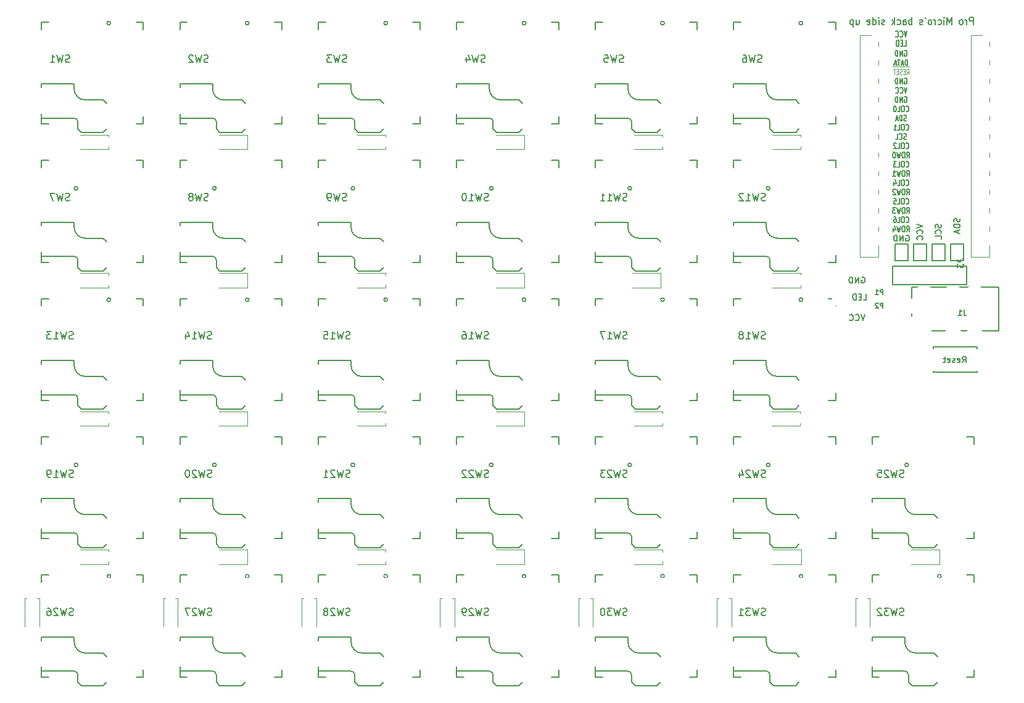
<source format=gbr>
G04 #@! TF.GenerationSoftware,KiCad,Pcbnew,5.1.11-e4df9d881f~92~ubuntu21.04.1*
G04 #@! TF.CreationDate,2021-11-02T14:06:12+01:00*
G04 #@! TF.ProjectId,helix,68656c69-782e-46b6-9963-61645f706362,rev?*
G04 #@! TF.SameCoordinates,Original*
G04 #@! TF.FileFunction,Legend,Bot*
G04 #@! TF.FilePolarity,Positive*
%FSLAX46Y46*%
G04 Gerber Fmt 4.6, Leading zero omitted, Abs format (unit mm)*
G04 Created by KiCad (PCBNEW 5.1.11-e4df9d881f~92~ubuntu21.04.1) date 2021-11-02 14:06:12*
%MOMM*%
%LPD*%
G01*
G04 APERTURE LIST*
%ADD10C,0.150000*%
%ADD11C,0.125000*%
%ADD12C,0.120000*%
%ADD13C,1.390600*%
%ADD14C,3.400000*%
%ADD15C,3.829000*%
%ADD16C,2.101800*%
%ADD17C,1.924000*%
%ADD18C,5.100400*%
%ADD19C,2.600000*%
%ADD20C,1.797000*%
%ADD21C,2.400000*%
%ADD22O,2.900000X2.100000*%
%ADD23C,1.600000*%
G04 APERTURE END LIST*
D10*
X211640386Y-85561904D02*
X211640386Y-86133333D01*
X211678481Y-86247619D01*
X211754672Y-86323809D01*
X211868958Y-86361904D01*
X211945148Y-86361904D01*
X210840386Y-86361904D02*
X211297529Y-86361904D01*
X211068958Y-86361904D02*
X211068958Y-85561904D01*
X211145148Y-85676190D01*
X211221339Y-85752380D01*
X211297529Y-85790476D01*
X211561904Y-78509523D02*
X210761904Y-78509523D01*
X210761904Y-78814285D01*
X210800000Y-78890476D01*
X210838095Y-78928571D01*
X210914285Y-78966666D01*
X211028571Y-78966666D01*
X211104761Y-78928571D01*
X211142857Y-78890476D01*
X211180952Y-78814285D01*
X211180952Y-78509523D01*
X210761904Y-79233333D02*
X210761904Y-79728571D01*
X211066666Y-79461904D01*
X211066666Y-79576190D01*
X211104761Y-79652380D01*
X211142857Y-79690476D01*
X211219047Y-79728571D01*
X211409523Y-79728571D01*
X211485714Y-79690476D01*
X211523809Y-79652380D01*
X211561904Y-79576190D01*
X211561904Y-79347619D01*
X211523809Y-79271428D01*
X211485714Y-79233333D01*
X200516666Y-85310146D02*
X200516666Y-84610146D01*
X200250000Y-84610146D01*
X200183333Y-84643480D01*
X200150000Y-84676813D01*
X200116666Y-84743480D01*
X200116666Y-84843480D01*
X200150000Y-84910146D01*
X200183333Y-84943480D01*
X200250000Y-84976813D01*
X200516666Y-84976813D01*
X199850000Y-84676813D02*
X199816666Y-84643480D01*
X199750000Y-84610146D01*
X199583333Y-84610146D01*
X199516666Y-84643480D01*
X199483333Y-84676813D01*
X199450000Y-84743480D01*
X199450000Y-84810146D01*
X199483333Y-84910146D01*
X199883333Y-85310146D01*
X199450000Y-85310146D01*
X200516666Y-83440706D02*
X200516666Y-82740706D01*
X200250000Y-82740706D01*
X200183333Y-82774040D01*
X200150000Y-82807373D01*
X200116666Y-82874040D01*
X200116666Y-82974040D01*
X200150000Y-83040706D01*
X200183333Y-83074040D01*
X200250000Y-83107373D01*
X200516666Y-83107373D01*
X199450000Y-83440706D02*
X199850000Y-83440706D01*
X199650000Y-83440706D02*
X199650000Y-82740706D01*
X199716666Y-82840706D01*
X199783333Y-82907373D01*
X199850000Y-82940706D01*
X203757142Y-74847695D02*
X203957142Y-74460647D01*
X204100000Y-74847695D02*
X204100000Y-74034895D01*
X203871428Y-74034895D01*
X203814285Y-74073600D01*
X203785714Y-74112304D01*
X203757142Y-74189714D01*
X203757142Y-74305828D01*
X203785714Y-74383238D01*
X203814285Y-74421942D01*
X203871428Y-74460647D01*
X204100000Y-74460647D01*
X203385714Y-74034895D02*
X203271428Y-74034895D01*
X203214285Y-74073600D01*
X203157142Y-74151009D01*
X203128571Y-74305828D01*
X203128571Y-74576761D01*
X203157142Y-74731580D01*
X203214285Y-74808990D01*
X203271428Y-74847695D01*
X203385714Y-74847695D01*
X203442857Y-74808990D01*
X203500000Y-74731580D01*
X203528571Y-74576761D01*
X203528571Y-74305828D01*
X203500000Y-74151009D01*
X203442857Y-74073600D01*
X203385714Y-74034895D01*
X202928571Y-74034895D02*
X202785714Y-74847695D01*
X202671428Y-74267123D01*
X202557142Y-74847695D01*
X202414285Y-74034895D01*
X201928571Y-74305828D02*
X201928571Y-74847695D01*
X202071428Y-73996190D02*
X202214285Y-74576761D01*
X201842857Y-74576761D01*
X203657142Y-73500285D02*
X203685714Y-73538990D01*
X203771428Y-73577695D01*
X203828571Y-73577695D01*
X203914285Y-73538990D01*
X203971428Y-73461580D01*
X204000000Y-73384171D01*
X204028571Y-73229352D01*
X204028571Y-73113238D01*
X204000000Y-72958419D01*
X203971428Y-72881009D01*
X203914285Y-72803600D01*
X203828571Y-72764895D01*
X203771428Y-72764895D01*
X203685714Y-72803600D01*
X203657142Y-72842304D01*
X203285714Y-72764895D02*
X203171428Y-72764895D01*
X203114285Y-72803600D01*
X203057142Y-72881009D01*
X203028571Y-73035828D01*
X203028571Y-73306761D01*
X203057142Y-73461580D01*
X203114285Y-73538990D01*
X203171428Y-73577695D01*
X203285714Y-73577695D01*
X203342857Y-73538990D01*
X203400000Y-73461580D01*
X203428571Y-73306761D01*
X203428571Y-73035828D01*
X203400000Y-72881009D01*
X203342857Y-72803600D01*
X203285714Y-72764895D01*
X202485714Y-73577695D02*
X202771428Y-73577695D01*
X202771428Y-72764895D01*
X202028571Y-72764895D02*
X202142857Y-72764895D01*
X202200000Y-72803600D01*
X202228571Y-72842304D01*
X202285714Y-72958419D01*
X202314285Y-73113238D01*
X202314285Y-73422876D01*
X202285714Y-73500285D01*
X202257142Y-73538990D01*
X202200000Y-73577695D01*
X202085714Y-73577695D01*
X202028571Y-73538990D01*
X202000000Y-73500285D01*
X201971428Y-73422876D01*
X201971428Y-73229352D01*
X202000000Y-73151942D01*
X202028571Y-73113238D01*
X202085714Y-73074533D01*
X202200000Y-73074533D01*
X202257142Y-73113238D01*
X202285714Y-73151942D01*
X202314285Y-73229352D01*
X203757142Y-72307695D02*
X203957142Y-71920647D01*
X204100000Y-72307695D02*
X204100000Y-71494895D01*
X203871428Y-71494895D01*
X203814285Y-71533600D01*
X203785714Y-71572304D01*
X203757142Y-71649714D01*
X203757142Y-71765828D01*
X203785714Y-71843238D01*
X203814285Y-71881942D01*
X203871428Y-71920647D01*
X204100000Y-71920647D01*
X203385714Y-71494895D02*
X203271428Y-71494895D01*
X203214285Y-71533600D01*
X203157142Y-71611009D01*
X203128571Y-71765828D01*
X203128571Y-72036761D01*
X203157142Y-72191580D01*
X203214285Y-72268990D01*
X203271428Y-72307695D01*
X203385714Y-72307695D01*
X203442857Y-72268990D01*
X203500000Y-72191580D01*
X203528571Y-72036761D01*
X203528571Y-71765828D01*
X203500000Y-71611009D01*
X203442857Y-71533600D01*
X203385714Y-71494895D01*
X202928571Y-71494895D02*
X202785714Y-72307695D01*
X202671428Y-71727123D01*
X202557142Y-72307695D01*
X202414285Y-71494895D01*
X202242857Y-71494895D02*
X201871428Y-71494895D01*
X202071428Y-71804533D01*
X201985714Y-71804533D01*
X201928571Y-71843238D01*
X201900000Y-71881942D01*
X201871428Y-71959352D01*
X201871428Y-72152876D01*
X201900000Y-72230285D01*
X201928571Y-72268990D01*
X201985714Y-72307695D01*
X202157142Y-72307695D01*
X202214285Y-72268990D01*
X202242857Y-72230285D01*
X203657142Y-70960285D02*
X203685714Y-70998990D01*
X203771428Y-71037695D01*
X203828571Y-71037695D01*
X203914285Y-70998990D01*
X203971428Y-70921580D01*
X204000000Y-70844171D01*
X204028571Y-70689352D01*
X204028571Y-70573238D01*
X204000000Y-70418419D01*
X203971428Y-70341009D01*
X203914285Y-70263600D01*
X203828571Y-70224895D01*
X203771428Y-70224895D01*
X203685714Y-70263600D01*
X203657142Y-70302304D01*
X203285714Y-70224895D02*
X203171428Y-70224895D01*
X203114285Y-70263600D01*
X203057142Y-70341009D01*
X203028571Y-70495828D01*
X203028571Y-70766761D01*
X203057142Y-70921580D01*
X203114285Y-70998990D01*
X203171428Y-71037695D01*
X203285714Y-71037695D01*
X203342857Y-70998990D01*
X203400000Y-70921580D01*
X203428571Y-70766761D01*
X203428571Y-70495828D01*
X203400000Y-70341009D01*
X203342857Y-70263600D01*
X203285714Y-70224895D01*
X202485714Y-71037695D02*
X202771428Y-71037695D01*
X202771428Y-70224895D01*
X202000000Y-70224895D02*
X202285714Y-70224895D01*
X202314285Y-70611942D01*
X202285714Y-70573238D01*
X202228571Y-70534533D01*
X202085714Y-70534533D01*
X202028571Y-70573238D01*
X202000000Y-70611942D01*
X201971428Y-70689352D01*
X201971428Y-70882876D01*
X202000000Y-70960285D01*
X202028571Y-70998990D01*
X202085714Y-71037695D01*
X202228571Y-71037695D01*
X202285714Y-70998990D01*
X202314285Y-70960285D01*
X203757142Y-69767695D02*
X203957142Y-69380647D01*
X204100000Y-69767695D02*
X204100000Y-68954895D01*
X203871428Y-68954895D01*
X203814285Y-68993600D01*
X203785714Y-69032304D01*
X203757142Y-69109714D01*
X203757142Y-69225828D01*
X203785714Y-69303238D01*
X203814285Y-69341942D01*
X203871428Y-69380647D01*
X204100000Y-69380647D01*
X203385714Y-68954895D02*
X203271428Y-68954895D01*
X203214285Y-68993600D01*
X203157142Y-69071009D01*
X203128571Y-69225828D01*
X203128571Y-69496761D01*
X203157142Y-69651580D01*
X203214285Y-69728990D01*
X203271428Y-69767695D01*
X203385714Y-69767695D01*
X203442857Y-69728990D01*
X203500000Y-69651580D01*
X203528571Y-69496761D01*
X203528571Y-69225828D01*
X203500000Y-69071009D01*
X203442857Y-68993600D01*
X203385714Y-68954895D01*
X202928571Y-68954895D02*
X202785714Y-69767695D01*
X202671428Y-69187123D01*
X202557142Y-69767695D01*
X202414285Y-68954895D01*
X202214285Y-69032304D02*
X202185714Y-68993600D01*
X202128571Y-68954895D01*
X201985714Y-68954895D01*
X201928571Y-68993600D01*
X201900000Y-69032304D01*
X201871428Y-69109714D01*
X201871428Y-69187123D01*
X201900000Y-69303238D01*
X202242857Y-69767695D01*
X201871428Y-69767695D01*
X203657142Y-68420285D02*
X203685714Y-68458990D01*
X203771428Y-68497695D01*
X203828571Y-68497695D01*
X203914285Y-68458990D01*
X203971428Y-68381580D01*
X204000000Y-68304171D01*
X204028571Y-68149352D01*
X204028571Y-68033238D01*
X204000000Y-67878419D01*
X203971428Y-67801009D01*
X203914285Y-67723600D01*
X203828571Y-67684895D01*
X203771428Y-67684895D01*
X203685714Y-67723600D01*
X203657142Y-67762304D01*
X203285714Y-67684895D02*
X203171428Y-67684895D01*
X203114285Y-67723600D01*
X203057142Y-67801009D01*
X203028571Y-67955828D01*
X203028571Y-68226761D01*
X203057142Y-68381580D01*
X203114285Y-68458990D01*
X203171428Y-68497695D01*
X203285714Y-68497695D01*
X203342857Y-68458990D01*
X203400000Y-68381580D01*
X203428571Y-68226761D01*
X203428571Y-67955828D01*
X203400000Y-67801009D01*
X203342857Y-67723600D01*
X203285714Y-67684895D01*
X202485714Y-68497695D02*
X202771428Y-68497695D01*
X202771428Y-67684895D01*
X202028571Y-67955828D02*
X202028571Y-68497695D01*
X202171428Y-67646190D02*
X202314285Y-68226761D01*
X201942857Y-68226761D01*
X203757142Y-67227695D02*
X203957142Y-66840647D01*
X204100000Y-67227695D02*
X204100000Y-66414895D01*
X203871428Y-66414895D01*
X203814285Y-66453600D01*
X203785714Y-66492304D01*
X203757142Y-66569714D01*
X203757142Y-66685828D01*
X203785714Y-66763238D01*
X203814285Y-66801942D01*
X203871428Y-66840647D01*
X204100000Y-66840647D01*
X203385714Y-66414895D02*
X203271428Y-66414895D01*
X203214285Y-66453600D01*
X203157142Y-66531009D01*
X203128571Y-66685828D01*
X203128571Y-66956761D01*
X203157142Y-67111580D01*
X203214285Y-67188990D01*
X203271428Y-67227695D01*
X203385714Y-67227695D01*
X203442857Y-67188990D01*
X203500000Y-67111580D01*
X203528571Y-66956761D01*
X203528571Y-66685828D01*
X203500000Y-66531009D01*
X203442857Y-66453600D01*
X203385714Y-66414895D01*
X202928571Y-66414895D02*
X202785714Y-67227695D01*
X202671428Y-66647123D01*
X202557142Y-67227695D01*
X202414285Y-66414895D01*
X201871428Y-67227695D02*
X202214285Y-67227695D01*
X202042857Y-67227695D02*
X202042857Y-66414895D01*
X202100000Y-66531009D01*
X202157142Y-66608419D01*
X202214285Y-66647123D01*
X203657142Y-65880285D02*
X203685714Y-65918990D01*
X203771428Y-65957695D01*
X203828571Y-65957695D01*
X203914285Y-65918990D01*
X203971428Y-65841580D01*
X204000000Y-65764171D01*
X204028571Y-65609352D01*
X204028571Y-65493238D01*
X204000000Y-65338419D01*
X203971428Y-65261009D01*
X203914285Y-65183600D01*
X203828571Y-65144895D01*
X203771428Y-65144895D01*
X203685714Y-65183600D01*
X203657142Y-65222304D01*
X203285714Y-65144895D02*
X203171428Y-65144895D01*
X203114285Y-65183600D01*
X203057142Y-65261009D01*
X203028571Y-65415828D01*
X203028571Y-65686761D01*
X203057142Y-65841580D01*
X203114285Y-65918990D01*
X203171428Y-65957695D01*
X203285714Y-65957695D01*
X203342857Y-65918990D01*
X203400000Y-65841580D01*
X203428571Y-65686761D01*
X203428571Y-65415828D01*
X203400000Y-65261009D01*
X203342857Y-65183600D01*
X203285714Y-65144895D01*
X202485714Y-65957695D02*
X202771428Y-65957695D01*
X202771428Y-65144895D01*
X202342857Y-65144895D02*
X201971428Y-65144895D01*
X202171428Y-65454533D01*
X202085714Y-65454533D01*
X202028571Y-65493238D01*
X202000000Y-65531942D01*
X201971428Y-65609352D01*
X201971428Y-65802876D01*
X202000000Y-65880285D01*
X202028571Y-65918990D01*
X202085714Y-65957695D01*
X202257142Y-65957695D01*
X202314285Y-65918990D01*
X202342857Y-65880285D01*
X203757142Y-64687695D02*
X203957142Y-64300647D01*
X204100000Y-64687695D02*
X204100000Y-63874895D01*
X203871428Y-63874895D01*
X203814285Y-63913600D01*
X203785714Y-63952304D01*
X203757142Y-64029714D01*
X203757142Y-64145828D01*
X203785714Y-64223238D01*
X203814285Y-64261942D01*
X203871428Y-64300647D01*
X204100000Y-64300647D01*
X203385714Y-63874895D02*
X203271428Y-63874895D01*
X203214285Y-63913600D01*
X203157142Y-63991009D01*
X203128571Y-64145828D01*
X203128571Y-64416761D01*
X203157142Y-64571580D01*
X203214285Y-64648990D01*
X203271428Y-64687695D01*
X203385714Y-64687695D01*
X203442857Y-64648990D01*
X203500000Y-64571580D01*
X203528571Y-64416761D01*
X203528571Y-64145828D01*
X203500000Y-63991009D01*
X203442857Y-63913600D01*
X203385714Y-63874895D01*
X202928571Y-63874895D02*
X202785714Y-64687695D01*
X202671428Y-64107123D01*
X202557142Y-64687695D01*
X202414285Y-63874895D01*
X202071428Y-63874895D02*
X202014285Y-63874895D01*
X201957142Y-63913600D01*
X201928571Y-63952304D01*
X201900000Y-64029714D01*
X201871428Y-64184533D01*
X201871428Y-64378057D01*
X201900000Y-64532876D01*
X201928571Y-64610285D01*
X201957142Y-64648990D01*
X202014285Y-64687695D01*
X202071428Y-64687695D01*
X202128571Y-64648990D01*
X202157142Y-64610285D01*
X202185714Y-64532876D01*
X202214285Y-64378057D01*
X202214285Y-64184533D01*
X202185714Y-64029714D01*
X202157142Y-63952304D01*
X202128571Y-63913600D01*
X202071428Y-63874895D01*
X203657142Y-63340285D02*
X203685714Y-63378990D01*
X203771428Y-63417695D01*
X203828571Y-63417695D01*
X203914285Y-63378990D01*
X203971428Y-63301580D01*
X204000000Y-63224171D01*
X204028571Y-63069352D01*
X204028571Y-62953238D01*
X204000000Y-62798419D01*
X203971428Y-62721009D01*
X203914285Y-62643600D01*
X203828571Y-62604895D01*
X203771428Y-62604895D01*
X203685714Y-62643600D01*
X203657142Y-62682304D01*
X203285714Y-62604895D02*
X203171428Y-62604895D01*
X203114285Y-62643600D01*
X203057142Y-62721009D01*
X203028571Y-62875828D01*
X203028571Y-63146761D01*
X203057142Y-63301580D01*
X203114285Y-63378990D01*
X203171428Y-63417695D01*
X203285714Y-63417695D01*
X203342857Y-63378990D01*
X203400000Y-63301580D01*
X203428571Y-63146761D01*
X203428571Y-62875828D01*
X203400000Y-62721009D01*
X203342857Y-62643600D01*
X203285714Y-62604895D01*
X202485714Y-63417695D02*
X202771428Y-63417695D01*
X202771428Y-62604895D01*
X202314285Y-62682304D02*
X202285714Y-62643600D01*
X202228571Y-62604895D01*
X202085714Y-62604895D01*
X202028571Y-62643600D01*
X202000000Y-62682304D01*
X201971428Y-62759714D01*
X201971428Y-62837123D01*
X202000000Y-62953238D01*
X202342857Y-63417695D01*
X201971428Y-63417695D01*
X203714285Y-62108990D02*
X203628571Y-62147695D01*
X203485714Y-62147695D01*
X203428571Y-62108990D01*
X203400000Y-62070285D01*
X203371428Y-61992876D01*
X203371428Y-61915466D01*
X203400000Y-61838057D01*
X203428571Y-61799352D01*
X203485714Y-61760647D01*
X203600000Y-61721942D01*
X203657142Y-61683238D01*
X203685714Y-61644533D01*
X203714285Y-61567123D01*
X203714285Y-61489714D01*
X203685714Y-61412304D01*
X203657142Y-61373600D01*
X203600000Y-61334895D01*
X203457142Y-61334895D01*
X203371428Y-61373600D01*
X202771428Y-62070285D02*
X202800000Y-62108990D01*
X202885714Y-62147695D01*
X202942857Y-62147695D01*
X203028571Y-62108990D01*
X203085714Y-62031580D01*
X203114285Y-61954171D01*
X203142857Y-61799352D01*
X203142857Y-61683238D01*
X203114285Y-61528419D01*
X203085714Y-61451009D01*
X203028571Y-61373600D01*
X202942857Y-61334895D01*
X202885714Y-61334895D01*
X202800000Y-61373600D01*
X202771428Y-61412304D01*
X202228571Y-62147695D02*
X202514285Y-62147695D01*
X202514285Y-61334895D01*
X203657142Y-60800285D02*
X203685714Y-60838990D01*
X203771428Y-60877695D01*
X203828571Y-60877695D01*
X203914285Y-60838990D01*
X203971428Y-60761580D01*
X204000000Y-60684171D01*
X204028571Y-60529352D01*
X204028571Y-60413238D01*
X204000000Y-60258419D01*
X203971428Y-60181009D01*
X203914285Y-60103600D01*
X203828571Y-60064895D01*
X203771428Y-60064895D01*
X203685714Y-60103600D01*
X203657142Y-60142304D01*
X203285714Y-60064895D02*
X203171428Y-60064895D01*
X203114285Y-60103600D01*
X203057142Y-60181009D01*
X203028571Y-60335828D01*
X203028571Y-60606761D01*
X203057142Y-60761580D01*
X203114285Y-60838990D01*
X203171428Y-60877695D01*
X203285714Y-60877695D01*
X203342857Y-60838990D01*
X203400000Y-60761580D01*
X203428571Y-60606761D01*
X203428571Y-60335828D01*
X203400000Y-60181009D01*
X203342857Y-60103600D01*
X203285714Y-60064895D01*
X202485714Y-60877695D02*
X202771428Y-60877695D01*
X202771428Y-60064895D01*
X201971428Y-60877695D02*
X202314285Y-60877695D01*
X202142857Y-60877695D02*
X202142857Y-60064895D01*
X202200000Y-60181009D01*
X202257142Y-60258419D01*
X202314285Y-60297123D01*
X203728571Y-59568990D02*
X203642857Y-59607695D01*
X203500000Y-59607695D01*
X203442857Y-59568990D01*
X203414285Y-59530285D01*
X203385714Y-59452876D01*
X203385714Y-59375466D01*
X203414285Y-59298057D01*
X203442857Y-59259352D01*
X203500000Y-59220647D01*
X203614285Y-59181942D01*
X203671428Y-59143238D01*
X203700000Y-59104533D01*
X203728571Y-59027123D01*
X203728571Y-58949714D01*
X203700000Y-58872304D01*
X203671428Y-58833600D01*
X203614285Y-58794895D01*
X203471428Y-58794895D01*
X203385714Y-58833600D01*
X203128571Y-59607695D02*
X203128571Y-58794895D01*
X202985714Y-58794895D01*
X202900000Y-58833600D01*
X202842857Y-58911009D01*
X202814285Y-58988419D01*
X202785714Y-59143238D01*
X202785714Y-59259352D01*
X202814285Y-59414171D01*
X202842857Y-59491580D01*
X202900000Y-59568990D01*
X202985714Y-59607695D01*
X203128571Y-59607695D01*
X202557142Y-59375466D02*
X202271428Y-59375466D01*
X202614285Y-59607695D02*
X202414285Y-58794895D01*
X202214285Y-59607695D01*
X203657142Y-58260285D02*
X203685714Y-58298990D01*
X203771428Y-58337695D01*
X203828571Y-58337695D01*
X203914285Y-58298990D01*
X203971428Y-58221580D01*
X204000000Y-58144171D01*
X204028571Y-57989352D01*
X204028571Y-57873238D01*
X204000000Y-57718419D01*
X203971428Y-57641009D01*
X203914285Y-57563600D01*
X203828571Y-57524895D01*
X203771428Y-57524895D01*
X203685714Y-57563600D01*
X203657142Y-57602304D01*
X203285714Y-57524895D02*
X203171428Y-57524895D01*
X203114285Y-57563600D01*
X203057142Y-57641009D01*
X203028571Y-57795828D01*
X203028571Y-58066761D01*
X203057142Y-58221580D01*
X203114285Y-58298990D01*
X203171428Y-58337695D01*
X203285714Y-58337695D01*
X203342857Y-58298990D01*
X203400000Y-58221580D01*
X203428571Y-58066761D01*
X203428571Y-57795828D01*
X203400000Y-57641009D01*
X203342857Y-57563600D01*
X203285714Y-57524895D01*
X202485714Y-58337695D02*
X202771428Y-58337695D01*
X202771428Y-57524895D01*
X202171428Y-57524895D02*
X202114285Y-57524895D01*
X202057142Y-57563600D01*
X202028571Y-57602304D01*
X202000000Y-57679714D01*
X201971428Y-57834533D01*
X201971428Y-58028057D01*
X202000000Y-58182876D01*
X202028571Y-58260285D01*
X202057142Y-58298990D01*
X202114285Y-58337695D01*
X202171428Y-58337695D01*
X202228571Y-58298990D01*
X202257142Y-58260285D01*
X202285714Y-58182876D01*
X202314285Y-58028057D01*
X202314285Y-57834533D01*
X202285714Y-57679714D01*
X202257142Y-57602304D01*
X202228571Y-57563600D01*
X202171428Y-57524895D01*
X203457142Y-56293600D02*
X203514285Y-56254895D01*
X203600000Y-56254895D01*
X203685714Y-56293600D01*
X203742857Y-56371009D01*
X203771428Y-56448419D01*
X203800000Y-56603238D01*
X203800000Y-56719352D01*
X203771428Y-56874171D01*
X203742857Y-56951580D01*
X203685714Y-57028990D01*
X203600000Y-57067695D01*
X203542857Y-57067695D01*
X203457142Y-57028990D01*
X203428571Y-56990285D01*
X203428571Y-56719352D01*
X203542857Y-56719352D01*
X203171428Y-57067695D02*
X203171428Y-56254895D01*
X202828571Y-57067695D01*
X202828571Y-56254895D01*
X202542857Y-57067695D02*
X202542857Y-56254895D01*
X202400000Y-56254895D01*
X202314285Y-56293600D01*
X202257142Y-56371009D01*
X202228571Y-56448419D01*
X202200000Y-56603238D01*
X202200000Y-56719352D01*
X202228571Y-56874171D01*
X202257142Y-56951580D01*
X202314285Y-57028990D01*
X202400000Y-57067695D01*
X202542857Y-57067695D01*
X203800000Y-54984895D02*
X203600000Y-55797695D01*
X203400000Y-54984895D01*
X202857142Y-55720285D02*
X202885714Y-55758990D01*
X202971428Y-55797695D01*
X203028571Y-55797695D01*
X203114285Y-55758990D01*
X203171428Y-55681580D01*
X203200000Y-55604171D01*
X203228571Y-55449352D01*
X203228571Y-55333238D01*
X203200000Y-55178419D01*
X203171428Y-55101009D01*
X203114285Y-55023600D01*
X203028571Y-54984895D01*
X202971428Y-54984895D01*
X202885714Y-55023600D01*
X202857142Y-55062304D01*
X202257142Y-55720285D02*
X202285714Y-55758990D01*
X202371428Y-55797695D01*
X202428571Y-55797695D01*
X202514285Y-55758990D01*
X202571428Y-55681580D01*
X202600000Y-55604171D01*
X202628571Y-55449352D01*
X202628571Y-55333238D01*
X202600000Y-55178419D01*
X202571428Y-55101009D01*
X202514285Y-55023600D01*
X202428571Y-54984895D01*
X202371428Y-54984895D01*
X202285714Y-55023600D01*
X202257142Y-55062304D01*
X203457142Y-53753600D02*
X203514285Y-53714895D01*
X203600000Y-53714895D01*
X203685714Y-53753600D01*
X203742857Y-53831009D01*
X203771428Y-53908419D01*
X203800000Y-54063238D01*
X203800000Y-54179352D01*
X203771428Y-54334171D01*
X203742857Y-54411580D01*
X203685714Y-54488990D01*
X203600000Y-54527695D01*
X203542857Y-54527695D01*
X203457142Y-54488990D01*
X203428571Y-54450285D01*
X203428571Y-54179352D01*
X203542857Y-54179352D01*
X203171428Y-54527695D02*
X203171428Y-53714895D01*
X202828571Y-54527695D01*
X202828571Y-53714895D01*
X202542857Y-54527695D02*
X202542857Y-53714895D01*
X202400000Y-53714895D01*
X202314285Y-53753600D01*
X202257142Y-53831009D01*
X202228571Y-53908419D01*
X202200000Y-54063238D01*
X202200000Y-54179352D01*
X202228571Y-54334171D01*
X202257142Y-54411580D01*
X202314285Y-54488990D01*
X202400000Y-54527695D01*
X202542857Y-54527695D01*
D11*
X204130952Y-52142284D02*
X203630952Y-52142284D01*
X203726190Y-53257695D02*
X203892857Y-52870647D01*
X204011904Y-53257695D02*
X204011904Y-52444895D01*
X203821428Y-52444895D01*
X203773809Y-52483600D01*
X203750000Y-52522304D01*
X203726190Y-52599714D01*
X203726190Y-52715828D01*
X203750000Y-52793238D01*
X203773809Y-52831942D01*
X203821428Y-52870647D01*
X204011904Y-52870647D01*
X203630952Y-52142284D02*
X203178571Y-52142284D01*
X203511904Y-52831942D02*
X203345238Y-52831942D01*
X203273809Y-53257695D02*
X203511904Y-53257695D01*
X203511904Y-52444895D01*
X203273809Y-52444895D01*
X203178571Y-52142284D02*
X202702380Y-52142284D01*
X203083333Y-53218990D02*
X203011904Y-53257695D01*
X202892857Y-53257695D01*
X202845238Y-53218990D01*
X202821428Y-53180285D01*
X202797619Y-53102876D01*
X202797619Y-53025466D01*
X202821428Y-52948057D01*
X202845238Y-52909352D01*
X202892857Y-52870647D01*
X202988095Y-52831942D01*
X203035714Y-52793238D01*
X203059523Y-52754533D01*
X203083333Y-52677123D01*
X203083333Y-52599714D01*
X203059523Y-52522304D01*
X203035714Y-52483600D01*
X202988095Y-52444895D01*
X202869047Y-52444895D01*
X202797619Y-52483600D01*
X202702380Y-52142284D02*
X202250000Y-52142284D01*
X202583333Y-52831942D02*
X202416666Y-52831942D01*
X202345238Y-53257695D02*
X202583333Y-53257695D01*
X202583333Y-52444895D01*
X202345238Y-52444895D01*
X202250000Y-52142284D02*
X201869047Y-52142284D01*
X202202380Y-52444895D02*
X201916666Y-52444895D01*
X202059523Y-53257695D02*
X202059523Y-52444895D01*
D10*
X203900000Y-51987695D02*
X203900000Y-51174895D01*
X203757142Y-51174895D01*
X203671428Y-51213600D01*
X203614285Y-51291009D01*
X203585714Y-51368419D01*
X203557142Y-51523238D01*
X203557142Y-51639352D01*
X203585714Y-51794171D01*
X203614285Y-51871580D01*
X203671428Y-51948990D01*
X203757142Y-51987695D01*
X203900000Y-51987695D01*
X203328571Y-51755466D02*
X203042857Y-51755466D01*
X203385714Y-51987695D02*
X203185714Y-51174895D01*
X202985714Y-51987695D01*
X202871428Y-51174895D02*
X202528571Y-51174895D01*
X202700000Y-51987695D02*
X202700000Y-51174895D01*
X202357142Y-51755466D02*
X202071428Y-51755466D01*
X202414285Y-51987695D02*
X202214285Y-51174895D01*
X202014285Y-51987695D01*
X203457142Y-49943600D02*
X203514285Y-49904895D01*
X203600000Y-49904895D01*
X203685714Y-49943600D01*
X203742857Y-50021009D01*
X203771428Y-50098419D01*
X203800000Y-50253238D01*
X203800000Y-50369352D01*
X203771428Y-50524171D01*
X203742857Y-50601580D01*
X203685714Y-50678990D01*
X203600000Y-50717695D01*
X203542857Y-50717695D01*
X203457142Y-50678990D01*
X203428571Y-50640285D01*
X203428571Y-50369352D01*
X203542857Y-50369352D01*
X203171428Y-50717695D02*
X203171428Y-49904895D01*
X202828571Y-50717695D01*
X202828571Y-49904895D01*
X202542857Y-50717695D02*
X202542857Y-49904895D01*
X202400000Y-49904895D01*
X202314285Y-49943600D01*
X202257142Y-50021009D01*
X202228571Y-50098419D01*
X202200000Y-50253238D01*
X202200000Y-50369352D01*
X202228571Y-50524171D01*
X202257142Y-50601580D01*
X202314285Y-50678990D01*
X202400000Y-50717695D01*
X202542857Y-50717695D01*
X203385714Y-49320695D02*
X203671428Y-49320695D01*
X203671428Y-48507895D01*
X203185714Y-48894942D02*
X202985714Y-48894942D01*
X202900000Y-49320695D02*
X203185714Y-49320695D01*
X203185714Y-48507895D01*
X202900000Y-48507895D01*
X202642857Y-49320695D02*
X202642857Y-48507895D01*
X202500000Y-48507895D01*
X202414285Y-48546600D01*
X202357142Y-48624009D01*
X202328571Y-48701419D01*
X202300000Y-48856238D01*
X202300000Y-48972352D01*
X202328571Y-49127171D01*
X202357142Y-49204580D01*
X202414285Y-49281990D01*
X202500000Y-49320695D01*
X202642857Y-49320695D01*
X203800000Y-47237895D02*
X203600000Y-48050695D01*
X203400000Y-47237895D01*
X202857142Y-47973285D02*
X202885714Y-48011990D01*
X202971428Y-48050695D01*
X203028571Y-48050695D01*
X203114285Y-48011990D01*
X203171428Y-47934580D01*
X203200000Y-47857171D01*
X203228571Y-47702352D01*
X203228571Y-47586238D01*
X203200000Y-47431419D01*
X203171428Y-47354009D01*
X203114285Y-47276600D01*
X203028571Y-47237895D01*
X202971428Y-47237895D01*
X202885714Y-47276600D01*
X202857142Y-47315304D01*
X202257142Y-47973285D02*
X202285714Y-48011990D01*
X202371428Y-48050695D01*
X202428571Y-48050695D01*
X202514285Y-48011990D01*
X202571428Y-47934580D01*
X202600000Y-47857171D01*
X202628571Y-47702352D01*
X202628571Y-47586238D01*
X202600000Y-47431419D01*
X202571428Y-47354009D01*
X202514285Y-47276600D01*
X202428571Y-47237895D01*
X202371428Y-47237895D01*
X202285714Y-47276600D01*
X202257142Y-47315304D01*
X211406323Y-92767695D02*
X211677257Y-92380647D01*
X211870780Y-92767695D02*
X211870780Y-91954895D01*
X211561142Y-91954895D01*
X211483733Y-91993600D01*
X211445028Y-92032304D01*
X211406323Y-92109714D01*
X211406323Y-92225828D01*
X211445028Y-92303238D01*
X211483733Y-92341942D01*
X211561142Y-92380647D01*
X211870780Y-92380647D01*
X210748342Y-92728990D02*
X210825752Y-92767695D01*
X210980571Y-92767695D01*
X211057980Y-92728990D01*
X211096685Y-92651580D01*
X211096685Y-92341942D01*
X211057980Y-92264533D01*
X210980571Y-92225828D01*
X210825752Y-92225828D01*
X210748342Y-92264533D01*
X210709638Y-92341942D01*
X210709638Y-92419352D01*
X211096685Y-92496761D01*
X210400000Y-92728990D02*
X210322590Y-92767695D01*
X210167771Y-92767695D01*
X210090361Y-92728990D01*
X210051657Y-92651580D01*
X210051657Y-92612876D01*
X210090361Y-92535466D01*
X210167771Y-92496761D01*
X210283885Y-92496761D01*
X210361295Y-92458057D01*
X210400000Y-92380647D01*
X210400000Y-92341942D01*
X210361295Y-92264533D01*
X210283885Y-92225828D01*
X210167771Y-92225828D01*
X210090361Y-92264533D01*
X209393676Y-92728990D02*
X209471085Y-92767695D01*
X209625904Y-92767695D01*
X209703314Y-92728990D01*
X209742019Y-92651580D01*
X209742019Y-92341942D01*
X209703314Y-92264533D01*
X209625904Y-92225828D01*
X209471085Y-92225828D01*
X209393676Y-92264533D01*
X209354971Y-92341942D01*
X209354971Y-92419352D01*
X209742019Y-92496761D01*
X209122742Y-92225828D02*
X208813104Y-92225828D01*
X209006628Y-91954895D02*
X209006628Y-92651580D01*
X208967923Y-92728990D01*
X208890514Y-92767695D01*
X208813104Y-92767695D01*
X197560716Y-81093600D02*
X197638125Y-81054895D01*
X197754240Y-81054895D01*
X197870354Y-81093600D01*
X197947763Y-81171009D01*
X197986468Y-81248419D01*
X198025173Y-81403238D01*
X198025173Y-81519352D01*
X197986468Y-81674171D01*
X197947763Y-81751580D01*
X197870354Y-81828990D01*
X197754240Y-81867695D01*
X197676830Y-81867695D01*
X197560716Y-81828990D01*
X197522011Y-81790285D01*
X197522011Y-81519352D01*
X197676830Y-81519352D01*
X197173668Y-81867695D02*
X197173668Y-81054895D01*
X196709211Y-81867695D01*
X196709211Y-81054895D01*
X196322163Y-81867695D02*
X196322163Y-81054895D01*
X196128640Y-81054895D01*
X196012525Y-81093600D01*
X195935116Y-81171009D01*
X195896411Y-81248419D01*
X195857706Y-81403238D01*
X195857706Y-81519352D01*
X195896411Y-81674171D01*
X195935116Y-81751580D01*
X196012525Y-81828990D01*
X196128640Y-81867695D01*
X196322163Y-81867695D01*
X197822514Y-84167695D02*
X198209561Y-84167695D01*
X198209561Y-83354895D01*
X197551580Y-83741942D02*
X197280647Y-83741942D01*
X197164533Y-84167695D02*
X197551580Y-84167695D01*
X197551580Y-83354895D01*
X197164533Y-83354895D01*
X196816190Y-84167695D02*
X196816190Y-83354895D01*
X196622666Y-83354895D01*
X196506552Y-83393600D01*
X196429142Y-83471009D01*
X196390438Y-83548419D01*
X196351733Y-83703238D01*
X196351733Y-83819352D01*
X196390438Y-83974171D01*
X196429142Y-84051580D01*
X196506552Y-84128990D01*
X196622666Y-84167695D01*
X196816190Y-84167695D01*
X198025173Y-86186675D02*
X197754240Y-86999475D01*
X197483306Y-86186675D01*
X196747916Y-86922065D02*
X196786620Y-86960770D01*
X196902735Y-86999475D01*
X196980144Y-86999475D01*
X197096259Y-86960770D01*
X197173668Y-86883360D01*
X197212373Y-86805951D01*
X197251078Y-86651132D01*
X197251078Y-86535018D01*
X197212373Y-86380199D01*
X197173668Y-86302789D01*
X197096259Y-86225380D01*
X196980144Y-86186675D01*
X196902735Y-86186675D01*
X196786620Y-86225380D01*
X196747916Y-86264084D01*
X195935116Y-86922065D02*
X195973820Y-86960770D01*
X196089935Y-86999475D01*
X196167344Y-86999475D01*
X196283459Y-86960770D01*
X196360868Y-86883360D01*
X196399573Y-86805951D01*
X196438278Y-86651132D01*
X196438278Y-86535018D01*
X196399573Y-86380199D01*
X196360868Y-86302789D01*
X196283459Y-86225380D01*
X196167344Y-86186675D01*
X196089935Y-86186675D01*
X195973820Y-86225380D01*
X195935116Y-86264084D01*
X212880428Y-46357380D02*
X212880428Y-45357380D01*
X212537571Y-45357380D01*
X212451857Y-45405000D01*
X212409000Y-45452619D01*
X212366142Y-45547857D01*
X212366142Y-45690714D01*
X212409000Y-45785952D01*
X212451857Y-45833571D01*
X212537571Y-45881190D01*
X212880428Y-45881190D01*
X211980428Y-46357380D02*
X211980428Y-45690714D01*
X211980428Y-45881190D02*
X211937571Y-45785952D01*
X211894714Y-45738333D01*
X211809000Y-45690714D01*
X211723285Y-45690714D01*
X211294714Y-46357380D02*
X211380428Y-46309761D01*
X211423285Y-46262142D01*
X211466142Y-46166904D01*
X211466142Y-45881190D01*
X211423285Y-45785952D01*
X211380428Y-45738333D01*
X211294714Y-45690714D01*
X211166142Y-45690714D01*
X211080428Y-45738333D01*
X211037571Y-45785952D01*
X210994714Y-45881190D01*
X210994714Y-46166904D01*
X211037571Y-46262142D01*
X211080428Y-46309761D01*
X211166142Y-46357380D01*
X211294714Y-46357380D01*
X209923285Y-46357380D02*
X209923285Y-45357380D01*
X209623285Y-46071666D01*
X209323285Y-45357380D01*
X209323285Y-46357380D01*
X208894714Y-46357380D02*
X208894714Y-45690714D01*
X208894714Y-45357380D02*
X208937571Y-45405000D01*
X208894714Y-45452619D01*
X208851857Y-45405000D01*
X208894714Y-45357380D01*
X208894714Y-45452619D01*
X208080428Y-46309761D02*
X208166142Y-46357380D01*
X208337571Y-46357380D01*
X208423285Y-46309761D01*
X208466142Y-46262142D01*
X208509000Y-46166904D01*
X208509000Y-45881190D01*
X208466142Y-45785952D01*
X208423285Y-45738333D01*
X208337571Y-45690714D01*
X208166142Y-45690714D01*
X208080428Y-45738333D01*
X207694714Y-46357380D02*
X207694714Y-45690714D01*
X207694714Y-45881190D02*
X207651857Y-45785952D01*
X207609000Y-45738333D01*
X207523285Y-45690714D01*
X207437571Y-45690714D01*
X207009000Y-46357380D02*
X207094714Y-46309761D01*
X207137571Y-46262142D01*
X207180428Y-46166904D01*
X207180428Y-45881190D01*
X207137571Y-45785952D01*
X207094714Y-45738333D01*
X207009000Y-45690714D01*
X206880428Y-45690714D01*
X206794714Y-45738333D01*
X206751857Y-45785952D01*
X206709000Y-45881190D01*
X206709000Y-46166904D01*
X206751857Y-46262142D01*
X206794714Y-46309761D01*
X206880428Y-46357380D01*
X207009000Y-46357380D01*
X206280428Y-45357380D02*
X206366142Y-45547857D01*
X205937571Y-46309761D02*
X205851857Y-46357380D01*
X205680428Y-46357380D01*
X205594714Y-46309761D01*
X205551857Y-46214523D01*
X205551857Y-46166904D01*
X205594714Y-46071666D01*
X205680428Y-46024047D01*
X205809000Y-46024047D01*
X205894714Y-45976428D01*
X205937571Y-45881190D01*
X205937571Y-45833571D01*
X205894714Y-45738333D01*
X205809000Y-45690714D01*
X205680428Y-45690714D01*
X205594714Y-45738333D01*
X204480428Y-46357380D02*
X204480428Y-45357380D01*
X204480428Y-45738333D02*
X204394714Y-45690714D01*
X204223285Y-45690714D01*
X204137571Y-45738333D01*
X204094714Y-45785952D01*
X204051857Y-45881190D01*
X204051857Y-46166904D01*
X204094714Y-46262142D01*
X204137571Y-46309761D01*
X204223285Y-46357380D01*
X204394714Y-46357380D01*
X204480428Y-46309761D01*
X203280428Y-46357380D02*
X203280428Y-45833571D01*
X203323285Y-45738333D01*
X203409000Y-45690714D01*
X203580428Y-45690714D01*
X203666142Y-45738333D01*
X203280428Y-46309761D02*
X203366142Y-46357380D01*
X203580428Y-46357380D01*
X203666142Y-46309761D01*
X203709000Y-46214523D01*
X203709000Y-46119285D01*
X203666142Y-46024047D01*
X203580428Y-45976428D01*
X203366142Y-45976428D01*
X203280428Y-45928809D01*
X202466142Y-46309761D02*
X202551857Y-46357380D01*
X202723285Y-46357380D01*
X202809000Y-46309761D01*
X202851857Y-46262142D01*
X202894714Y-46166904D01*
X202894714Y-45881190D01*
X202851857Y-45785952D01*
X202809000Y-45738333D01*
X202723285Y-45690714D01*
X202551857Y-45690714D01*
X202466142Y-45738333D01*
X202080428Y-46357380D02*
X202080428Y-45357380D01*
X201994714Y-45976428D02*
X201737571Y-46357380D01*
X201737571Y-45690714D02*
X202080428Y-46071666D01*
X200709000Y-46309761D02*
X200623285Y-46357380D01*
X200451857Y-46357380D01*
X200366142Y-46309761D01*
X200323285Y-46214523D01*
X200323285Y-46166904D01*
X200366142Y-46071666D01*
X200451857Y-46024047D01*
X200580428Y-46024047D01*
X200666142Y-45976428D01*
X200709000Y-45881190D01*
X200709000Y-45833571D01*
X200666142Y-45738333D01*
X200580428Y-45690714D01*
X200451857Y-45690714D01*
X200366142Y-45738333D01*
X199937571Y-46357380D02*
X199937571Y-45690714D01*
X199937571Y-45357380D02*
X199980428Y-45405000D01*
X199937571Y-45452619D01*
X199894714Y-45405000D01*
X199937571Y-45357380D01*
X199937571Y-45452619D01*
X199123285Y-46357380D02*
X199123285Y-45357380D01*
X199123285Y-46309761D02*
X199209000Y-46357380D01*
X199380428Y-46357380D01*
X199466142Y-46309761D01*
X199509000Y-46262142D01*
X199551857Y-46166904D01*
X199551857Y-45881190D01*
X199509000Y-45785952D01*
X199466142Y-45738333D01*
X199380428Y-45690714D01*
X199209000Y-45690714D01*
X199123285Y-45738333D01*
X198351857Y-46309761D02*
X198437571Y-46357380D01*
X198609000Y-46357380D01*
X198694714Y-46309761D01*
X198737571Y-46214523D01*
X198737571Y-45833571D01*
X198694714Y-45738333D01*
X198609000Y-45690714D01*
X198437571Y-45690714D01*
X198351857Y-45738333D01*
X198309000Y-45833571D01*
X198309000Y-45928809D01*
X198737571Y-46024047D01*
X196851857Y-45690714D02*
X196851857Y-46357380D01*
X197237571Y-45690714D02*
X197237571Y-46214523D01*
X197194714Y-46309761D01*
X197109000Y-46357380D01*
X196980428Y-46357380D01*
X196894714Y-46309761D01*
X196851857Y-46262142D01*
X196423285Y-45690714D02*
X196423285Y-46690714D01*
X196423285Y-45738333D02*
X196337571Y-45690714D01*
X196166142Y-45690714D01*
X196080428Y-45738333D01*
X196037571Y-45785952D01*
X195994714Y-45881190D01*
X195994714Y-46166904D01*
X196037571Y-46262142D01*
X196080428Y-46309761D01*
X196166142Y-46357380D01*
X196337571Y-46357380D01*
X196423285Y-46309761D01*
X203500000Y-131200000D02*
X203500000Y-130500000D01*
X203500000Y-130500000D02*
X199000000Y-130500000D01*
X204500000Y-137200000D02*
X204000000Y-136700000D01*
X204000000Y-135700000D02*
X204000000Y-136700000D01*
X199000000Y-135200000D02*
X203500000Y-135200000D01*
X208000000Y-133200000D02*
X207500000Y-132700000D01*
X199000000Y-134600000D02*
X199000000Y-135200000D01*
X207500000Y-132700000D02*
X205000000Y-132700000D01*
X208000000Y-136700000D02*
X207500000Y-137200000D01*
X207500000Y-137200000D02*
X204500000Y-137200000D01*
X199000000Y-130500000D02*
X199000000Y-131000000D01*
X200000000Y-136000000D02*
X199000000Y-136000000D01*
X213000000Y-136000000D02*
X212000000Y-136000000D01*
X213000000Y-135000000D02*
X213000000Y-136000000D01*
X213000000Y-122000000D02*
X213000000Y-123000000D01*
X212000000Y-122000000D02*
X213000000Y-122000000D01*
X199000000Y-123000000D02*
X199000000Y-122000000D01*
X199000000Y-136000000D02*
X199000000Y-135000000D01*
X199000000Y-122000000D02*
X200000000Y-122000000D01*
X203500000Y-135200000D02*
G75*
G02*
X204000000Y-135700000I0J-500000D01*
G01*
X205000000Y-132700000D02*
G75*
G02*
X203500000Y-131200000I0J1500000D01*
G01*
X184500000Y-131200000D02*
X184500000Y-130500000D01*
X184500000Y-130500000D02*
X180000000Y-130500000D01*
X185500000Y-137200000D02*
X185000000Y-136700000D01*
X185000000Y-135700000D02*
X185000000Y-136700000D01*
X180000000Y-135200000D02*
X184500000Y-135200000D01*
X189000000Y-133200000D02*
X188500000Y-132700000D01*
X180000000Y-134600000D02*
X180000000Y-135200000D01*
X188500000Y-132700000D02*
X186000000Y-132700000D01*
X189000000Y-136700000D02*
X188500000Y-137200000D01*
X188500000Y-137200000D02*
X185500000Y-137200000D01*
X180000000Y-130500000D02*
X180000000Y-131000000D01*
X181000000Y-136000000D02*
X180000000Y-136000000D01*
X194000000Y-136000000D02*
X193000000Y-136000000D01*
X194000000Y-135000000D02*
X194000000Y-136000000D01*
X194000000Y-122000000D02*
X194000000Y-123000000D01*
X193000000Y-122000000D02*
X194000000Y-122000000D01*
X180000000Y-123000000D02*
X180000000Y-122000000D01*
X180000000Y-136000000D02*
X180000000Y-135000000D01*
X180000000Y-122000000D02*
X181000000Y-122000000D01*
X184500000Y-135200000D02*
G75*
G02*
X185000000Y-135700000I0J-500000D01*
G01*
X186000000Y-132700000D02*
G75*
G02*
X184500000Y-131200000I0J1500000D01*
G01*
X165500000Y-131200000D02*
X165500000Y-130500000D01*
X165500000Y-130500000D02*
X161000000Y-130500000D01*
X166500000Y-137200000D02*
X166000000Y-136700000D01*
X166000000Y-135700000D02*
X166000000Y-136700000D01*
X161000000Y-135200000D02*
X165500000Y-135200000D01*
X170000000Y-133200000D02*
X169500000Y-132700000D01*
X161000000Y-134600000D02*
X161000000Y-135200000D01*
X169500000Y-132700000D02*
X167000000Y-132700000D01*
X170000000Y-136700000D02*
X169500000Y-137200000D01*
X169500000Y-137200000D02*
X166500000Y-137200000D01*
X161000000Y-130500000D02*
X161000000Y-131000000D01*
X162000000Y-136000000D02*
X161000000Y-136000000D01*
X175000000Y-136000000D02*
X174000000Y-136000000D01*
X175000000Y-135000000D02*
X175000000Y-136000000D01*
X175000000Y-122000000D02*
X175000000Y-123000000D01*
X174000000Y-122000000D02*
X175000000Y-122000000D01*
X161000000Y-123000000D02*
X161000000Y-122000000D01*
X161000000Y-136000000D02*
X161000000Y-135000000D01*
X161000000Y-122000000D02*
X162000000Y-122000000D01*
X165500000Y-135200000D02*
G75*
G02*
X166000000Y-135700000I0J-500000D01*
G01*
X167000000Y-132700000D02*
G75*
G02*
X165500000Y-131200000I0J1500000D01*
G01*
X146500000Y-131200000D02*
X146500000Y-130500000D01*
X146500000Y-130500000D02*
X142000000Y-130500000D01*
X147500000Y-137200000D02*
X147000000Y-136700000D01*
X147000000Y-135700000D02*
X147000000Y-136700000D01*
X142000000Y-135200000D02*
X146500000Y-135200000D01*
X151000000Y-133200000D02*
X150500000Y-132700000D01*
X142000000Y-134600000D02*
X142000000Y-135200000D01*
X150500000Y-132700000D02*
X148000000Y-132700000D01*
X151000000Y-136700000D02*
X150500000Y-137200000D01*
X150500000Y-137200000D02*
X147500000Y-137200000D01*
X142000000Y-130500000D02*
X142000000Y-131000000D01*
X143000000Y-136000000D02*
X142000000Y-136000000D01*
X156000000Y-136000000D02*
X155000000Y-136000000D01*
X156000000Y-135000000D02*
X156000000Y-136000000D01*
X156000000Y-122000000D02*
X156000000Y-123000000D01*
X155000000Y-122000000D02*
X156000000Y-122000000D01*
X142000000Y-123000000D02*
X142000000Y-122000000D01*
X142000000Y-136000000D02*
X142000000Y-135000000D01*
X142000000Y-122000000D02*
X143000000Y-122000000D01*
X146500000Y-135200000D02*
G75*
G02*
X147000000Y-135700000I0J-500000D01*
G01*
X148000000Y-132700000D02*
G75*
G02*
X146500000Y-131200000I0J1500000D01*
G01*
X127500000Y-131200000D02*
X127500000Y-130500000D01*
X127500000Y-130500000D02*
X123000000Y-130500000D01*
X128500000Y-137200000D02*
X128000000Y-136700000D01*
X128000000Y-135700000D02*
X128000000Y-136700000D01*
X123000000Y-135200000D02*
X127500000Y-135200000D01*
X132000000Y-133200000D02*
X131500000Y-132700000D01*
X123000000Y-134600000D02*
X123000000Y-135200000D01*
X131500000Y-132700000D02*
X129000000Y-132700000D01*
X132000000Y-136700000D02*
X131500000Y-137200000D01*
X131500000Y-137200000D02*
X128500000Y-137200000D01*
X123000000Y-130500000D02*
X123000000Y-131000000D01*
X124000000Y-136000000D02*
X123000000Y-136000000D01*
X137000000Y-136000000D02*
X136000000Y-136000000D01*
X137000000Y-135000000D02*
X137000000Y-136000000D01*
X137000000Y-122000000D02*
X137000000Y-123000000D01*
X136000000Y-122000000D02*
X137000000Y-122000000D01*
X123000000Y-123000000D02*
X123000000Y-122000000D01*
X123000000Y-136000000D02*
X123000000Y-135000000D01*
X123000000Y-122000000D02*
X124000000Y-122000000D01*
X127500000Y-135200000D02*
G75*
G02*
X128000000Y-135700000I0J-500000D01*
G01*
X129000000Y-132700000D02*
G75*
G02*
X127500000Y-131200000I0J1500000D01*
G01*
X108500000Y-131200000D02*
X108500000Y-130500000D01*
X108500000Y-130500000D02*
X104000000Y-130500000D01*
X109500000Y-137200000D02*
X109000000Y-136700000D01*
X109000000Y-135700000D02*
X109000000Y-136700000D01*
X104000000Y-135200000D02*
X108500000Y-135200000D01*
X113000000Y-133200000D02*
X112500000Y-132700000D01*
X104000000Y-134600000D02*
X104000000Y-135200000D01*
X112500000Y-132700000D02*
X110000000Y-132700000D01*
X113000000Y-136700000D02*
X112500000Y-137200000D01*
X112500000Y-137200000D02*
X109500000Y-137200000D01*
X104000000Y-130500000D02*
X104000000Y-131000000D01*
X105000000Y-136000000D02*
X104000000Y-136000000D01*
X118000000Y-136000000D02*
X117000000Y-136000000D01*
X118000000Y-135000000D02*
X118000000Y-136000000D01*
X118000000Y-122000000D02*
X118000000Y-123000000D01*
X117000000Y-122000000D02*
X118000000Y-122000000D01*
X104000000Y-123000000D02*
X104000000Y-122000000D01*
X104000000Y-136000000D02*
X104000000Y-135000000D01*
X104000000Y-122000000D02*
X105000000Y-122000000D01*
X108500000Y-135200000D02*
G75*
G02*
X109000000Y-135700000I0J-500000D01*
G01*
X110000000Y-132700000D02*
G75*
G02*
X108500000Y-131200000I0J1500000D01*
G01*
X89500000Y-131200000D02*
X89500000Y-130500000D01*
X89500000Y-130500000D02*
X85000000Y-130500000D01*
X90500000Y-137200000D02*
X90000000Y-136700000D01*
X90000000Y-135700000D02*
X90000000Y-136700000D01*
X85000000Y-135200000D02*
X89500000Y-135200000D01*
X94000000Y-133200000D02*
X93500000Y-132700000D01*
X85000000Y-134600000D02*
X85000000Y-135200000D01*
X93500000Y-132700000D02*
X91000000Y-132700000D01*
X94000000Y-136700000D02*
X93500000Y-137200000D01*
X93500000Y-137200000D02*
X90500000Y-137200000D01*
X85000000Y-130500000D02*
X85000000Y-131000000D01*
X86000000Y-136000000D02*
X85000000Y-136000000D01*
X99000000Y-136000000D02*
X98000000Y-136000000D01*
X99000000Y-135000000D02*
X99000000Y-136000000D01*
X99000000Y-122000000D02*
X99000000Y-123000000D01*
X98000000Y-122000000D02*
X99000000Y-122000000D01*
X85000000Y-123000000D02*
X85000000Y-122000000D01*
X85000000Y-136000000D02*
X85000000Y-135000000D01*
X85000000Y-122000000D02*
X86000000Y-122000000D01*
X89500000Y-135200000D02*
G75*
G02*
X90000000Y-135700000I0J-500000D01*
G01*
X91000000Y-132700000D02*
G75*
G02*
X89500000Y-131200000I0J1500000D01*
G01*
X203500000Y-112200000D02*
X203500000Y-111500000D01*
X203500000Y-111500000D02*
X199000000Y-111500000D01*
X204500000Y-118200000D02*
X204000000Y-117700000D01*
X204000000Y-116700000D02*
X204000000Y-117700000D01*
X199000000Y-116200000D02*
X203500000Y-116200000D01*
X208000000Y-114200000D02*
X207500000Y-113700000D01*
X199000000Y-115600000D02*
X199000000Y-116200000D01*
X207500000Y-113700000D02*
X205000000Y-113700000D01*
X208000000Y-117700000D02*
X207500000Y-118200000D01*
X207500000Y-118200000D02*
X204500000Y-118200000D01*
X199000000Y-111500000D02*
X199000000Y-112000000D01*
X200000000Y-117000000D02*
X199000000Y-117000000D01*
X213000000Y-117000000D02*
X212000000Y-117000000D01*
X213000000Y-116000000D02*
X213000000Y-117000000D01*
X213000000Y-103000000D02*
X213000000Y-104000000D01*
X212000000Y-103000000D02*
X213000000Y-103000000D01*
X199000000Y-104000000D02*
X199000000Y-103000000D01*
X199000000Y-117000000D02*
X199000000Y-116000000D01*
X199000000Y-103000000D02*
X200000000Y-103000000D01*
X203500000Y-116200000D02*
G75*
G02*
X204000000Y-116700000I0J-500000D01*
G01*
X205000000Y-113700000D02*
G75*
G02*
X203500000Y-112200000I0J1500000D01*
G01*
X184500000Y-112200000D02*
X184500000Y-111500000D01*
X184500000Y-111500000D02*
X180000000Y-111500000D01*
X185500000Y-118200000D02*
X185000000Y-117700000D01*
X185000000Y-116700000D02*
X185000000Y-117700000D01*
X180000000Y-116200000D02*
X184500000Y-116200000D01*
X189000000Y-114200000D02*
X188500000Y-113700000D01*
X180000000Y-115600000D02*
X180000000Y-116200000D01*
X188500000Y-113700000D02*
X186000000Y-113700000D01*
X189000000Y-117700000D02*
X188500000Y-118200000D01*
X188500000Y-118200000D02*
X185500000Y-118200000D01*
X180000000Y-111500000D02*
X180000000Y-112000000D01*
X181000000Y-117000000D02*
X180000000Y-117000000D01*
X194000000Y-117000000D02*
X193000000Y-117000000D01*
X194000000Y-116000000D02*
X194000000Y-117000000D01*
X194000000Y-103000000D02*
X194000000Y-104000000D01*
X193000000Y-103000000D02*
X194000000Y-103000000D01*
X180000000Y-104000000D02*
X180000000Y-103000000D01*
X180000000Y-117000000D02*
X180000000Y-116000000D01*
X180000000Y-103000000D02*
X181000000Y-103000000D01*
X184500000Y-116200000D02*
G75*
G02*
X185000000Y-116700000I0J-500000D01*
G01*
X186000000Y-113700000D02*
G75*
G02*
X184500000Y-112200000I0J1500000D01*
G01*
X165500000Y-112200000D02*
X165500000Y-111500000D01*
X165500000Y-111500000D02*
X161000000Y-111500000D01*
X166500000Y-118200000D02*
X166000000Y-117700000D01*
X166000000Y-116700000D02*
X166000000Y-117700000D01*
X161000000Y-116200000D02*
X165500000Y-116200000D01*
X170000000Y-114200000D02*
X169500000Y-113700000D01*
X161000000Y-115600000D02*
X161000000Y-116200000D01*
X169500000Y-113700000D02*
X167000000Y-113700000D01*
X170000000Y-117700000D02*
X169500000Y-118200000D01*
X169500000Y-118200000D02*
X166500000Y-118200000D01*
X161000000Y-111500000D02*
X161000000Y-112000000D01*
X162000000Y-117000000D02*
X161000000Y-117000000D01*
X175000000Y-117000000D02*
X174000000Y-117000000D01*
X175000000Y-116000000D02*
X175000000Y-117000000D01*
X175000000Y-103000000D02*
X175000000Y-104000000D01*
X174000000Y-103000000D02*
X175000000Y-103000000D01*
X161000000Y-104000000D02*
X161000000Y-103000000D01*
X161000000Y-117000000D02*
X161000000Y-116000000D01*
X161000000Y-103000000D02*
X162000000Y-103000000D01*
X165500000Y-116200000D02*
G75*
G02*
X166000000Y-116700000I0J-500000D01*
G01*
X167000000Y-113700000D02*
G75*
G02*
X165500000Y-112200000I0J1500000D01*
G01*
X146500000Y-112200000D02*
X146500000Y-111500000D01*
X146500000Y-111500000D02*
X142000000Y-111500000D01*
X147500000Y-118200000D02*
X147000000Y-117700000D01*
X147000000Y-116700000D02*
X147000000Y-117700000D01*
X142000000Y-116200000D02*
X146500000Y-116200000D01*
X151000000Y-114200000D02*
X150500000Y-113700000D01*
X142000000Y-115600000D02*
X142000000Y-116200000D01*
X150500000Y-113700000D02*
X148000000Y-113700000D01*
X151000000Y-117700000D02*
X150500000Y-118200000D01*
X150500000Y-118200000D02*
X147500000Y-118200000D01*
X142000000Y-111500000D02*
X142000000Y-112000000D01*
X143000000Y-117000000D02*
X142000000Y-117000000D01*
X156000000Y-117000000D02*
X155000000Y-117000000D01*
X156000000Y-116000000D02*
X156000000Y-117000000D01*
X156000000Y-103000000D02*
X156000000Y-104000000D01*
X155000000Y-103000000D02*
X156000000Y-103000000D01*
X142000000Y-104000000D02*
X142000000Y-103000000D01*
X142000000Y-117000000D02*
X142000000Y-116000000D01*
X142000000Y-103000000D02*
X143000000Y-103000000D01*
X146500000Y-116200000D02*
G75*
G02*
X147000000Y-116700000I0J-500000D01*
G01*
X148000000Y-113700000D02*
G75*
G02*
X146500000Y-112200000I0J1500000D01*
G01*
X127500000Y-112200000D02*
X127500000Y-111500000D01*
X127500000Y-111500000D02*
X123000000Y-111500000D01*
X128500000Y-118200000D02*
X128000000Y-117700000D01*
X128000000Y-116700000D02*
X128000000Y-117700000D01*
X123000000Y-116200000D02*
X127500000Y-116200000D01*
X132000000Y-114200000D02*
X131500000Y-113700000D01*
X123000000Y-115600000D02*
X123000000Y-116200000D01*
X131500000Y-113700000D02*
X129000000Y-113700000D01*
X132000000Y-117700000D02*
X131500000Y-118200000D01*
X131500000Y-118200000D02*
X128500000Y-118200000D01*
X123000000Y-111500000D02*
X123000000Y-112000000D01*
X124000000Y-117000000D02*
X123000000Y-117000000D01*
X137000000Y-117000000D02*
X136000000Y-117000000D01*
X137000000Y-116000000D02*
X137000000Y-117000000D01*
X137000000Y-103000000D02*
X137000000Y-104000000D01*
X136000000Y-103000000D02*
X137000000Y-103000000D01*
X123000000Y-104000000D02*
X123000000Y-103000000D01*
X123000000Y-117000000D02*
X123000000Y-116000000D01*
X123000000Y-103000000D02*
X124000000Y-103000000D01*
X127500000Y-116200000D02*
G75*
G02*
X128000000Y-116700000I0J-500000D01*
G01*
X129000000Y-113700000D02*
G75*
G02*
X127500000Y-112200000I0J1500000D01*
G01*
X108500000Y-112200000D02*
X108500000Y-111500000D01*
X108500000Y-111500000D02*
X104000000Y-111500000D01*
X109500000Y-118200000D02*
X109000000Y-117700000D01*
X109000000Y-116700000D02*
X109000000Y-117700000D01*
X104000000Y-116200000D02*
X108500000Y-116200000D01*
X113000000Y-114200000D02*
X112500000Y-113700000D01*
X104000000Y-115600000D02*
X104000000Y-116200000D01*
X112500000Y-113700000D02*
X110000000Y-113700000D01*
X113000000Y-117700000D02*
X112500000Y-118200000D01*
X112500000Y-118200000D02*
X109500000Y-118200000D01*
X104000000Y-111500000D02*
X104000000Y-112000000D01*
X105000000Y-117000000D02*
X104000000Y-117000000D01*
X118000000Y-117000000D02*
X117000000Y-117000000D01*
X118000000Y-116000000D02*
X118000000Y-117000000D01*
X118000000Y-103000000D02*
X118000000Y-104000000D01*
X117000000Y-103000000D02*
X118000000Y-103000000D01*
X104000000Y-104000000D02*
X104000000Y-103000000D01*
X104000000Y-117000000D02*
X104000000Y-116000000D01*
X104000000Y-103000000D02*
X105000000Y-103000000D01*
X108500000Y-116200000D02*
G75*
G02*
X109000000Y-116700000I0J-500000D01*
G01*
X110000000Y-113700000D02*
G75*
G02*
X108500000Y-112200000I0J1500000D01*
G01*
X89500000Y-112200000D02*
X89500000Y-111500000D01*
X89500000Y-111500000D02*
X85000000Y-111500000D01*
X90500000Y-118200000D02*
X90000000Y-117700000D01*
X90000000Y-116700000D02*
X90000000Y-117700000D01*
X85000000Y-116200000D02*
X89500000Y-116200000D01*
X94000000Y-114200000D02*
X93500000Y-113700000D01*
X85000000Y-115600000D02*
X85000000Y-116200000D01*
X93500000Y-113700000D02*
X91000000Y-113700000D01*
X94000000Y-117700000D02*
X93500000Y-118200000D01*
X93500000Y-118200000D02*
X90500000Y-118200000D01*
X85000000Y-111500000D02*
X85000000Y-112000000D01*
X86000000Y-117000000D02*
X85000000Y-117000000D01*
X99000000Y-117000000D02*
X98000000Y-117000000D01*
X99000000Y-116000000D02*
X99000000Y-117000000D01*
X99000000Y-103000000D02*
X99000000Y-104000000D01*
X98000000Y-103000000D02*
X99000000Y-103000000D01*
X85000000Y-104000000D02*
X85000000Y-103000000D01*
X85000000Y-117000000D02*
X85000000Y-116000000D01*
X85000000Y-103000000D02*
X86000000Y-103000000D01*
X89500000Y-116200000D02*
G75*
G02*
X90000000Y-116700000I0J-500000D01*
G01*
X91000000Y-113700000D02*
G75*
G02*
X89500000Y-112200000I0J1500000D01*
G01*
X184500000Y-93200000D02*
X184500000Y-92500000D01*
X184500000Y-92500000D02*
X180000000Y-92500000D01*
X185500000Y-99200000D02*
X185000000Y-98700000D01*
X185000000Y-97700000D02*
X185000000Y-98700000D01*
X180000000Y-97200000D02*
X184500000Y-97200000D01*
X189000000Y-95200000D02*
X188500000Y-94700000D01*
X180000000Y-96600000D02*
X180000000Y-97200000D01*
X188500000Y-94700000D02*
X186000000Y-94700000D01*
X189000000Y-98700000D02*
X188500000Y-99200000D01*
X188500000Y-99200000D02*
X185500000Y-99200000D01*
X180000000Y-92500000D02*
X180000000Y-93000000D01*
X181000000Y-98000000D02*
X180000000Y-98000000D01*
X194000000Y-98000000D02*
X193000000Y-98000000D01*
X194000000Y-97000000D02*
X194000000Y-98000000D01*
X194000000Y-84000000D02*
X194000000Y-85000000D01*
X193000000Y-84000000D02*
X194000000Y-84000000D01*
X180000000Y-85000000D02*
X180000000Y-84000000D01*
X180000000Y-98000000D02*
X180000000Y-97000000D01*
X180000000Y-84000000D02*
X181000000Y-84000000D01*
X184500000Y-97200000D02*
G75*
G02*
X185000000Y-97700000I0J-500000D01*
G01*
X186000000Y-94700000D02*
G75*
G02*
X184500000Y-93200000I0J1500000D01*
G01*
X165500000Y-93200000D02*
X165500000Y-92500000D01*
X165500000Y-92500000D02*
X161000000Y-92500000D01*
X166500000Y-99200000D02*
X166000000Y-98700000D01*
X166000000Y-97700000D02*
X166000000Y-98700000D01*
X161000000Y-97200000D02*
X165500000Y-97200000D01*
X170000000Y-95200000D02*
X169500000Y-94700000D01*
X161000000Y-96600000D02*
X161000000Y-97200000D01*
X169500000Y-94700000D02*
X167000000Y-94700000D01*
X170000000Y-98700000D02*
X169500000Y-99200000D01*
X169500000Y-99200000D02*
X166500000Y-99200000D01*
X161000000Y-92500000D02*
X161000000Y-93000000D01*
X162000000Y-98000000D02*
X161000000Y-98000000D01*
X175000000Y-98000000D02*
X174000000Y-98000000D01*
X175000000Y-97000000D02*
X175000000Y-98000000D01*
X175000000Y-84000000D02*
X175000000Y-85000000D01*
X174000000Y-84000000D02*
X175000000Y-84000000D01*
X161000000Y-85000000D02*
X161000000Y-84000000D01*
X161000000Y-98000000D02*
X161000000Y-97000000D01*
X161000000Y-84000000D02*
X162000000Y-84000000D01*
X165500000Y-97200000D02*
G75*
G02*
X166000000Y-97700000I0J-500000D01*
G01*
X167000000Y-94700000D02*
G75*
G02*
X165500000Y-93200000I0J1500000D01*
G01*
X146500000Y-93200000D02*
X146500000Y-92500000D01*
X146500000Y-92500000D02*
X142000000Y-92500000D01*
X147500000Y-99200000D02*
X147000000Y-98700000D01*
X147000000Y-97700000D02*
X147000000Y-98700000D01*
X142000000Y-97200000D02*
X146500000Y-97200000D01*
X151000000Y-95200000D02*
X150500000Y-94700000D01*
X142000000Y-96600000D02*
X142000000Y-97200000D01*
X150500000Y-94700000D02*
X148000000Y-94700000D01*
X151000000Y-98700000D02*
X150500000Y-99200000D01*
X150500000Y-99200000D02*
X147500000Y-99200000D01*
X142000000Y-92500000D02*
X142000000Y-93000000D01*
X143000000Y-98000000D02*
X142000000Y-98000000D01*
X156000000Y-98000000D02*
X155000000Y-98000000D01*
X156000000Y-97000000D02*
X156000000Y-98000000D01*
X156000000Y-84000000D02*
X156000000Y-85000000D01*
X155000000Y-84000000D02*
X156000000Y-84000000D01*
X142000000Y-85000000D02*
X142000000Y-84000000D01*
X142000000Y-98000000D02*
X142000000Y-97000000D01*
X142000000Y-84000000D02*
X143000000Y-84000000D01*
X146500000Y-97200000D02*
G75*
G02*
X147000000Y-97700000I0J-500000D01*
G01*
X148000000Y-94700000D02*
G75*
G02*
X146500000Y-93200000I0J1500000D01*
G01*
X127500000Y-93200000D02*
X127500000Y-92500000D01*
X127500000Y-92500000D02*
X123000000Y-92500000D01*
X128500000Y-99200000D02*
X128000000Y-98700000D01*
X128000000Y-97700000D02*
X128000000Y-98700000D01*
X123000000Y-97200000D02*
X127500000Y-97200000D01*
X132000000Y-95200000D02*
X131500000Y-94700000D01*
X123000000Y-96600000D02*
X123000000Y-97200000D01*
X131500000Y-94700000D02*
X129000000Y-94700000D01*
X132000000Y-98700000D02*
X131500000Y-99200000D01*
X131500000Y-99200000D02*
X128500000Y-99200000D01*
X123000000Y-92500000D02*
X123000000Y-93000000D01*
X124000000Y-98000000D02*
X123000000Y-98000000D01*
X137000000Y-98000000D02*
X136000000Y-98000000D01*
X137000000Y-97000000D02*
X137000000Y-98000000D01*
X137000000Y-84000000D02*
X137000000Y-85000000D01*
X136000000Y-84000000D02*
X137000000Y-84000000D01*
X123000000Y-85000000D02*
X123000000Y-84000000D01*
X123000000Y-98000000D02*
X123000000Y-97000000D01*
X123000000Y-84000000D02*
X124000000Y-84000000D01*
X127500000Y-97200000D02*
G75*
G02*
X128000000Y-97700000I0J-500000D01*
G01*
X129000000Y-94700000D02*
G75*
G02*
X127500000Y-93200000I0J1500000D01*
G01*
X108500000Y-93200000D02*
X108500000Y-92500000D01*
X108500000Y-92500000D02*
X104000000Y-92500000D01*
X109500000Y-99200000D02*
X109000000Y-98700000D01*
X109000000Y-97700000D02*
X109000000Y-98700000D01*
X104000000Y-97200000D02*
X108500000Y-97200000D01*
X113000000Y-95200000D02*
X112500000Y-94700000D01*
X104000000Y-96600000D02*
X104000000Y-97200000D01*
X112500000Y-94700000D02*
X110000000Y-94700000D01*
X113000000Y-98700000D02*
X112500000Y-99200000D01*
X112500000Y-99200000D02*
X109500000Y-99200000D01*
X104000000Y-92500000D02*
X104000000Y-93000000D01*
X105000000Y-98000000D02*
X104000000Y-98000000D01*
X118000000Y-98000000D02*
X117000000Y-98000000D01*
X118000000Y-97000000D02*
X118000000Y-98000000D01*
X118000000Y-84000000D02*
X118000000Y-85000000D01*
X117000000Y-84000000D02*
X118000000Y-84000000D01*
X104000000Y-85000000D02*
X104000000Y-84000000D01*
X104000000Y-98000000D02*
X104000000Y-97000000D01*
X104000000Y-84000000D02*
X105000000Y-84000000D01*
X108500000Y-97200000D02*
G75*
G02*
X109000000Y-97700000I0J-500000D01*
G01*
X110000000Y-94700000D02*
G75*
G02*
X108500000Y-93200000I0J1500000D01*
G01*
X89500000Y-93200000D02*
X89500000Y-92500000D01*
X89500000Y-92500000D02*
X85000000Y-92500000D01*
X90500000Y-99200000D02*
X90000000Y-98700000D01*
X90000000Y-97700000D02*
X90000000Y-98700000D01*
X85000000Y-97200000D02*
X89500000Y-97200000D01*
X94000000Y-95200000D02*
X93500000Y-94700000D01*
X85000000Y-96600000D02*
X85000000Y-97200000D01*
X93500000Y-94700000D02*
X91000000Y-94700000D01*
X94000000Y-98700000D02*
X93500000Y-99200000D01*
X93500000Y-99200000D02*
X90500000Y-99200000D01*
X85000000Y-92500000D02*
X85000000Y-93000000D01*
X86000000Y-98000000D02*
X85000000Y-98000000D01*
X99000000Y-98000000D02*
X98000000Y-98000000D01*
X99000000Y-97000000D02*
X99000000Y-98000000D01*
X99000000Y-84000000D02*
X99000000Y-85000000D01*
X98000000Y-84000000D02*
X99000000Y-84000000D01*
X85000000Y-85000000D02*
X85000000Y-84000000D01*
X85000000Y-98000000D02*
X85000000Y-97000000D01*
X85000000Y-84000000D02*
X86000000Y-84000000D01*
X89500000Y-97200000D02*
G75*
G02*
X90000000Y-97700000I0J-500000D01*
G01*
X91000000Y-94700000D02*
G75*
G02*
X89500000Y-93200000I0J1500000D01*
G01*
X184500000Y-74200000D02*
X184500000Y-73500000D01*
X184500000Y-73500000D02*
X180000000Y-73500000D01*
X185500000Y-80200000D02*
X185000000Y-79700000D01*
X185000000Y-78700000D02*
X185000000Y-79700000D01*
X180000000Y-78200000D02*
X184500000Y-78200000D01*
X189000000Y-76200000D02*
X188500000Y-75700000D01*
X180000000Y-77600000D02*
X180000000Y-78200000D01*
X188500000Y-75700000D02*
X186000000Y-75700000D01*
X189000000Y-79700000D02*
X188500000Y-80200000D01*
X188500000Y-80200000D02*
X185500000Y-80200000D01*
X180000000Y-73500000D02*
X180000000Y-74000000D01*
X181000000Y-79000000D02*
X180000000Y-79000000D01*
X194000000Y-79000000D02*
X193000000Y-79000000D01*
X194000000Y-78000000D02*
X194000000Y-79000000D01*
X194000000Y-65000000D02*
X194000000Y-66000000D01*
X193000000Y-65000000D02*
X194000000Y-65000000D01*
X180000000Y-66000000D02*
X180000000Y-65000000D01*
X180000000Y-79000000D02*
X180000000Y-78000000D01*
X180000000Y-65000000D02*
X181000000Y-65000000D01*
X184500000Y-78200000D02*
G75*
G02*
X185000000Y-78700000I0J-500000D01*
G01*
X186000000Y-75700000D02*
G75*
G02*
X184500000Y-74200000I0J1500000D01*
G01*
X165500000Y-74200000D02*
X165500000Y-73500000D01*
X165500000Y-73500000D02*
X161000000Y-73500000D01*
X166500000Y-80200000D02*
X166000000Y-79700000D01*
X166000000Y-78700000D02*
X166000000Y-79700000D01*
X161000000Y-78200000D02*
X165500000Y-78200000D01*
X170000000Y-76200000D02*
X169500000Y-75700000D01*
X161000000Y-77600000D02*
X161000000Y-78200000D01*
X169500000Y-75700000D02*
X167000000Y-75700000D01*
X170000000Y-79700000D02*
X169500000Y-80200000D01*
X169500000Y-80200000D02*
X166500000Y-80200000D01*
X161000000Y-73500000D02*
X161000000Y-74000000D01*
X162000000Y-79000000D02*
X161000000Y-79000000D01*
X175000000Y-79000000D02*
X174000000Y-79000000D01*
X175000000Y-78000000D02*
X175000000Y-79000000D01*
X175000000Y-65000000D02*
X175000000Y-66000000D01*
X174000000Y-65000000D02*
X175000000Y-65000000D01*
X161000000Y-66000000D02*
X161000000Y-65000000D01*
X161000000Y-79000000D02*
X161000000Y-78000000D01*
X161000000Y-65000000D02*
X162000000Y-65000000D01*
X165500000Y-78200000D02*
G75*
G02*
X166000000Y-78700000I0J-500000D01*
G01*
X167000000Y-75700000D02*
G75*
G02*
X165500000Y-74200000I0J1500000D01*
G01*
X146500000Y-74200000D02*
X146500000Y-73500000D01*
X146500000Y-73500000D02*
X142000000Y-73500000D01*
X147500000Y-80200000D02*
X147000000Y-79700000D01*
X147000000Y-78700000D02*
X147000000Y-79700000D01*
X142000000Y-78200000D02*
X146500000Y-78200000D01*
X151000000Y-76200000D02*
X150500000Y-75700000D01*
X142000000Y-77600000D02*
X142000000Y-78200000D01*
X150500000Y-75700000D02*
X148000000Y-75700000D01*
X151000000Y-79700000D02*
X150500000Y-80200000D01*
X150500000Y-80200000D02*
X147500000Y-80200000D01*
X142000000Y-73500000D02*
X142000000Y-74000000D01*
X143000000Y-79000000D02*
X142000000Y-79000000D01*
X156000000Y-79000000D02*
X155000000Y-79000000D01*
X156000000Y-78000000D02*
X156000000Y-79000000D01*
X156000000Y-65000000D02*
X156000000Y-66000000D01*
X155000000Y-65000000D02*
X156000000Y-65000000D01*
X142000000Y-66000000D02*
X142000000Y-65000000D01*
X142000000Y-79000000D02*
X142000000Y-78000000D01*
X142000000Y-65000000D02*
X143000000Y-65000000D01*
X146500000Y-78200000D02*
G75*
G02*
X147000000Y-78700000I0J-500000D01*
G01*
X148000000Y-75700000D02*
G75*
G02*
X146500000Y-74200000I0J1500000D01*
G01*
X127500000Y-74200000D02*
X127500000Y-73500000D01*
X127500000Y-73500000D02*
X123000000Y-73500000D01*
X128500000Y-80200000D02*
X128000000Y-79700000D01*
X128000000Y-78700000D02*
X128000000Y-79700000D01*
X123000000Y-78200000D02*
X127500000Y-78200000D01*
X132000000Y-76200000D02*
X131500000Y-75700000D01*
X123000000Y-77600000D02*
X123000000Y-78200000D01*
X131500000Y-75700000D02*
X129000000Y-75700000D01*
X132000000Y-79700000D02*
X131500000Y-80200000D01*
X131500000Y-80200000D02*
X128500000Y-80200000D01*
X123000000Y-73500000D02*
X123000000Y-74000000D01*
X124000000Y-79000000D02*
X123000000Y-79000000D01*
X137000000Y-79000000D02*
X136000000Y-79000000D01*
X137000000Y-78000000D02*
X137000000Y-79000000D01*
X137000000Y-65000000D02*
X137000000Y-66000000D01*
X136000000Y-65000000D02*
X137000000Y-65000000D01*
X123000000Y-66000000D02*
X123000000Y-65000000D01*
X123000000Y-79000000D02*
X123000000Y-78000000D01*
X123000000Y-65000000D02*
X124000000Y-65000000D01*
X127500000Y-78200000D02*
G75*
G02*
X128000000Y-78700000I0J-500000D01*
G01*
X129000000Y-75700000D02*
G75*
G02*
X127500000Y-74200000I0J1500000D01*
G01*
X108500000Y-74200000D02*
X108500000Y-73500000D01*
X108500000Y-73500000D02*
X104000000Y-73500000D01*
X109500000Y-80200000D02*
X109000000Y-79700000D01*
X109000000Y-78700000D02*
X109000000Y-79700000D01*
X104000000Y-78200000D02*
X108500000Y-78200000D01*
X113000000Y-76200000D02*
X112500000Y-75700000D01*
X104000000Y-77600000D02*
X104000000Y-78200000D01*
X112500000Y-75700000D02*
X110000000Y-75700000D01*
X113000000Y-79700000D02*
X112500000Y-80200000D01*
X112500000Y-80200000D02*
X109500000Y-80200000D01*
X104000000Y-73500000D02*
X104000000Y-74000000D01*
X105000000Y-79000000D02*
X104000000Y-79000000D01*
X118000000Y-79000000D02*
X117000000Y-79000000D01*
X118000000Y-78000000D02*
X118000000Y-79000000D01*
X118000000Y-65000000D02*
X118000000Y-66000000D01*
X117000000Y-65000000D02*
X118000000Y-65000000D01*
X104000000Y-66000000D02*
X104000000Y-65000000D01*
X104000000Y-79000000D02*
X104000000Y-78000000D01*
X104000000Y-65000000D02*
X105000000Y-65000000D01*
X108500000Y-78200000D02*
G75*
G02*
X109000000Y-78700000I0J-500000D01*
G01*
X110000000Y-75700000D02*
G75*
G02*
X108500000Y-74200000I0J1500000D01*
G01*
X89500000Y-74200000D02*
X89500000Y-73500000D01*
X89500000Y-73500000D02*
X85000000Y-73500000D01*
X90500000Y-80200000D02*
X90000000Y-79700000D01*
X90000000Y-78700000D02*
X90000000Y-79700000D01*
X85000000Y-78200000D02*
X89500000Y-78200000D01*
X94000000Y-76200000D02*
X93500000Y-75700000D01*
X85000000Y-77600000D02*
X85000000Y-78200000D01*
X93500000Y-75700000D02*
X91000000Y-75700000D01*
X94000000Y-79700000D02*
X93500000Y-80200000D01*
X93500000Y-80200000D02*
X90500000Y-80200000D01*
X85000000Y-73500000D02*
X85000000Y-74000000D01*
X86000000Y-79000000D02*
X85000000Y-79000000D01*
X99000000Y-79000000D02*
X98000000Y-79000000D01*
X99000000Y-78000000D02*
X99000000Y-79000000D01*
X99000000Y-65000000D02*
X99000000Y-66000000D01*
X98000000Y-65000000D02*
X99000000Y-65000000D01*
X85000000Y-66000000D02*
X85000000Y-65000000D01*
X85000000Y-79000000D02*
X85000000Y-78000000D01*
X85000000Y-65000000D02*
X86000000Y-65000000D01*
X89500000Y-78200000D02*
G75*
G02*
X90000000Y-78700000I0J-500000D01*
G01*
X91000000Y-75700000D02*
G75*
G02*
X89500000Y-74200000I0J1500000D01*
G01*
X184500000Y-55200000D02*
X184500000Y-54500000D01*
X184500000Y-54500000D02*
X180000000Y-54500000D01*
X185500000Y-61200000D02*
X185000000Y-60700000D01*
X185000000Y-59700000D02*
X185000000Y-60700000D01*
X180000000Y-59200000D02*
X184500000Y-59200000D01*
X189000000Y-57200000D02*
X188500000Y-56700000D01*
X180000000Y-58600000D02*
X180000000Y-59200000D01*
X188500000Y-56700000D02*
X186000000Y-56700000D01*
X189000000Y-60700000D02*
X188500000Y-61200000D01*
X188500000Y-61200000D02*
X185500000Y-61200000D01*
X180000000Y-54500000D02*
X180000000Y-55000000D01*
X181000000Y-60000000D02*
X180000000Y-60000000D01*
X194000000Y-60000000D02*
X193000000Y-60000000D01*
X194000000Y-59000000D02*
X194000000Y-60000000D01*
X194000000Y-46000000D02*
X194000000Y-47000000D01*
X193000000Y-46000000D02*
X194000000Y-46000000D01*
X180000000Y-47000000D02*
X180000000Y-46000000D01*
X180000000Y-60000000D02*
X180000000Y-59000000D01*
X180000000Y-46000000D02*
X181000000Y-46000000D01*
X184500000Y-59200000D02*
G75*
G02*
X185000000Y-59700000I0J-500000D01*
G01*
X186000000Y-56700000D02*
G75*
G02*
X184500000Y-55200000I0J1500000D01*
G01*
X165500000Y-55200000D02*
X165500000Y-54500000D01*
X165500000Y-54500000D02*
X161000000Y-54500000D01*
X166500000Y-61200000D02*
X166000000Y-60700000D01*
X166000000Y-59700000D02*
X166000000Y-60700000D01*
X161000000Y-59200000D02*
X165500000Y-59200000D01*
X170000000Y-57200000D02*
X169500000Y-56700000D01*
X161000000Y-58600000D02*
X161000000Y-59200000D01*
X169500000Y-56700000D02*
X167000000Y-56700000D01*
X170000000Y-60700000D02*
X169500000Y-61200000D01*
X169500000Y-61200000D02*
X166500000Y-61200000D01*
X161000000Y-54500000D02*
X161000000Y-55000000D01*
X162000000Y-60000000D02*
X161000000Y-60000000D01*
X175000000Y-60000000D02*
X174000000Y-60000000D01*
X175000000Y-59000000D02*
X175000000Y-60000000D01*
X175000000Y-46000000D02*
X175000000Y-47000000D01*
X174000000Y-46000000D02*
X175000000Y-46000000D01*
X161000000Y-47000000D02*
X161000000Y-46000000D01*
X161000000Y-60000000D02*
X161000000Y-59000000D01*
X161000000Y-46000000D02*
X162000000Y-46000000D01*
X165500000Y-59200000D02*
G75*
G02*
X166000000Y-59700000I0J-500000D01*
G01*
X167000000Y-56700000D02*
G75*
G02*
X165500000Y-55200000I0J1500000D01*
G01*
X146500000Y-55200000D02*
X146500000Y-54500000D01*
X146500000Y-54500000D02*
X142000000Y-54500000D01*
X147500000Y-61200000D02*
X147000000Y-60700000D01*
X147000000Y-59700000D02*
X147000000Y-60700000D01*
X142000000Y-59200000D02*
X146500000Y-59200000D01*
X151000000Y-57200000D02*
X150500000Y-56700000D01*
X142000000Y-58600000D02*
X142000000Y-59200000D01*
X150500000Y-56700000D02*
X148000000Y-56700000D01*
X151000000Y-60700000D02*
X150500000Y-61200000D01*
X150500000Y-61200000D02*
X147500000Y-61200000D01*
X142000000Y-54500000D02*
X142000000Y-55000000D01*
X143000000Y-60000000D02*
X142000000Y-60000000D01*
X156000000Y-60000000D02*
X155000000Y-60000000D01*
X156000000Y-59000000D02*
X156000000Y-60000000D01*
X156000000Y-46000000D02*
X156000000Y-47000000D01*
X155000000Y-46000000D02*
X156000000Y-46000000D01*
X142000000Y-47000000D02*
X142000000Y-46000000D01*
X142000000Y-60000000D02*
X142000000Y-59000000D01*
X142000000Y-46000000D02*
X143000000Y-46000000D01*
X146500000Y-59200000D02*
G75*
G02*
X147000000Y-59700000I0J-500000D01*
G01*
X148000000Y-56700000D02*
G75*
G02*
X146500000Y-55200000I0J1500000D01*
G01*
X127500000Y-55200000D02*
X127500000Y-54500000D01*
X127500000Y-54500000D02*
X123000000Y-54500000D01*
X128500000Y-61200000D02*
X128000000Y-60700000D01*
X128000000Y-59700000D02*
X128000000Y-60700000D01*
X123000000Y-59200000D02*
X127500000Y-59200000D01*
X132000000Y-57200000D02*
X131500000Y-56700000D01*
X123000000Y-58600000D02*
X123000000Y-59200000D01*
X131500000Y-56700000D02*
X129000000Y-56700000D01*
X132000000Y-60700000D02*
X131500000Y-61200000D01*
X131500000Y-61200000D02*
X128500000Y-61200000D01*
X123000000Y-54500000D02*
X123000000Y-55000000D01*
X124000000Y-60000000D02*
X123000000Y-60000000D01*
X137000000Y-60000000D02*
X136000000Y-60000000D01*
X137000000Y-59000000D02*
X137000000Y-60000000D01*
X137000000Y-46000000D02*
X137000000Y-47000000D01*
X136000000Y-46000000D02*
X137000000Y-46000000D01*
X123000000Y-47000000D02*
X123000000Y-46000000D01*
X123000000Y-60000000D02*
X123000000Y-59000000D01*
X123000000Y-46000000D02*
X124000000Y-46000000D01*
X127500000Y-59200000D02*
G75*
G02*
X128000000Y-59700000I0J-500000D01*
G01*
X129000000Y-56700000D02*
G75*
G02*
X127500000Y-55200000I0J1500000D01*
G01*
X108500000Y-55200000D02*
X108500000Y-54500000D01*
X108500000Y-54500000D02*
X104000000Y-54500000D01*
X109500000Y-61200000D02*
X109000000Y-60700000D01*
X109000000Y-59700000D02*
X109000000Y-60700000D01*
X104000000Y-59200000D02*
X108500000Y-59200000D01*
X113000000Y-57200000D02*
X112500000Y-56700000D01*
X104000000Y-58600000D02*
X104000000Y-59200000D01*
X112500000Y-56700000D02*
X110000000Y-56700000D01*
X113000000Y-60700000D02*
X112500000Y-61200000D01*
X112500000Y-61200000D02*
X109500000Y-61200000D01*
X104000000Y-54500000D02*
X104000000Y-55000000D01*
X105000000Y-60000000D02*
X104000000Y-60000000D01*
X118000000Y-60000000D02*
X117000000Y-60000000D01*
X118000000Y-59000000D02*
X118000000Y-60000000D01*
X118000000Y-46000000D02*
X118000000Y-47000000D01*
X117000000Y-46000000D02*
X118000000Y-46000000D01*
X104000000Y-47000000D02*
X104000000Y-46000000D01*
X104000000Y-60000000D02*
X104000000Y-59000000D01*
X104000000Y-46000000D02*
X105000000Y-46000000D01*
X108500000Y-59200000D02*
G75*
G02*
X109000000Y-59700000I0J-500000D01*
G01*
X110000000Y-56700000D02*
G75*
G02*
X108500000Y-55200000I0J1500000D01*
G01*
X89500000Y-55200000D02*
X89500000Y-54500000D01*
X89500000Y-54500000D02*
X85000000Y-54500000D01*
X90500000Y-61200000D02*
X90000000Y-60700000D01*
X90000000Y-59700000D02*
X90000000Y-60700000D01*
X85000000Y-59200000D02*
X89500000Y-59200000D01*
X94000000Y-57200000D02*
X93500000Y-56700000D01*
X85000000Y-58600000D02*
X85000000Y-59200000D01*
X93500000Y-56700000D02*
X91000000Y-56700000D01*
X94000000Y-60700000D02*
X93500000Y-61200000D01*
X93500000Y-61200000D02*
X90500000Y-61200000D01*
X85000000Y-54500000D02*
X85000000Y-55000000D01*
X86000000Y-60000000D02*
X85000000Y-60000000D01*
X99000000Y-60000000D02*
X98000000Y-60000000D01*
X99000000Y-59000000D02*
X99000000Y-60000000D01*
X99000000Y-46000000D02*
X99000000Y-47000000D01*
X98000000Y-46000000D02*
X99000000Y-46000000D01*
X85000000Y-47000000D02*
X85000000Y-46000000D01*
X85000000Y-60000000D02*
X85000000Y-59000000D01*
X85000000Y-46000000D02*
X86000000Y-46000000D01*
X89500000Y-59200000D02*
G75*
G02*
X90000000Y-59700000I0J-500000D01*
G01*
X91000000Y-56700000D02*
G75*
G02*
X89500000Y-55200000I0J1500000D01*
G01*
D12*
X215152400Y-47806800D02*
X215152400Y-78286800D01*
X215152400Y-78286800D02*
X212612400Y-78286800D01*
X212612400Y-78286800D02*
X212612400Y-47806800D01*
X212612400Y-47806800D02*
X215152400Y-47806800D01*
X197372400Y-47806800D02*
X197372400Y-78286800D01*
X197372400Y-78286800D02*
X199912400Y-78286800D01*
X199912400Y-78286800D02*
X199912400Y-47806800D01*
X199912400Y-47806800D02*
X197372400Y-47806800D01*
X132250000Y-63500000D02*
X128350000Y-63500000D01*
X132250000Y-61500000D02*
X128350000Y-61500000D01*
X132250000Y-63500000D02*
X132250000Y-61500000D01*
X208233000Y-120500000D02*
X204333000Y-120500000D01*
X208233000Y-118500000D02*
X204333000Y-118500000D01*
X208233000Y-120500000D02*
X208233000Y-118500000D01*
D10*
X151500000Y-46150000D02*
G75*
G03*
X151500000Y-46150000I-250000J0D01*
G01*
D12*
X198725000Y-125214400D02*
X198725000Y-129114400D01*
X196725000Y-125214400D02*
X196725000Y-129114400D01*
X198725000Y-125214400D02*
X196725000Y-125214400D01*
X179725000Y-125214400D02*
X179725000Y-129114400D01*
X177725000Y-125214400D02*
X177725000Y-129114400D01*
X179725000Y-125214400D02*
X177725000Y-125214400D01*
X160725000Y-125214400D02*
X160725000Y-129114400D01*
X158725000Y-125214400D02*
X158725000Y-129114400D01*
X160725000Y-125214400D02*
X158725000Y-125214400D01*
X141725000Y-125214400D02*
X141725000Y-129114400D01*
X139725000Y-125214400D02*
X139725000Y-129114400D01*
X141725000Y-125214400D02*
X139725000Y-125214400D01*
X122725000Y-125214400D02*
X122725000Y-129114400D01*
X120725000Y-125214400D02*
X120725000Y-129114400D01*
X122725000Y-125214400D02*
X120725000Y-125214400D01*
X103725000Y-125214400D02*
X103725000Y-129114400D01*
X101725000Y-125214400D02*
X101725000Y-129114400D01*
X103725000Y-125214400D02*
X101725000Y-125214400D01*
X84725000Y-125214400D02*
X82725000Y-125214400D01*
X82725000Y-125214400D02*
X82725000Y-129114400D01*
X84725000Y-125214400D02*
X84725000Y-129114400D01*
X189259200Y-120500000D02*
X185359200Y-120500000D01*
X189259200Y-118500000D02*
X185359200Y-118500000D01*
X189259200Y-120500000D02*
X189259200Y-118500000D01*
X170250000Y-120500000D02*
X166350000Y-120500000D01*
X170250000Y-118500000D02*
X166350000Y-118500000D01*
X170250000Y-120500000D02*
X170250000Y-118500000D01*
X151250000Y-120500000D02*
X147350000Y-120500000D01*
X151250000Y-118500000D02*
X147350000Y-118500000D01*
X151250000Y-120500000D02*
X151250000Y-118500000D01*
X132250000Y-120500000D02*
X128350000Y-120500000D01*
X132250000Y-118500000D02*
X128350000Y-118500000D01*
X132250000Y-120500000D02*
X132250000Y-118500000D01*
X113250000Y-120500000D02*
X109350000Y-120500000D01*
X113250000Y-118500000D02*
X109350000Y-118500000D01*
X113250000Y-120500000D02*
X113250000Y-118500000D01*
X94250000Y-120500000D02*
X90350000Y-120500000D01*
X94250000Y-118500000D02*
X90350000Y-118500000D01*
X94250000Y-120500000D02*
X94250000Y-118500000D01*
X189148400Y-101500000D02*
X185248400Y-101500000D01*
X189148400Y-99500000D02*
X185248400Y-99500000D01*
X189148400Y-101500000D02*
X189148400Y-99500000D01*
X170250000Y-101500000D02*
X166350000Y-101500000D01*
X170250000Y-99500000D02*
X166350000Y-99500000D01*
X170250000Y-101500000D02*
X170250000Y-99500000D01*
X151250000Y-101500000D02*
X147350000Y-101500000D01*
X151250000Y-99500000D02*
X147350000Y-99500000D01*
X151250000Y-101500000D02*
X151250000Y-99500000D01*
X132250000Y-101500000D02*
X128350000Y-101500000D01*
X132250000Y-99500000D02*
X128350000Y-99500000D01*
X132250000Y-101500000D02*
X132250000Y-99500000D01*
X113250000Y-101500000D02*
X109350000Y-101500000D01*
X113250000Y-99500000D02*
X109350000Y-99500000D01*
X113250000Y-101500000D02*
X113250000Y-99500000D01*
X94250000Y-101500000D02*
X90350000Y-101500000D01*
X94250000Y-99500000D02*
X90350000Y-99500000D01*
X94250000Y-101500000D02*
X94250000Y-99500000D01*
X189250000Y-82500000D02*
X185350000Y-82500000D01*
X189250000Y-80500000D02*
X185350000Y-80500000D01*
X189250000Y-82500000D02*
X189250000Y-80500000D01*
X169980600Y-82500000D02*
X166080600Y-82500000D01*
X169980600Y-80500000D02*
X166080600Y-80500000D01*
X169980600Y-82500000D02*
X169980600Y-80500000D01*
X151250000Y-82500000D02*
X147350000Y-82500000D01*
X151250000Y-80500000D02*
X147350000Y-80500000D01*
X151250000Y-82500000D02*
X151250000Y-80500000D01*
X132250000Y-82500000D02*
X128350000Y-82500000D01*
X132250000Y-80500000D02*
X128350000Y-80500000D01*
X132250000Y-82500000D02*
X132250000Y-80500000D01*
X113250000Y-82500000D02*
X109350000Y-82500000D01*
X113250000Y-80500000D02*
X109350000Y-80500000D01*
X113250000Y-82500000D02*
X113250000Y-80500000D01*
X94250000Y-82500000D02*
X90350000Y-82500000D01*
X94250000Y-80500000D02*
X90350000Y-80500000D01*
X94250000Y-82500000D02*
X94250000Y-80500000D01*
X189250000Y-63500000D02*
X189250000Y-61500000D01*
X189250000Y-61500000D02*
X185350000Y-61500000D01*
X189250000Y-63500000D02*
X185350000Y-63500000D01*
X170250000Y-63500000D02*
X170250000Y-61500000D01*
X170250000Y-61500000D02*
X166350000Y-61500000D01*
X170250000Y-63500000D02*
X166350000Y-63500000D01*
X151250000Y-63500000D02*
X151250000Y-61500000D01*
X151250000Y-61500000D02*
X147350000Y-61500000D01*
X151250000Y-63500000D02*
X147350000Y-63500000D01*
X113250000Y-63500000D02*
X109350000Y-63500000D01*
X113250000Y-61500000D02*
X109350000Y-61500000D01*
X113250000Y-63500000D02*
X113250000Y-61500000D01*
X94250000Y-63500000D02*
X90350000Y-63500000D01*
X94250000Y-61500000D02*
X90350000Y-61500000D01*
X94250000Y-63500000D02*
X94250000Y-61500000D01*
D10*
X94500000Y-46150000D02*
G75*
G03*
X94500000Y-46150000I-250000J0D01*
G01*
X113500000Y-46150000D02*
G75*
G03*
X113500000Y-46150000I-250000J0D01*
G01*
X211952000Y-79520000D02*
X211952000Y-82060000D01*
X201792000Y-79520000D02*
X211952000Y-79520000D01*
X201792000Y-82060000D02*
X201792000Y-79520000D01*
X211952000Y-82060000D02*
X201792000Y-82060000D01*
X211571000Y-76482000D02*
X209793000Y-76482000D01*
X211571000Y-78768000D02*
X211571000Y-76482000D01*
X209793000Y-78768000D02*
X211571000Y-78768000D01*
X209793000Y-76482000D02*
X209793000Y-78768000D01*
X209031000Y-76482000D02*
X207253000Y-76482000D01*
X209031000Y-78768000D02*
X209031000Y-76482000D01*
X207253000Y-78768000D02*
X209031000Y-78768000D01*
X207253000Y-76482000D02*
X207253000Y-78768000D01*
X206491000Y-76482000D02*
X204713000Y-76482000D01*
X206491000Y-78768000D02*
X206491000Y-76482000D01*
X204713000Y-78768000D02*
X206491000Y-78768000D01*
X204713000Y-76482000D02*
X204713000Y-78768000D01*
X202173000Y-76482000D02*
X202173000Y-78768000D01*
X202173000Y-78768000D02*
X203951000Y-78768000D01*
X203951000Y-78768000D02*
X203951000Y-76482000D01*
X203951000Y-76482000D02*
X202173000Y-76482000D01*
X207400000Y-94150000D02*
X207400000Y-93900000D01*
X213400000Y-94150000D02*
X207400000Y-94150000D01*
X213400000Y-93900000D02*
X213400000Y-94150000D01*
X213400000Y-90650000D02*
X213400000Y-90900000D01*
X207400000Y-90650000D02*
X213400000Y-90650000D01*
X207400000Y-90900000D02*
X207400000Y-90650000D01*
X204422400Y-82430000D02*
X216422400Y-82430000D01*
X204422400Y-88430000D02*
X204422400Y-82430000D01*
X216422400Y-88430000D02*
X204422400Y-88430000D01*
X216422400Y-82430000D02*
X216422400Y-88430000D01*
X132500000Y-46150000D02*
G75*
G03*
X132500000Y-46150000I-250000J0D01*
G01*
X170500000Y-46150000D02*
G75*
G03*
X170500000Y-46150000I-250000J0D01*
G01*
X90000000Y-68850000D02*
G75*
G03*
X90000000Y-68850000I-250000J0D01*
G01*
X109000000Y-68850000D02*
G75*
G03*
X109000000Y-68850000I-250000J0D01*
G01*
X128000000Y-68850000D02*
G75*
G03*
X128000000Y-68850000I-250000J0D01*
G01*
X147000000Y-68850000D02*
G75*
G03*
X147000000Y-68850000I-250000J0D01*
G01*
X166000000Y-68850000D02*
G75*
G03*
X166000000Y-68850000I-250000J0D01*
G01*
X185000000Y-68850000D02*
G75*
G03*
X185000000Y-68850000I-250000J0D01*
G01*
X94500000Y-84150000D02*
G75*
G03*
X94500000Y-84150000I-250000J0D01*
G01*
X113500000Y-84150000D02*
G75*
G03*
X113500000Y-84150000I-250000J0D01*
G01*
X132500000Y-84150000D02*
G75*
G03*
X132500000Y-84150000I-250000J0D01*
G01*
X151500000Y-84150000D02*
G75*
G03*
X151500000Y-84150000I-250000J0D01*
G01*
X170500000Y-84150000D02*
G75*
G03*
X170500000Y-84150000I-250000J0D01*
G01*
X189500000Y-84150000D02*
G75*
G03*
X189500000Y-84150000I-250000J0D01*
G01*
X90000000Y-106850000D02*
G75*
G03*
X90000000Y-106850000I-250000J0D01*
G01*
X109000000Y-106850000D02*
G75*
G03*
X109000000Y-106850000I-250000J0D01*
G01*
X128000000Y-106850000D02*
G75*
G03*
X128000000Y-106850000I-250000J0D01*
G01*
X147000000Y-106850000D02*
G75*
G03*
X147000000Y-106850000I-250000J0D01*
G01*
X166000000Y-106850000D02*
G75*
G03*
X166000000Y-106850000I-250000J0D01*
G01*
X185000000Y-106850000D02*
G75*
G03*
X185000000Y-106850000I-250000J0D01*
G01*
X204000000Y-106850000D02*
G75*
G03*
X204000000Y-106850000I-250000J0D01*
G01*
X94500000Y-122150000D02*
G75*
G03*
X94500000Y-122150000I-250000J0D01*
G01*
X113500000Y-122150000D02*
G75*
G03*
X113500000Y-122150000I-250000J0D01*
G01*
X132500000Y-122150000D02*
G75*
G03*
X132500000Y-122150000I-250000J0D01*
G01*
X151500000Y-122150000D02*
G75*
G03*
X151500000Y-122150000I-250000J0D01*
G01*
X170500000Y-122150000D02*
G75*
G03*
X170500000Y-122150000I-250000J0D01*
G01*
X189500000Y-122150000D02*
G75*
G03*
X189500000Y-122150000I-250000J0D01*
G01*
X208500000Y-122150000D02*
G75*
G03*
X208500000Y-122150000I-250000J0D01*
G01*
X189500000Y-46150000D02*
G75*
G03*
X189500000Y-46150000I-250000J0D01*
G01*
X203364523Y-127499761D02*
X203221666Y-127547380D01*
X202983571Y-127547380D01*
X202888333Y-127499761D01*
X202840714Y-127452142D01*
X202793095Y-127356904D01*
X202793095Y-127261666D01*
X202840714Y-127166428D01*
X202888333Y-127118809D01*
X202983571Y-127071190D01*
X203174047Y-127023571D01*
X203269285Y-126975952D01*
X203316904Y-126928333D01*
X203364523Y-126833095D01*
X203364523Y-126737857D01*
X203316904Y-126642619D01*
X203269285Y-126595000D01*
X203174047Y-126547380D01*
X202935952Y-126547380D01*
X202793095Y-126595000D01*
X202459761Y-126547380D02*
X202221666Y-127547380D01*
X202031190Y-126833095D01*
X201840714Y-127547380D01*
X201602619Y-126547380D01*
X201316904Y-126547380D02*
X200697857Y-126547380D01*
X201031190Y-126928333D01*
X200888333Y-126928333D01*
X200793095Y-126975952D01*
X200745476Y-127023571D01*
X200697857Y-127118809D01*
X200697857Y-127356904D01*
X200745476Y-127452142D01*
X200793095Y-127499761D01*
X200888333Y-127547380D01*
X201174047Y-127547380D01*
X201269285Y-127499761D01*
X201316904Y-127452142D01*
X200316904Y-126642619D02*
X200269285Y-126595000D01*
X200174047Y-126547380D01*
X199935952Y-126547380D01*
X199840714Y-126595000D01*
X199793095Y-126642619D01*
X199745476Y-126737857D01*
X199745476Y-126833095D01*
X199793095Y-126975952D01*
X200364523Y-127547380D01*
X199745476Y-127547380D01*
X184364523Y-127499761D02*
X184221666Y-127547380D01*
X183983571Y-127547380D01*
X183888333Y-127499761D01*
X183840714Y-127452142D01*
X183793095Y-127356904D01*
X183793095Y-127261666D01*
X183840714Y-127166428D01*
X183888333Y-127118809D01*
X183983571Y-127071190D01*
X184174047Y-127023571D01*
X184269285Y-126975952D01*
X184316904Y-126928333D01*
X184364523Y-126833095D01*
X184364523Y-126737857D01*
X184316904Y-126642619D01*
X184269285Y-126595000D01*
X184174047Y-126547380D01*
X183935952Y-126547380D01*
X183793095Y-126595000D01*
X183459761Y-126547380D02*
X183221666Y-127547380D01*
X183031190Y-126833095D01*
X182840714Y-127547380D01*
X182602619Y-126547380D01*
X182316904Y-126547380D02*
X181697857Y-126547380D01*
X182031190Y-126928333D01*
X181888333Y-126928333D01*
X181793095Y-126975952D01*
X181745476Y-127023571D01*
X181697857Y-127118809D01*
X181697857Y-127356904D01*
X181745476Y-127452142D01*
X181793095Y-127499761D01*
X181888333Y-127547380D01*
X182174047Y-127547380D01*
X182269285Y-127499761D01*
X182316904Y-127452142D01*
X180745476Y-127547380D02*
X181316904Y-127547380D01*
X181031190Y-127547380D02*
X181031190Y-126547380D01*
X181126428Y-126690238D01*
X181221666Y-126785476D01*
X181316904Y-126833095D01*
X165364523Y-127499761D02*
X165221666Y-127547380D01*
X164983571Y-127547380D01*
X164888333Y-127499761D01*
X164840714Y-127452142D01*
X164793095Y-127356904D01*
X164793095Y-127261666D01*
X164840714Y-127166428D01*
X164888333Y-127118809D01*
X164983571Y-127071190D01*
X165174047Y-127023571D01*
X165269285Y-126975952D01*
X165316904Y-126928333D01*
X165364523Y-126833095D01*
X165364523Y-126737857D01*
X165316904Y-126642619D01*
X165269285Y-126595000D01*
X165174047Y-126547380D01*
X164935952Y-126547380D01*
X164793095Y-126595000D01*
X164459761Y-126547380D02*
X164221666Y-127547380D01*
X164031190Y-126833095D01*
X163840714Y-127547380D01*
X163602619Y-126547380D01*
X163316904Y-126547380D02*
X162697857Y-126547380D01*
X163031190Y-126928333D01*
X162888333Y-126928333D01*
X162793095Y-126975952D01*
X162745476Y-127023571D01*
X162697857Y-127118809D01*
X162697857Y-127356904D01*
X162745476Y-127452142D01*
X162793095Y-127499761D01*
X162888333Y-127547380D01*
X163174047Y-127547380D01*
X163269285Y-127499761D01*
X163316904Y-127452142D01*
X162078809Y-126547380D02*
X161983571Y-126547380D01*
X161888333Y-126595000D01*
X161840714Y-126642619D01*
X161793095Y-126737857D01*
X161745476Y-126928333D01*
X161745476Y-127166428D01*
X161793095Y-127356904D01*
X161840714Y-127452142D01*
X161888333Y-127499761D01*
X161983571Y-127547380D01*
X162078809Y-127547380D01*
X162174047Y-127499761D01*
X162221666Y-127452142D01*
X162269285Y-127356904D01*
X162316904Y-127166428D01*
X162316904Y-126928333D01*
X162269285Y-126737857D01*
X162221666Y-126642619D01*
X162174047Y-126595000D01*
X162078809Y-126547380D01*
X146364523Y-127499761D02*
X146221666Y-127547380D01*
X145983571Y-127547380D01*
X145888333Y-127499761D01*
X145840714Y-127452142D01*
X145793095Y-127356904D01*
X145793095Y-127261666D01*
X145840714Y-127166428D01*
X145888333Y-127118809D01*
X145983571Y-127071190D01*
X146174047Y-127023571D01*
X146269285Y-126975952D01*
X146316904Y-126928333D01*
X146364523Y-126833095D01*
X146364523Y-126737857D01*
X146316904Y-126642619D01*
X146269285Y-126595000D01*
X146174047Y-126547380D01*
X145935952Y-126547380D01*
X145793095Y-126595000D01*
X145459761Y-126547380D02*
X145221666Y-127547380D01*
X145031190Y-126833095D01*
X144840714Y-127547380D01*
X144602619Y-126547380D01*
X144269285Y-126642619D02*
X144221666Y-126595000D01*
X144126428Y-126547380D01*
X143888333Y-126547380D01*
X143793095Y-126595000D01*
X143745476Y-126642619D01*
X143697857Y-126737857D01*
X143697857Y-126833095D01*
X143745476Y-126975952D01*
X144316904Y-127547380D01*
X143697857Y-127547380D01*
X143221666Y-127547380D02*
X143031190Y-127547380D01*
X142935952Y-127499761D01*
X142888333Y-127452142D01*
X142793095Y-127309285D01*
X142745476Y-127118809D01*
X142745476Y-126737857D01*
X142793095Y-126642619D01*
X142840714Y-126595000D01*
X142935952Y-126547380D01*
X143126428Y-126547380D01*
X143221666Y-126595000D01*
X143269285Y-126642619D01*
X143316904Y-126737857D01*
X143316904Y-126975952D01*
X143269285Y-127071190D01*
X143221666Y-127118809D01*
X143126428Y-127166428D01*
X142935952Y-127166428D01*
X142840714Y-127118809D01*
X142793095Y-127071190D01*
X142745476Y-126975952D01*
X127364523Y-127499761D02*
X127221666Y-127547380D01*
X126983571Y-127547380D01*
X126888333Y-127499761D01*
X126840714Y-127452142D01*
X126793095Y-127356904D01*
X126793095Y-127261666D01*
X126840714Y-127166428D01*
X126888333Y-127118809D01*
X126983571Y-127071190D01*
X127174047Y-127023571D01*
X127269285Y-126975952D01*
X127316904Y-126928333D01*
X127364523Y-126833095D01*
X127364523Y-126737857D01*
X127316904Y-126642619D01*
X127269285Y-126595000D01*
X127174047Y-126547380D01*
X126935952Y-126547380D01*
X126793095Y-126595000D01*
X126459761Y-126547380D02*
X126221666Y-127547380D01*
X126031190Y-126833095D01*
X125840714Y-127547380D01*
X125602619Y-126547380D01*
X125269285Y-126642619D02*
X125221666Y-126595000D01*
X125126428Y-126547380D01*
X124888333Y-126547380D01*
X124793095Y-126595000D01*
X124745476Y-126642619D01*
X124697857Y-126737857D01*
X124697857Y-126833095D01*
X124745476Y-126975952D01*
X125316904Y-127547380D01*
X124697857Y-127547380D01*
X124126428Y-126975952D02*
X124221666Y-126928333D01*
X124269285Y-126880714D01*
X124316904Y-126785476D01*
X124316904Y-126737857D01*
X124269285Y-126642619D01*
X124221666Y-126595000D01*
X124126428Y-126547380D01*
X123935952Y-126547380D01*
X123840714Y-126595000D01*
X123793095Y-126642619D01*
X123745476Y-126737857D01*
X123745476Y-126785476D01*
X123793095Y-126880714D01*
X123840714Y-126928333D01*
X123935952Y-126975952D01*
X124126428Y-126975952D01*
X124221666Y-127023571D01*
X124269285Y-127071190D01*
X124316904Y-127166428D01*
X124316904Y-127356904D01*
X124269285Y-127452142D01*
X124221666Y-127499761D01*
X124126428Y-127547380D01*
X123935952Y-127547380D01*
X123840714Y-127499761D01*
X123793095Y-127452142D01*
X123745476Y-127356904D01*
X123745476Y-127166428D01*
X123793095Y-127071190D01*
X123840714Y-127023571D01*
X123935952Y-126975952D01*
X108364523Y-127499761D02*
X108221666Y-127547380D01*
X107983571Y-127547380D01*
X107888333Y-127499761D01*
X107840714Y-127452142D01*
X107793095Y-127356904D01*
X107793095Y-127261666D01*
X107840714Y-127166428D01*
X107888333Y-127118809D01*
X107983571Y-127071190D01*
X108174047Y-127023571D01*
X108269285Y-126975952D01*
X108316904Y-126928333D01*
X108364523Y-126833095D01*
X108364523Y-126737857D01*
X108316904Y-126642619D01*
X108269285Y-126595000D01*
X108174047Y-126547380D01*
X107935952Y-126547380D01*
X107793095Y-126595000D01*
X107459761Y-126547380D02*
X107221666Y-127547380D01*
X107031190Y-126833095D01*
X106840714Y-127547380D01*
X106602619Y-126547380D01*
X106269285Y-126642619D02*
X106221666Y-126595000D01*
X106126428Y-126547380D01*
X105888333Y-126547380D01*
X105793095Y-126595000D01*
X105745476Y-126642619D01*
X105697857Y-126737857D01*
X105697857Y-126833095D01*
X105745476Y-126975952D01*
X106316904Y-127547380D01*
X105697857Y-127547380D01*
X105364523Y-126547380D02*
X104697857Y-126547380D01*
X105126428Y-127547380D01*
X89364523Y-127499761D02*
X89221666Y-127547380D01*
X88983571Y-127547380D01*
X88888333Y-127499761D01*
X88840714Y-127452142D01*
X88793095Y-127356904D01*
X88793095Y-127261666D01*
X88840714Y-127166428D01*
X88888333Y-127118809D01*
X88983571Y-127071190D01*
X89174047Y-127023571D01*
X89269285Y-126975952D01*
X89316904Y-126928333D01*
X89364523Y-126833095D01*
X89364523Y-126737857D01*
X89316904Y-126642619D01*
X89269285Y-126595000D01*
X89174047Y-126547380D01*
X88935952Y-126547380D01*
X88793095Y-126595000D01*
X88459761Y-126547380D02*
X88221666Y-127547380D01*
X88031190Y-126833095D01*
X87840714Y-127547380D01*
X87602619Y-126547380D01*
X87269285Y-126642619D02*
X87221666Y-126595000D01*
X87126428Y-126547380D01*
X86888333Y-126547380D01*
X86793095Y-126595000D01*
X86745476Y-126642619D01*
X86697857Y-126737857D01*
X86697857Y-126833095D01*
X86745476Y-126975952D01*
X87316904Y-127547380D01*
X86697857Y-127547380D01*
X85840714Y-126547380D02*
X86031190Y-126547380D01*
X86126428Y-126595000D01*
X86174047Y-126642619D01*
X86269285Y-126785476D01*
X86316904Y-126975952D01*
X86316904Y-127356904D01*
X86269285Y-127452142D01*
X86221666Y-127499761D01*
X86126428Y-127547380D01*
X85935952Y-127547380D01*
X85840714Y-127499761D01*
X85793095Y-127452142D01*
X85745476Y-127356904D01*
X85745476Y-127118809D01*
X85793095Y-127023571D01*
X85840714Y-126975952D01*
X85935952Y-126928333D01*
X86126428Y-126928333D01*
X86221666Y-126975952D01*
X86269285Y-127023571D01*
X86316904Y-127118809D01*
X203364523Y-108499761D02*
X203221666Y-108547380D01*
X202983571Y-108547380D01*
X202888333Y-108499761D01*
X202840714Y-108452142D01*
X202793095Y-108356904D01*
X202793095Y-108261666D01*
X202840714Y-108166428D01*
X202888333Y-108118809D01*
X202983571Y-108071190D01*
X203174047Y-108023571D01*
X203269285Y-107975952D01*
X203316904Y-107928333D01*
X203364523Y-107833095D01*
X203364523Y-107737857D01*
X203316904Y-107642619D01*
X203269285Y-107595000D01*
X203174047Y-107547380D01*
X202935952Y-107547380D01*
X202793095Y-107595000D01*
X202459761Y-107547380D02*
X202221666Y-108547380D01*
X202031190Y-107833095D01*
X201840714Y-108547380D01*
X201602619Y-107547380D01*
X201269285Y-107642619D02*
X201221666Y-107595000D01*
X201126428Y-107547380D01*
X200888333Y-107547380D01*
X200793095Y-107595000D01*
X200745476Y-107642619D01*
X200697857Y-107737857D01*
X200697857Y-107833095D01*
X200745476Y-107975952D01*
X201316904Y-108547380D01*
X200697857Y-108547380D01*
X199793095Y-107547380D02*
X200269285Y-107547380D01*
X200316904Y-108023571D01*
X200269285Y-107975952D01*
X200174047Y-107928333D01*
X199935952Y-107928333D01*
X199840714Y-107975952D01*
X199793095Y-108023571D01*
X199745476Y-108118809D01*
X199745476Y-108356904D01*
X199793095Y-108452142D01*
X199840714Y-108499761D01*
X199935952Y-108547380D01*
X200174047Y-108547380D01*
X200269285Y-108499761D01*
X200316904Y-108452142D01*
X184364523Y-108499761D02*
X184221666Y-108547380D01*
X183983571Y-108547380D01*
X183888333Y-108499761D01*
X183840714Y-108452142D01*
X183793095Y-108356904D01*
X183793095Y-108261666D01*
X183840714Y-108166428D01*
X183888333Y-108118809D01*
X183983571Y-108071190D01*
X184174047Y-108023571D01*
X184269285Y-107975952D01*
X184316904Y-107928333D01*
X184364523Y-107833095D01*
X184364523Y-107737857D01*
X184316904Y-107642619D01*
X184269285Y-107595000D01*
X184174047Y-107547380D01*
X183935952Y-107547380D01*
X183793095Y-107595000D01*
X183459761Y-107547380D02*
X183221666Y-108547380D01*
X183031190Y-107833095D01*
X182840714Y-108547380D01*
X182602619Y-107547380D01*
X182269285Y-107642619D02*
X182221666Y-107595000D01*
X182126428Y-107547380D01*
X181888333Y-107547380D01*
X181793095Y-107595000D01*
X181745476Y-107642619D01*
X181697857Y-107737857D01*
X181697857Y-107833095D01*
X181745476Y-107975952D01*
X182316904Y-108547380D01*
X181697857Y-108547380D01*
X180840714Y-107880714D02*
X180840714Y-108547380D01*
X181078809Y-107499761D02*
X181316904Y-108214047D01*
X180697857Y-108214047D01*
X165364523Y-108499761D02*
X165221666Y-108547380D01*
X164983571Y-108547380D01*
X164888333Y-108499761D01*
X164840714Y-108452142D01*
X164793095Y-108356904D01*
X164793095Y-108261666D01*
X164840714Y-108166428D01*
X164888333Y-108118809D01*
X164983571Y-108071190D01*
X165174047Y-108023571D01*
X165269285Y-107975952D01*
X165316904Y-107928333D01*
X165364523Y-107833095D01*
X165364523Y-107737857D01*
X165316904Y-107642619D01*
X165269285Y-107595000D01*
X165174047Y-107547380D01*
X164935952Y-107547380D01*
X164793095Y-107595000D01*
X164459761Y-107547380D02*
X164221666Y-108547380D01*
X164031190Y-107833095D01*
X163840714Y-108547380D01*
X163602619Y-107547380D01*
X163269285Y-107642619D02*
X163221666Y-107595000D01*
X163126428Y-107547380D01*
X162888333Y-107547380D01*
X162793095Y-107595000D01*
X162745476Y-107642619D01*
X162697857Y-107737857D01*
X162697857Y-107833095D01*
X162745476Y-107975952D01*
X163316904Y-108547380D01*
X162697857Y-108547380D01*
X162364523Y-107547380D02*
X161745476Y-107547380D01*
X162078809Y-107928333D01*
X161935952Y-107928333D01*
X161840714Y-107975952D01*
X161793095Y-108023571D01*
X161745476Y-108118809D01*
X161745476Y-108356904D01*
X161793095Y-108452142D01*
X161840714Y-108499761D01*
X161935952Y-108547380D01*
X162221666Y-108547380D01*
X162316904Y-108499761D01*
X162364523Y-108452142D01*
X146364523Y-108499761D02*
X146221666Y-108547380D01*
X145983571Y-108547380D01*
X145888333Y-108499761D01*
X145840714Y-108452142D01*
X145793095Y-108356904D01*
X145793095Y-108261666D01*
X145840714Y-108166428D01*
X145888333Y-108118809D01*
X145983571Y-108071190D01*
X146174047Y-108023571D01*
X146269285Y-107975952D01*
X146316904Y-107928333D01*
X146364523Y-107833095D01*
X146364523Y-107737857D01*
X146316904Y-107642619D01*
X146269285Y-107595000D01*
X146174047Y-107547380D01*
X145935952Y-107547380D01*
X145793095Y-107595000D01*
X145459761Y-107547380D02*
X145221666Y-108547380D01*
X145031190Y-107833095D01*
X144840714Y-108547380D01*
X144602619Y-107547380D01*
X144269285Y-107642619D02*
X144221666Y-107595000D01*
X144126428Y-107547380D01*
X143888333Y-107547380D01*
X143793095Y-107595000D01*
X143745476Y-107642619D01*
X143697857Y-107737857D01*
X143697857Y-107833095D01*
X143745476Y-107975952D01*
X144316904Y-108547380D01*
X143697857Y-108547380D01*
X143316904Y-107642619D02*
X143269285Y-107595000D01*
X143174047Y-107547380D01*
X142935952Y-107547380D01*
X142840714Y-107595000D01*
X142793095Y-107642619D01*
X142745476Y-107737857D01*
X142745476Y-107833095D01*
X142793095Y-107975952D01*
X143364523Y-108547380D01*
X142745476Y-108547380D01*
X127364523Y-108499761D02*
X127221666Y-108547380D01*
X126983571Y-108547380D01*
X126888333Y-108499761D01*
X126840714Y-108452142D01*
X126793095Y-108356904D01*
X126793095Y-108261666D01*
X126840714Y-108166428D01*
X126888333Y-108118809D01*
X126983571Y-108071190D01*
X127174047Y-108023571D01*
X127269285Y-107975952D01*
X127316904Y-107928333D01*
X127364523Y-107833095D01*
X127364523Y-107737857D01*
X127316904Y-107642619D01*
X127269285Y-107595000D01*
X127174047Y-107547380D01*
X126935952Y-107547380D01*
X126793095Y-107595000D01*
X126459761Y-107547380D02*
X126221666Y-108547380D01*
X126031190Y-107833095D01*
X125840714Y-108547380D01*
X125602619Y-107547380D01*
X125269285Y-107642619D02*
X125221666Y-107595000D01*
X125126428Y-107547380D01*
X124888333Y-107547380D01*
X124793095Y-107595000D01*
X124745476Y-107642619D01*
X124697857Y-107737857D01*
X124697857Y-107833095D01*
X124745476Y-107975952D01*
X125316904Y-108547380D01*
X124697857Y-108547380D01*
X123745476Y-108547380D02*
X124316904Y-108547380D01*
X124031190Y-108547380D02*
X124031190Y-107547380D01*
X124126428Y-107690238D01*
X124221666Y-107785476D01*
X124316904Y-107833095D01*
X108364523Y-108499761D02*
X108221666Y-108547380D01*
X107983571Y-108547380D01*
X107888333Y-108499761D01*
X107840714Y-108452142D01*
X107793095Y-108356904D01*
X107793095Y-108261666D01*
X107840714Y-108166428D01*
X107888333Y-108118809D01*
X107983571Y-108071190D01*
X108174047Y-108023571D01*
X108269285Y-107975952D01*
X108316904Y-107928333D01*
X108364523Y-107833095D01*
X108364523Y-107737857D01*
X108316904Y-107642619D01*
X108269285Y-107595000D01*
X108174047Y-107547380D01*
X107935952Y-107547380D01*
X107793095Y-107595000D01*
X107459761Y-107547380D02*
X107221666Y-108547380D01*
X107031190Y-107833095D01*
X106840714Y-108547380D01*
X106602619Y-107547380D01*
X106269285Y-107642619D02*
X106221666Y-107595000D01*
X106126428Y-107547380D01*
X105888333Y-107547380D01*
X105793095Y-107595000D01*
X105745476Y-107642619D01*
X105697857Y-107737857D01*
X105697857Y-107833095D01*
X105745476Y-107975952D01*
X106316904Y-108547380D01*
X105697857Y-108547380D01*
X105078809Y-107547380D02*
X104983571Y-107547380D01*
X104888333Y-107595000D01*
X104840714Y-107642619D01*
X104793095Y-107737857D01*
X104745476Y-107928333D01*
X104745476Y-108166428D01*
X104793095Y-108356904D01*
X104840714Y-108452142D01*
X104888333Y-108499761D01*
X104983571Y-108547380D01*
X105078809Y-108547380D01*
X105174047Y-108499761D01*
X105221666Y-108452142D01*
X105269285Y-108356904D01*
X105316904Y-108166428D01*
X105316904Y-107928333D01*
X105269285Y-107737857D01*
X105221666Y-107642619D01*
X105174047Y-107595000D01*
X105078809Y-107547380D01*
X89364523Y-108499761D02*
X89221666Y-108547380D01*
X88983571Y-108547380D01*
X88888333Y-108499761D01*
X88840714Y-108452142D01*
X88793095Y-108356904D01*
X88793095Y-108261666D01*
X88840714Y-108166428D01*
X88888333Y-108118809D01*
X88983571Y-108071190D01*
X89174047Y-108023571D01*
X89269285Y-107975952D01*
X89316904Y-107928333D01*
X89364523Y-107833095D01*
X89364523Y-107737857D01*
X89316904Y-107642619D01*
X89269285Y-107595000D01*
X89174047Y-107547380D01*
X88935952Y-107547380D01*
X88793095Y-107595000D01*
X88459761Y-107547380D02*
X88221666Y-108547380D01*
X88031190Y-107833095D01*
X87840714Y-108547380D01*
X87602619Y-107547380D01*
X86697857Y-108547380D02*
X87269285Y-108547380D01*
X86983571Y-108547380D02*
X86983571Y-107547380D01*
X87078809Y-107690238D01*
X87174047Y-107785476D01*
X87269285Y-107833095D01*
X86221666Y-108547380D02*
X86031190Y-108547380D01*
X85935952Y-108499761D01*
X85888333Y-108452142D01*
X85793095Y-108309285D01*
X85745476Y-108118809D01*
X85745476Y-107737857D01*
X85793095Y-107642619D01*
X85840714Y-107595000D01*
X85935952Y-107547380D01*
X86126428Y-107547380D01*
X86221666Y-107595000D01*
X86269285Y-107642619D01*
X86316904Y-107737857D01*
X86316904Y-107975952D01*
X86269285Y-108071190D01*
X86221666Y-108118809D01*
X86126428Y-108166428D01*
X85935952Y-108166428D01*
X85840714Y-108118809D01*
X85793095Y-108071190D01*
X85745476Y-107975952D01*
X184364523Y-89499761D02*
X184221666Y-89547380D01*
X183983571Y-89547380D01*
X183888333Y-89499761D01*
X183840714Y-89452142D01*
X183793095Y-89356904D01*
X183793095Y-89261666D01*
X183840714Y-89166428D01*
X183888333Y-89118809D01*
X183983571Y-89071190D01*
X184174047Y-89023571D01*
X184269285Y-88975952D01*
X184316904Y-88928333D01*
X184364523Y-88833095D01*
X184364523Y-88737857D01*
X184316904Y-88642619D01*
X184269285Y-88595000D01*
X184174047Y-88547380D01*
X183935952Y-88547380D01*
X183793095Y-88595000D01*
X183459761Y-88547380D02*
X183221666Y-89547380D01*
X183031190Y-88833095D01*
X182840714Y-89547380D01*
X182602619Y-88547380D01*
X181697857Y-89547380D02*
X182269285Y-89547380D01*
X181983571Y-89547380D02*
X181983571Y-88547380D01*
X182078809Y-88690238D01*
X182174047Y-88785476D01*
X182269285Y-88833095D01*
X181126428Y-88975952D02*
X181221666Y-88928333D01*
X181269285Y-88880714D01*
X181316904Y-88785476D01*
X181316904Y-88737857D01*
X181269285Y-88642619D01*
X181221666Y-88595000D01*
X181126428Y-88547380D01*
X180935952Y-88547380D01*
X180840714Y-88595000D01*
X180793095Y-88642619D01*
X180745476Y-88737857D01*
X180745476Y-88785476D01*
X180793095Y-88880714D01*
X180840714Y-88928333D01*
X180935952Y-88975952D01*
X181126428Y-88975952D01*
X181221666Y-89023571D01*
X181269285Y-89071190D01*
X181316904Y-89166428D01*
X181316904Y-89356904D01*
X181269285Y-89452142D01*
X181221666Y-89499761D01*
X181126428Y-89547380D01*
X180935952Y-89547380D01*
X180840714Y-89499761D01*
X180793095Y-89452142D01*
X180745476Y-89356904D01*
X180745476Y-89166428D01*
X180793095Y-89071190D01*
X180840714Y-89023571D01*
X180935952Y-88975952D01*
X165364523Y-89499761D02*
X165221666Y-89547380D01*
X164983571Y-89547380D01*
X164888333Y-89499761D01*
X164840714Y-89452142D01*
X164793095Y-89356904D01*
X164793095Y-89261666D01*
X164840714Y-89166428D01*
X164888333Y-89118809D01*
X164983571Y-89071190D01*
X165174047Y-89023571D01*
X165269285Y-88975952D01*
X165316904Y-88928333D01*
X165364523Y-88833095D01*
X165364523Y-88737857D01*
X165316904Y-88642619D01*
X165269285Y-88595000D01*
X165174047Y-88547380D01*
X164935952Y-88547380D01*
X164793095Y-88595000D01*
X164459761Y-88547380D02*
X164221666Y-89547380D01*
X164031190Y-88833095D01*
X163840714Y-89547380D01*
X163602619Y-88547380D01*
X162697857Y-89547380D02*
X163269285Y-89547380D01*
X162983571Y-89547380D02*
X162983571Y-88547380D01*
X163078809Y-88690238D01*
X163174047Y-88785476D01*
X163269285Y-88833095D01*
X162364523Y-88547380D02*
X161697857Y-88547380D01*
X162126428Y-89547380D01*
X146364523Y-89499761D02*
X146221666Y-89547380D01*
X145983571Y-89547380D01*
X145888333Y-89499761D01*
X145840714Y-89452142D01*
X145793095Y-89356904D01*
X145793095Y-89261666D01*
X145840714Y-89166428D01*
X145888333Y-89118809D01*
X145983571Y-89071190D01*
X146174047Y-89023571D01*
X146269285Y-88975952D01*
X146316904Y-88928333D01*
X146364523Y-88833095D01*
X146364523Y-88737857D01*
X146316904Y-88642619D01*
X146269285Y-88595000D01*
X146174047Y-88547380D01*
X145935952Y-88547380D01*
X145793095Y-88595000D01*
X145459761Y-88547380D02*
X145221666Y-89547380D01*
X145031190Y-88833095D01*
X144840714Y-89547380D01*
X144602619Y-88547380D01*
X143697857Y-89547380D02*
X144269285Y-89547380D01*
X143983571Y-89547380D02*
X143983571Y-88547380D01*
X144078809Y-88690238D01*
X144174047Y-88785476D01*
X144269285Y-88833095D01*
X142840714Y-88547380D02*
X143031190Y-88547380D01*
X143126428Y-88595000D01*
X143174047Y-88642619D01*
X143269285Y-88785476D01*
X143316904Y-88975952D01*
X143316904Y-89356904D01*
X143269285Y-89452142D01*
X143221666Y-89499761D01*
X143126428Y-89547380D01*
X142935952Y-89547380D01*
X142840714Y-89499761D01*
X142793095Y-89452142D01*
X142745476Y-89356904D01*
X142745476Y-89118809D01*
X142793095Y-89023571D01*
X142840714Y-88975952D01*
X142935952Y-88928333D01*
X143126428Y-88928333D01*
X143221666Y-88975952D01*
X143269285Y-89023571D01*
X143316904Y-89118809D01*
X127364523Y-89499761D02*
X127221666Y-89547380D01*
X126983571Y-89547380D01*
X126888333Y-89499761D01*
X126840714Y-89452142D01*
X126793095Y-89356904D01*
X126793095Y-89261666D01*
X126840714Y-89166428D01*
X126888333Y-89118809D01*
X126983571Y-89071190D01*
X127174047Y-89023571D01*
X127269285Y-88975952D01*
X127316904Y-88928333D01*
X127364523Y-88833095D01*
X127364523Y-88737857D01*
X127316904Y-88642619D01*
X127269285Y-88595000D01*
X127174047Y-88547380D01*
X126935952Y-88547380D01*
X126793095Y-88595000D01*
X126459761Y-88547380D02*
X126221666Y-89547380D01*
X126031190Y-88833095D01*
X125840714Y-89547380D01*
X125602619Y-88547380D01*
X124697857Y-89547380D02*
X125269285Y-89547380D01*
X124983571Y-89547380D02*
X124983571Y-88547380D01*
X125078809Y-88690238D01*
X125174047Y-88785476D01*
X125269285Y-88833095D01*
X123793095Y-88547380D02*
X124269285Y-88547380D01*
X124316904Y-89023571D01*
X124269285Y-88975952D01*
X124174047Y-88928333D01*
X123935952Y-88928333D01*
X123840714Y-88975952D01*
X123793095Y-89023571D01*
X123745476Y-89118809D01*
X123745476Y-89356904D01*
X123793095Y-89452142D01*
X123840714Y-89499761D01*
X123935952Y-89547380D01*
X124174047Y-89547380D01*
X124269285Y-89499761D01*
X124316904Y-89452142D01*
X108364523Y-89499761D02*
X108221666Y-89547380D01*
X107983571Y-89547380D01*
X107888333Y-89499761D01*
X107840714Y-89452142D01*
X107793095Y-89356904D01*
X107793095Y-89261666D01*
X107840714Y-89166428D01*
X107888333Y-89118809D01*
X107983571Y-89071190D01*
X108174047Y-89023571D01*
X108269285Y-88975952D01*
X108316904Y-88928333D01*
X108364523Y-88833095D01*
X108364523Y-88737857D01*
X108316904Y-88642619D01*
X108269285Y-88595000D01*
X108174047Y-88547380D01*
X107935952Y-88547380D01*
X107793095Y-88595000D01*
X107459761Y-88547380D02*
X107221666Y-89547380D01*
X107031190Y-88833095D01*
X106840714Y-89547380D01*
X106602619Y-88547380D01*
X105697857Y-89547380D02*
X106269285Y-89547380D01*
X105983571Y-89547380D02*
X105983571Y-88547380D01*
X106078809Y-88690238D01*
X106174047Y-88785476D01*
X106269285Y-88833095D01*
X104840714Y-88880714D02*
X104840714Y-89547380D01*
X105078809Y-88499761D02*
X105316904Y-89214047D01*
X104697857Y-89214047D01*
X89364523Y-89499761D02*
X89221666Y-89547380D01*
X88983571Y-89547380D01*
X88888333Y-89499761D01*
X88840714Y-89452142D01*
X88793095Y-89356904D01*
X88793095Y-89261666D01*
X88840714Y-89166428D01*
X88888333Y-89118809D01*
X88983571Y-89071190D01*
X89174047Y-89023571D01*
X89269285Y-88975952D01*
X89316904Y-88928333D01*
X89364523Y-88833095D01*
X89364523Y-88737857D01*
X89316904Y-88642619D01*
X89269285Y-88595000D01*
X89174047Y-88547380D01*
X88935952Y-88547380D01*
X88793095Y-88595000D01*
X88459761Y-88547380D02*
X88221666Y-89547380D01*
X88031190Y-88833095D01*
X87840714Y-89547380D01*
X87602619Y-88547380D01*
X86697857Y-89547380D02*
X87269285Y-89547380D01*
X86983571Y-89547380D02*
X86983571Y-88547380D01*
X87078809Y-88690238D01*
X87174047Y-88785476D01*
X87269285Y-88833095D01*
X86364523Y-88547380D02*
X85745476Y-88547380D01*
X86078809Y-88928333D01*
X85935952Y-88928333D01*
X85840714Y-88975952D01*
X85793095Y-89023571D01*
X85745476Y-89118809D01*
X85745476Y-89356904D01*
X85793095Y-89452142D01*
X85840714Y-89499761D01*
X85935952Y-89547380D01*
X86221666Y-89547380D01*
X86316904Y-89499761D01*
X86364523Y-89452142D01*
X184364523Y-70499761D02*
X184221666Y-70547380D01*
X183983571Y-70547380D01*
X183888333Y-70499761D01*
X183840714Y-70452142D01*
X183793095Y-70356904D01*
X183793095Y-70261666D01*
X183840714Y-70166428D01*
X183888333Y-70118809D01*
X183983571Y-70071190D01*
X184174047Y-70023571D01*
X184269285Y-69975952D01*
X184316904Y-69928333D01*
X184364523Y-69833095D01*
X184364523Y-69737857D01*
X184316904Y-69642619D01*
X184269285Y-69595000D01*
X184174047Y-69547380D01*
X183935952Y-69547380D01*
X183793095Y-69595000D01*
X183459761Y-69547380D02*
X183221666Y-70547380D01*
X183031190Y-69833095D01*
X182840714Y-70547380D01*
X182602619Y-69547380D01*
X181697857Y-70547380D02*
X182269285Y-70547380D01*
X181983571Y-70547380D02*
X181983571Y-69547380D01*
X182078809Y-69690238D01*
X182174047Y-69785476D01*
X182269285Y-69833095D01*
X181316904Y-69642619D02*
X181269285Y-69595000D01*
X181174047Y-69547380D01*
X180935952Y-69547380D01*
X180840714Y-69595000D01*
X180793095Y-69642619D01*
X180745476Y-69737857D01*
X180745476Y-69833095D01*
X180793095Y-69975952D01*
X181364523Y-70547380D01*
X180745476Y-70547380D01*
X165364523Y-70499761D02*
X165221666Y-70547380D01*
X164983571Y-70547380D01*
X164888333Y-70499761D01*
X164840714Y-70452142D01*
X164793095Y-70356904D01*
X164793095Y-70261666D01*
X164840714Y-70166428D01*
X164888333Y-70118809D01*
X164983571Y-70071190D01*
X165174047Y-70023571D01*
X165269285Y-69975952D01*
X165316904Y-69928333D01*
X165364523Y-69833095D01*
X165364523Y-69737857D01*
X165316904Y-69642619D01*
X165269285Y-69595000D01*
X165174047Y-69547380D01*
X164935952Y-69547380D01*
X164793095Y-69595000D01*
X164459761Y-69547380D02*
X164221666Y-70547380D01*
X164031190Y-69833095D01*
X163840714Y-70547380D01*
X163602619Y-69547380D01*
X162697857Y-70547380D02*
X163269285Y-70547380D01*
X162983571Y-70547380D02*
X162983571Y-69547380D01*
X163078809Y-69690238D01*
X163174047Y-69785476D01*
X163269285Y-69833095D01*
X161745476Y-70547380D02*
X162316904Y-70547380D01*
X162031190Y-70547380D02*
X162031190Y-69547380D01*
X162126428Y-69690238D01*
X162221666Y-69785476D01*
X162316904Y-69833095D01*
X146364523Y-70499761D02*
X146221666Y-70547380D01*
X145983571Y-70547380D01*
X145888333Y-70499761D01*
X145840714Y-70452142D01*
X145793095Y-70356904D01*
X145793095Y-70261666D01*
X145840714Y-70166428D01*
X145888333Y-70118809D01*
X145983571Y-70071190D01*
X146174047Y-70023571D01*
X146269285Y-69975952D01*
X146316904Y-69928333D01*
X146364523Y-69833095D01*
X146364523Y-69737857D01*
X146316904Y-69642619D01*
X146269285Y-69595000D01*
X146174047Y-69547380D01*
X145935952Y-69547380D01*
X145793095Y-69595000D01*
X145459761Y-69547380D02*
X145221666Y-70547380D01*
X145031190Y-69833095D01*
X144840714Y-70547380D01*
X144602619Y-69547380D01*
X143697857Y-70547380D02*
X144269285Y-70547380D01*
X143983571Y-70547380D02*
X143983571Y-69547380D01*
X144078809Y-69690238D01*
X144174047Y-69785476D01*
X144269285Y-69833095D01*
X143078809Y-69547380D02*
X142983571Y-69547380D01*
X142888333Y-69595000D01*
X142840714Y-69642619D01*
X142793095Y-69737857D01*
X142745476Y-69928333D01*
X142745476Y-70166428D01*
X142793095Y-70356904D01*
X142840714Y-70452142D01*
X142888333Y-70499761D01*
X142983571Y-70547380D01*
X143078809Y-70547380D01*
X143174047Y-70499761D01*
X143221666Y-70452142D01*
X143269285Y-70356904D01*
X143316904Y-70166428D01*
X143316904Y-69928333D01*
X143269285Y-69737857D01*
X143221666Y-69642619D01*
X143174047Y-69595000D01*
X143078809Y-69547380D01*
X126888333Y-70499761D02*
X126745476Y-70547380D01*
X126507380Y-70547380D01*
X126412142Y-70499761D01*
X126364523Y-70452142D01*
X126316904Y-70356904D01*
X126316904Y-70261666D01*
X126364523Y-70166428D01*
X126412142Y-70118809D01*
X126507380Y-70071190D01*
X126697857Y-70023571D01*
X126793095Y-69975952D01*
X126840714Y-69928333D01*
X126888333Y-69833095D01*
X126888333Y-69737857D01*
X126840714Y-69642619D01*
X126793095Y-69595000D01*
X126697857Y-69547380D01*
X126459761Y-69547380D01*
X126316904Y-69595000D01*
X125983571Y-69547380D02*
X125745476Y-70547380D01*
X125555000Y-69833095D01*
X125364523Y-70547380D01*
X125126428Y-69547380D01*
X124697857Y-70547380D02*
X124507380Y-70547380D01*
X124412142Y-70499761D01*
X124364523Y-70452142D01*
X124269285Y-70309285D01*
X124221666Y-70118809D01*
X124221666Y-69737857D01*
X124269285Y-69642619D01*
X124316904Y-69595000D01*
X124412142Y-69547380D01*
X124602619Y-69547380D01*
X124697857Y-69595000D01*
X124745476Y-69642619D01*
X124793095Y-69737857D01*
X124793095Y-69975952D01*
X124745476Y-70071190D01*
X124697857Y-70118809D01*
X124602619Y-70166428D01*
X124412142Y-70166428D01*
X124316904Y-70118809D01*
X124269285Y-70071190D01*
X124221666Y-69975952D01*
X107888333Y-70499761D02*
X107745476Y-70547380D01*
X107507380Y-70547380D01*
X107412142Y-70499761D01*
X107364523Y-70452142D01*
X107316904Y-70356904D01*
X107316904Y-70261666D01*
X107364523Y-70166428D01*
X107412142Y-70118809D01*
X107507380Y-70071190D01*
X107697857Y-70023571D01*
X107793095Y-69975952D01*
X107840714Y-69928333D01*
X107888333Y-69833095D01*
X107888333Y-69737857D01*
X107840714Y-69642619D01*
X107793095Y-69595000D01*
X107697857Y-69547380D01*
X107459761Y-69547380D01*
X107316904Y-69595000D01*
X106983571Y-69547380D02*
X106745476Y-70547380D01*
X106555000Y-69833095D01*
X106364523Y-70547380D01*
X106126428Y-69547380D01*
X105602619Y-69975952D02*
X105697857Y-69928333D01*
X105745476Y-69880714D01*
X105793095Y-69785476D01*
X105793095Y-69737857D01*
X105745476Y-69642619D01*
X105697857Y-69595000D01*
X105602619Y-69547380D01*
X105412142Y-69547380D01*
X105316904Y-69595000D01*
X105269285Y-69642619D01*
X105221666Y-69737857D01*
X105221666Y-69785476D01*
X105269285Y-69880714D01*
X105316904Y-69928333D01*
X105412142Y-69975952D01*
X105602619Y-69975952D01*
X105697857Y-70023571D01*
X105745476Y-70071190D01*
X105793095Y-70166428D01*
X105793095Y-70356904D01*
X105745476Y-70452142D01*
X105697857Y-70499761D01*
X105602619Y-70547380D01*
X105412142Y-70547380D01*
X105316904Y-70499761D01*
X105269285Y-70452142D01*
X105221666Y-70356904D01*
X105221666Y-70166428D01*
X105269285Y-70071190D01*
X105316904Y-70023571D01*
X105412142Y-69975952D01*
X88888333Y-70499761D02*
X88745476Y-70547380D01*
X88507380Y-70547380D01*
X88412142Y-70499761D01*
X88364523Y-70452142D01*
X88316904Y-70356904D01*
X88316904Y-70261666D01*
X88364523Y-70166428D01*
X88412142Y-70118809D01*
X88507380Y-70071190D01*
X88697857Y-70023571D01*
X88793095Y-69975952D01*
X88840714Y-69928333D01*
X88888333Y-69833095D01*
X88888333Y-69737857D01*
X88840714Y-69642619D01*
X88793095Y-69595000D01*
X88697857Y-69547380D01*
X88459761Y-69547380D01*
X88316904Y-69595000D01*
X87983571Y-69547380D02*
X87745476Y-70547380D01*
X87555000Y-69833095D01*
X87364523Y-70547380D01*
X87126428Y-69547380D01*
X86840714Y-69547380D02*
X86174047Y-69547380D01*
X86602619Y-70547380D01*
X183888333Y-51499761D02*
X183745476Y-51547380D01*
X183507380Y-51547380D01*
X183412142Y-51499761D01*
X183364523Y-51452142D01*
X183316904Y-51356904D01*
X183316904Y-51261666D01*
X183364523Y-51166428D01*
X183412142Y-51118809D01*
X183507380Y-51071190D01*
X183697857Y-51023571D01*
X183793095Y-50975952D01*
X183840714Y-50928333D01*
X183888333Y-50833095D01*
X183888333Y-50737857D01*
X183840714Y-50642619D01*
X183793095Y-50595000D01*
X183697857Y-50547380D01*
X183459761Y-50547380D01*
X183316904Y-50595000D01*
X182983571Y-50547380D02*
X182745476Y-51547380D01*
X182555000Y-50833095D01*
X182364523Y-51547380D01*
X182126428Y-50547380D01*
X181316904Y-50547380D02*
X181507380Y-50547380D01*
X181602619Y-50595000D01*
X181650238Y-50642619D01*
X181745476Y-50785476D01*
X181793095Y-50975952D01*
X181793095Y-51356904D01*
X181745476Y-51452142D01*
X181697857Y-51499761D01*
X181602619Y-51547380D01*
X181412142Y-51547380D01*
X181316904Y-51499761D01*
X181269285Y-51452142D01*
X181221666Y-51356904D01*
X181221666Y-51118809D01*
X181269285Y-51023571D01*
X181316904Y-50975952D01*
X181412142Y-50928333D01*
X181602619Y-50928333D01*
X181697857Y-50975952D01*
X181745476Y-51023571D01*
X181793095Y-51118809D01*
X164888333Y-51499761D02*
X164745476Y-51547380D01*
X164507380Y-51547380D01*
X164412142Y-51499761D01*
X164364523Y-51452142D01*
X164316904Y-51356904D01*
X164316904Y-51261666D01*
X164364523Y-51166428D01*
X164412142Y-51118809D01*
X164507380Y-51071190D01*
X164697857Y-51023571D01*
X164793095Y-50975952D01*
X164840714Y-50928333D01*
X164888333Y-50833095D01*
X164888333Y-50737857D01*
X164840714Y-50642619D01*
X164793095Y-50595000D01*
X164697857Y-50547380D01*
X164459761Y-50547380D01*
X164316904Y-50595000D01*
X163983571Y-50547380D02*
X163745476Y-51547380D01*
X163555000Y-50833095D01*
X163364523Y-51547380D01*
X163126428Y-50547380D01*
X162269285Y-50547380D02*
X162745476Y-50547380D01*
X162793095Y-51023571D01*
X162745476Y-50975952D01*
X162650238Y-50928333D01*
X162412142Y-50928333D01*
X162316904Y-50975952D01*
X162269285Y-51023571D01*
X162221666Y-51118809D01*
X162221666Y-51356904D01*
X162269285Y-51452142D01*
X162316904Y-51499761D01*
X162412142Y-51547380D01*
X162650238Y-51547380D01*
X162745476Y-51499761D01*
X162793095Y-51452142D01*
X145888333Y-51499761D02*
X145745476Y-51547380D01*
X145507380Y-51547380D01*
X145412142Y-51499761D01*
X145364523Y-51452142D01*
X145316904Y-51356904D01*
X145316904Y-51261666D01*
X145364523Y-51166428D01*
X145412142Y-51118809D01*
X145507380Y-51071190D01*
X145697857Y-51023571D01*
X145793095Y-50975952D01*
X145840714Y-50928333D01*
X145888333Y-50833095D01*
X145888333Y-50737857D01*
X145840714Y-50642619D01*
X145793095Y-50595000D01*
X145697857Y-50547380D01*
X145459761Y-50547380D01*
X145316904Y-50595000D01*
X144983571Y-50547380D02*
X144745476Y-51547380D01*
X144555000Y-50833095D01*
X144364523Y-51547380D01*
X144126428Y-50547380D01*
X143316904Y-50880714D02*
X143316904Y-51547380D01*
X143555000Y-50499761D02*
X143793095Y-51214047D01*
X143174047Y-51214047D01*
X126888333Y-51499761D02*
X126745476Y-51547380D01*
X126507380Y-51547380D01*
X126412142Y-51499761D01*
X126364523Y-51452142D01*
X126316904Y-51356904D01*
X126316904Y-51261666D01*
X126364523Y-51166428D01*
X126412142Y-51118809D01*
X126507380Y-51071190D01*
X126697857Y-51023571D01*
X126793095Y-50975952D01*
X126840714Y-50928333D01*
X126888333Y-50833095D01*
X126888333Y-50737857D01*
X126840714Y-50642619D01*
X126793095Y-50595000D01*
X126697857Y-50547380D01*
X126459761Y-50547380D01*
X126316904Y-50595000D01*
X125983571Y-50547380D02*
X125745476Y-51547380D01*
X125555000Y-50833095D01*
X125364523Y-51547380D01*
X125126428Y-50547380D01*
X124840714Y-50547380D02*
X124221666Y-50547380D01*
X124555000Y-50928333D01*
X124412142Y-50928333D01*
X124316904Y-50975952D01*
X124269285Y-51023571D01*
X124221666Y-51118809D01*
X124221666Y-51356904D01*
X124269285Y-51452142D01*
X124316904Y-51499761D01*
X124412142Y-51547380D01*
X124697857Y-51547380D01*
X124793095Y-51499761D01*
X124840714Y-51452142D01*
X107888333Y-51499761D02*
X107745476Y-51547380D01*
X107507380Y-51547380D01*
X107412142Y-51499761D01*
X107364523Y-51452142D01*
X107316904Y-51356904D01*
X107316904Y-51261666D01*
X107364523Y-51166428D01*
X107412142Y-51118809D01*
X107507380Y-51071190D01*
X107697857Y-51023571D01*
X107793095Y-50975952D01*
X107840714Y-50928333D01*
X107888333Y-50833095D01*
X107888333Y-50737857D01*
X107840714Y-50642619D01*
X107793095Y-50595000D01*
X107697857Y-50547380D01*
X107459761Y-50547380D01*
X107316904Y-50595000D01*
X106983571Y-50547380D02*
X106745476Y-51547380D01*
X106555000Y-50833095D01*
X106364523Y-51547380D01*
X106126428Y-50547380D01*
X105793095Y-50642619D02*
X105745476Y-50595000D01*
X105650238Y-50547380D01*
X105412142Y-50547380D01*
X105316904Y-50595000D01*
X105269285Y-50642619D01*
X105221666Y-50737857D01*
X105221666Y-50833095D01*
X105269285Y-50975952D01*
X105840714Y-51547380D01*
X105221666Y-51547380D01*
X88888333Y-51499761D02*
X88745476Y-51547380D01*
X88507380Y-51547380D01*
X88412142Y-51499761D01*
X88364523Y-51452142D01*
X88316904Y-51356904D01*
X88316904Y-51261666D01*
X88364523Y-51166428D01*
X88412142Y-51118809D01*
X88507380Y-51071190D01*
X88697857Y-51023571D01*
X88793095Y-50975952D01*
X88840714Y-50928333D01*
X88888333Y-50833095D01*
X88888333Y-50737857D01*
X88840714Y-50642619D01*
X88793095Y-50595000D01*
X88697857Y-50547380D01*
X88459761Y-50547380D01*
X88316904Y-50595000D01*
X87983571Y-50547380D02*
X87745476Y-51547380D01*
X87555000Y-50833095D01*
X87364523Y-51547380D01*
X87126428Y-50547380D01*
X86221666Y-51547380D02*
X86793095Y-51547380D01*
X86507380Y-51547380D02*
X86507380Y-50547380D01*
X86602619Y-50690238D01*
X86697857Y-50785476D01*
X86793095Y-50833095D01*
X211025990Y-73013028D02*
X211064695Y-73129142D01*
X211064695Y-73322666D01*
X211025990Y-73400076D01*
X210987285Y-73438780D01*
X210909876Y-73477485D01*
X210832466Y-73477485D01*
X210755057Y-73438780D01*
X210716352Y-73400076D01*
X210677647Y-73322666D01*
X210638942Y-73167847D01*
X210600238Y-73090438D01*
X210561533Y-73051733D01*
X210484123Y-73013028D01*
X210406714Y-73013028D01*
X210329304Y-73051733D01*
X210290600Y-73090438D01*
X210251895Y-73167847D01*
X210251895Y-73361371D01*
X210290600Y-73477485D01*
X211064695Y-73825828D02*
X210251895Y-73825828D01*
X210251895Y-74019352D01*
X210290600Y-74135466D01*
X210368009Y-74212876D01*
X210445419Y-74251580D01*
X210600238Y-74290285D01*
X210716352Y-74290285D01*
X210871171Y-74251580D01*
X210948580Y-74212876D01*
X211025990Y-74135466D01*
X211064695Y-74019352D01*
X211064695Y-73825828D01*
X210832466Y-74599923D02*
X210832466Y-74986971D01*
X211064695Y-74522514D02*
X210251895Y-74793447D01*
X211064695Y-75064380D01*
X208470990Y-73802380D02*
X208509695Y-73918495D01*
X208509695Y-74112019D01*
X208470990Y-74189428D01*
X208432285Y-74228133D01*
X208354876Y-74266838D01*
X208277466Y-74266838D01*
X208200057Y-74228133D01*
X208161352Y-74189428D01*
X208122647Y-74112019D01*
X208083942Y-73957200D01*
X208045238Y-73879790D01*
X208006533Y-73841085D01*
X207929123Y-73802380D01*
X207851714Y-73802380D01*
X207774304Y-73841085D01*
X207735600Y-73879790D01*
X207696895Y-73957200D01*
X207696895Y-74150723D01*
X207735600Y-74266838D01*
X208432285Y-75079638D02*
X208470990Y-75040933D01*
X208509695Y-74924819D01*
X208509695Y-74847409D01*
X208470990Y-74731295D01*
X208393580Y-74653885D01*
X208316171Y-74615180D01*
X208161352Y-74576476D01*
X208045238Y-74576476D01*
X207890419Y-74615180D01*
X207813009Y-74653885D01*
X207735600Y-74731295D01*
X207696895Y-74847409D01*
X207696895Y-74924819D01*
X207735600Y-75040933D01*
X207774304Y-75079638D01*
X208509695Y-75815028D02*
X208509695Y-75427980D01*
X207696895Y-75427980D01*
X205156895Y-73786266D02*
X205969695Y-74057200D01*
X205156895Y-74328133D01*
X205892285Y-75063523D02*
X205930990Y-75024819D01*
X205969695Y-74908704D01*
X205969695Y-74831295D01*
X205930990Y-74715180D01*
X205853580Y-74637771D01*
X205776171Y-74599066D01*
X205621352Y-74560361D01*
X205505238Y-74560361D01*
X205350419Y-74599066D01*
X205273009Y-74637771D01*
X205195600Y-74715180D01*
X205156895Y-74831295D01*
X205156895Y-74908704D01*
X205195600Y-75024819D01*
X205234304Y-75063523D01*
X205892285Y-75876323D02*
X205930990Y-75837619D01*
X205969695Y-75721504D01*
X205969695Y-75644095D01*
X205930990Y-75527980D01*
X205853580Y-75450571D01*
X205776171Y-75411866D01*
X205621352Y-75373161D01*
X205505238Y-75373161D01*
X205350419Y-75411866D01*
X205273009Y-75450571D01*
X205195600Y-75527980D01*
X205156895Y-75644095D01*
X205156895Y-75721504D01*
X205195600Y-75837619D01*
X205234304Y-75876323D01*
X203681276Y-75343600D02*
X203758685Y-75304895D01*
X203874800Y-75304895D01*
X203990914Y-75343600D01*
X204068323Y-75421009D01*
X204107028Y-75498419D01*
X204145733Y-75653238D01*
X204145733Y-75769352D01*
X204107028Y-75924171D01*
X204068323Y-76001580D01*
X203990914Y-76078990D01*
X203874800Y-76117695D01*
X203797390Y-76117695D01*
X203681276Y-76078990D01*
X203642571Y-76040285D01*
X203642571Y-75769352D01*
X203797390Y-75769352D01*
X203294228Y-76117695D02*
X203294228Y-75304895D01*
X202829771Y-76117695D01*
X202829771Y-75304895D01*
X202442723Y-76117695D02*
X202442723Y-75304895D01*
X202249200Y-75304895D01*
X202133085Y-75343600D01*
X202055676Y-75421009D01*
X202016971Y-75498419D01*
X201978266Y-75653238D01*
X201978266Y-75769352D01*
X202016971Y-75924171D01*
X202055676Y-76001580D01*
X202133085Y-76078990D01*
X202249200Y-76117695D01*
X202442723Y-76117695D01*
%LPC*%
D13*
X211220000Y-124800000D03*
X200780000Y-124800000D03*
G36*
G01*
X196225000Y-134050000D02*
X196225000Y-131450000D01*
G75*
G02*
X196425000Y-131250000I200000J0D01*
G01*
X199025000Y-131250000D01*
G75*
G02*
X199225000Y-131450000I0J-200000D01*
G01*
X199225000Y-134050000D01*
G75*
G02*
X199025000Y-134250000I-200000J0D01*
G01*
X196425000Y-134250000D01*
G75*
G02*
X196225000Y-134050000I0J200000D01*
G01*
G37*
G36*
G01*
X207775000Y-136250000D02*
X207775000Y-133650000D01*
G75*
G02*
X207975000Y-133450000I200000J0D01*
G01*
X210575000Y-133450000D01*
G75*
G02*
X210775000Y-133650000I0J-200000D01*
G01*
X210775000Y-136250000D01*
G75*
G02*
X210575000Y-136450000I-200000J0D01*
G01*
X207975000Y-136450000D01*
G75*
G02*
X207775000Y-136250000I0J200000D01*
G01*
G37*
D14*
X201000000Y-132750000D03*
X206000000Y-134950000D03*
D15*
X206000000Y-129000000D03*
D14*
X211000000Y-132750000D03*
D16*
X211500000Y-129000000D03*
X200500000Y-129000000D03*
D13*
X192220000Y-124800000D03*
X181780000Y-124800000D03*
G36*
G01*
X177225000Y-134050000D02*
X177225000Y-131450000D01*
G75*
G02*
X177425000Y-131250000I200000J0D01*
G01*
X180025000Y-131250000D01*
G75*
G02*
X180225000Y-131450000I0J-200000D01*
G01*
X180225000Y-134050000D01*
G75*
G02*
X180025000Y-134250000I-200000J0D01*
G01*
X177425000Y-134250000D01*
G75*
G02*
X177225000Y-134050000I0J200000D01*
G01*
G37*
G36*
G01*
X188775000Y-136250000D02*
X188775000Y-133650000D01*
G75*
G02*
X188975000Y-133450000I200000J0D01*
G01*
X191575000Y-133450000D01*
G75*
G02*
X191775000Y-133650000I0J-200000D01*
G01*
X191775000Y-136250000D01*
G75*
G02*
X191575000Y-136450000I-200000J0D01*
G01*
X188975000Y-136450000D01*
G75*
G02*
X188775000Y-136250000I0J200000D01*
G01*
G37*
D14*
X182000000Y-132750000D03*
X187000000Y-134950000D03*
D15*
X187000000Y-129000000D03*
D14*
X192000000Y-132750000D03*
D16*
X192500000Y-129000000D03*
X181500000Y-129000000D03*
D13*
X173220000Y-124800000D03*
X162780000Y-124800000D03*
G36*
G01*
X158225000Y-134050000D02*
X158225000Y-131450000D01*
G75*
G02*
X158425000Y-131250000I200000J0D01*
G01*
X161025000Y-131250000D01*
G75*
G02*
X161225000Y-131450000I0J-200000D01*
G01*
X161225000Y-134050000D01*
G75*
G02*
X161025000Y-134250000I-200000J0D01*
G01*
X158425000Y-134250000D01*
G75*
G02*
X158225000Y-134050000I0J200000D01*
G01*
G37*
G36*
G01*
X169775000Y-136250000D02*
X169775000Y-133650000D01*
G75*
G02*
X169975000Y-133450000I200000J0D01*
G01*
X172575000Y-133450000D01*
G75*
G02*
X172775000Y-133650000I0J-200000D01*
G01*
X172775000Y-136250000D01*
G75*
G02*
X172575000Y-136450000I-200000J0D01*
G01*
X169975000Y-136450000D01*
G75*
G02*
X169775000Y-136250000I0J200000D01*
G01*
G37*
D14*
X163000000Y-132750000D03*
X168000000Y-134950000D03*
D15*
X168000000Y-129000000D03*
D14*
X173000000Y-132750000D03*
D16*
X173500000Y-129000000D03*
X162500000Y-129000000D03*
D13*
X154220000Y-124800000D03*
X143780000Y-124800000D03*
G36*
G01*
X139225000Y-134050000D02*
X139225000Y-131450000D01*
G75*
G02*
X139425000Y-131250000I200000J0D01*
G01*
X142025000Y-131250000D01*
G75*
G02*
X142225000Y-131450000I0J-200000D01*
G01*
X142225000Y-134050000D01*
G75*
G02*
X142025000Y-134250000I-200000J0D01*
G01*
X139425000Y-134250000D01*
G75*
G02*
X139225000Y-134050000I0J200000D01*
G01*
G37*
G36*
G01*
X150775000Y-136250000D02*
X150775000Y-133650000D01*
G75*
G02*
X150975000Y-133450000I200000J0D01*
G01*
X153575000Y-133450000D01*
G75*
G02*
X153775000Y-133650000I0J-200000D01*
G01*
X153775000Y-136250000D01*
G75*
G02*
X153575000Y-136450000I-200000J0D01*
G01*
X150975000Y-136450000D01*
G75*
G02*
X150775000Y-136250000I0J200000D01*
G01*
G37*
D14*
X144000000Y-132750000D03*
X149000000Y-134950000D03*
D15*
X149000000Y-129000000D03*
D14*
X154000000Y-132750000D03*
D16*
X154500000Y-129000000D03*
X143500000Y-129000000D03*
D13*
X135220000Y-124800000D03*
X124780000Y-124800000D03*
G36*
G01*
X120225000Y-134050000D02*
X120225000Y-131450000D01*
G75*
G02*
X120425000Y-131250000I200000J0D01*
G01*
X123025000Y-131250000D01*
G75*
G02*
X123225000Y-131450000I0J-200000D01*
G01*
X123225000Y-134050000D01*
G75*
G02*
X123025000Y-134250000I-200000J0D01*
G01*
X120425000Y-134250000D01*
G75*
G02*
X120225000Y-134050000I0J200000D01*
G01*
G37*
G36*
G01*
X131775000Y-136250000D02*
X131775000Y-133650000D01*
G75*
G02*
X131975000Y-133450000I200000J0D01*
G01*
X134575000Y-133450000D01*
G75*
G02*
X134775000Y-133650000I0J-200000D01*
G01*
X134775000Y-136250000D01*
G75*
G02*
X134575000Y-136450000I-200000J0D01*
G01*
X131975000Y-136450000D01*
G75*
G02*
X131775000Y-136250000I0J200000D01*
G01*
G37*
D14*
X125000000Y-132750000D03*
X130000000Y-134950000D03*
D15*
X130000000Y-129000000D03*
D14*
X135000000Y-132750000D03*
D16*
X135500000Y-129000000D03*
X124500000Y-129000000D03*
D13*
X116220000Y-124800000D03*
X105780000Y-124800000D03*
G36*
G01*
X101225000Y-134050000D02*
X101225000Y-131450000D01*
G75*
G02*
X101425000Y-131250000I200000J0D01*
G01*
X104025000Y-131250000D01*
G75*
G02*
X104225000Y-131450000I0J-200000D01*
G01*
X104225000Y-134050000D01*
G75*
G02*
X104025000Y-134250000I-200000J0D01*
G01*
X101425000Y-134250000D01*
G75*
G02*
X101225000Y-134050000I0J200000D01*
G01*
G37*
G36*
G01*
X112775000Y-136250000D02*
X112775000Y-133650000D01*
G75*
G02*
X112975000Y-133450000I200000J0D01*
G01*
X115575000Y-133450000D01*
G75*
G02*
X115775000Y-133650000I0J-200000D01*
G01*
X115775000Y-136250000D01*
G75*
G02*
X115575000Y-136450000I-200000J0D01*
G01*
X112975000Y-136450000D01*
G75*
G02*
X112775000Y-136250000I0J200000D01*
G01*
G37*
D14*
X106000000Y-132750000D03*
X111000000Y-134950000D03*
D15*
X111000000Y-129000000D03*
D14*
X116000000Y-132750000D03*
D16*
X116500000Y-129000000D03*
X105500000Y-129000000D03*
D13*
X97220000Y-124800000D03*
X86780000Y-124800000D03*
G36*
G01*
X82225000Y-134050000D02*
X82225000Y-131450000D01*
G75*
G02*
X82425000Y-131250000I200000J0D01*
G01*
X85025000Y-131250000D01*
G75*
G02*
X85225000Y-131450000I0J-200000D01*
G01*
X85225000Y-134050000D01*
G75*
G02*
X85025000Y-134250000I-200000J0D01*
G01*
X82425000Y-134250000D01*
G75*
G02*
X82225000Y-134050000I0J200000D01*
G01*
G37*
G36*
G01*
X93775000Y-136250000D02*
X93775000Y-133650000D01*
G75*
G02*
X93975000Y-133450000I200000J0D01*
G01*
X96575000Y-133450000D01*
G75*
G02*
X96775000Y-133650000I0J-200000D01*
G01*
X96775000Y-136250000D01*
G75*
G02*
X96575000Y-136450000I-200000J0D01*
G01*
X93975000Y-136450000D01*
G75*
G02*
X93775000Y-136250000I0J200000D01*
G01*
G37*
D14*
X87000000Y-132750000D03*
X92000000Y-134950000D03*
D15*
X92000000Y-129000000D03*
D14*
X97000000Y-132750000D03*
D16*
X97500000Y-129000000D03*
X86500000Y-129000000D03*
D13*
X211220000Y-105800000D03*
X200780000Y-105800000D03*
G36*
G01*
X196225000Y-115050000D02*
X196225000Y-112450000D01*
G75*
G02*
X196425000Y-112250000I200000J0D01*
G01*
X199025000Y-112250000D01*
G75*
G02*
X199225000Y-112450000I0J-200000D01*
G01*
X199225000Y-115050000D01*
G75*
G02*
X199025000Y-115250000I-200000J0D01*
G01*
X196425000Y-115250000D01*
G75*
G02*
X196225000Y-115050000I0J200000D01*
G01*
G37*
G36*
G01*
X207775000Y-117250000D02*
X207775000Y-114650000D01*
G75*
G02*
X207975000Y-114450000I200000J0D01*
G01*
X210575000Y-114450000D01*
G75*
G02*
X210775000Y-114650000I0J-200000D01*
G01*
X210775000Y-117250000D01*
G75*
G02*
X210575000Y-117450000I-200000J0D01*
G01*
X207975000Y-117450000D01*
G75*
G02*
X207775000Y-117250000I0J200000D01*
G01*
G37*
D14*
X201000000Y-113750000D03*
X206000000Y-115950000D03*
D15*
X206000000Y-110000000D03*
D14*
X211000000Y-113750000D03*
D16*
X211500000Y-110000000D03*
X200500000Y-110000000D03*
D13*
X192220000Y-105800000D03*
X181780000Y-105800000D03*
G36*
G01*
X177225000Y-115050000D02*
X177225000Y-112450000D01*
G75*
G02*
X177425000Y-112250000I200000J0D01*
G01*
X180025000Y-112250000D01*
G75*
G02*
X180225000Y-112450000I0J-200000D01*
G01*
X180225000Y-115050000D01*
G75*
G02*
X180025000Y-115250000I-200000J0D01*
G01*
X177425000Y-115250000D01*
G75*
G02*
X177225000Y-115050000I0J200000D01*
G01*
G37*
G36*
G01*
X188775000Y-117250000D02*
X188775000Y-114650000D01*
G75*
G02*
X188975000Y-114450000I200000J0D01*
G01*
X191575000Y-114450000D01*
G75*
G02*
X191775000Y-114650000I0J-200000D01*
G01*
X191775000Y-117250000D01*
G75*
G02*
X191575000Y-117450000I-200000J0D01*
G01*
X188975000Y-117450000D01*
G75*
G02*
X188775000Y-117250000I0J200000D01*
G01*
G37*
D14*
X182000000Y-113750000D03*
X187000000Y-115950000D03*
D15*
X187000000Y-110000000D03*
D14*
X192000000Y-113750000D03*
D16*
X192500000Y-110000000D03*
X181500000Y-110000000D03*
D13*
X173220000Y-105800000D03*
X162780000Y-105800000D03*
G36*
G01*
X158225000Y-115050000D02*
X158225000Y-112450000D01*
G75*
G02*
X158425000Y-112250000I200000J0D01*
G01*
X161025000Y-112250000D01*
G75*
G02*
X161225000Y-112450000I0J-200000D01*
G01*
X161225000Y-115050000D01*
G75*
G02*
X161025000Y-115250000I-200000J0D01*
G01*
X158425000Y-115250000D01*
G75*
G02*
X158225000Y-115050000I0J200000D01*
G01*
G37*
G36*
G01*
X169775000Y-117250000D02*
X169775000Y-114650000D01*
G75*
G02*
X169975000Y-114450000I200000J0D01*
G01*
X172575000Y-114450000D01*
G75*
G02*
X172775000Y-114650000I0J-200000D01*
G01*
X172775000Y-117250000D01*
G75*
G02*
X172575000Y-117450000I-200000J0D01*
G01*
X169975000Y-117450000D01*
G75*
G02*
X169775000Y-117250000I0J200000D01*
G01*
G37*
D14*
X163000000Y-113750000D03*
X168000000Y-115950000D03*
D15*
X168000000Y-110000000D03*
D14*
X173000000Y-113750000D03*
D16*
X173500000Y-110000000D03*
X162500000Y-110000000D03*
D13*
X154220000Y-105800000D03*
X143780000Y-105800000D03*
G36*
G01*
X139225000Y-115050000D02*
X139225000Y-112450000D01*
G75*
G02*
X139425000Y-112250000I200000J0D01*
G01*
X142025000Y-112250000D01*
G75*
G02*
X142225000Y-112450000I0J-200000D01*
G01*
X142225000Y-115050000D01*
G75*
G02*
X142025000Y-115250000I-200000J0D01*
G01*
X139425000Y-115250000D01*
G75*
G02*
X139225000Y-115050000I0J200000D01*
G01*
G37*
G36*
G01*
X150775000Y-117250000D02*
X150775000Y-114650000D01*
G75*
G02*
X150975000Y-114450000I200000J0D01*
G01*
X153575000Y-114450000D01*
G75*
G02*
X153775000Y-114650000I0J-200000D01*
G01*
X153775000Y-117250000D01*
G75*
G02*
X153575000Y-117450000I-200000J0D01*
G01*
X150975000Y-117450000D01*
G75*
G02*
X150775000Y-117250000I0J200000D01*
G01*
G37*
D14*
X144000000Y-113750000D03*
X149000000Y-115950000D03*
D15*
X149000000Y-110000000D03*
D14*
X154000000Y-113750000D03*
D16*
X154500000Y-110000000D03*
X143500000Y-110000000D03*
D13*
X135220000Y-105800000D03*
X124780000Y-105800000D03*
G36*
G01*
X120225000Y-115050000D02*
X120225000Y-112450000D01*
G75*
G02*
X120425000Y-112250000I200000J0D01*
G01*
X123025000Y-112250000D01*
G75*
G02*
X123225000Y-112450000I0J-200000D01*
G01*
X123225000Y-115050000D01*
G75*
G02*
X123025000Y-115250000I-200000J0D01*
G01*
X120425000Y-115250000D01*
G75*
G02*
X120225000Y-115050000I0J200000D01*
G01*
G37*
G36*
G01*
X131775000Y-117250000D02*
X131775000Y-114650000D01*
G75*
G02*
X131975000Y-114450000I200000J0D01*
G01*
X134575000Y-114450000D01*
G75*
G02*
X134775000Y-114650000I0J-200000D01*
G01*
X134775000Y-117250000D01*
G75*
G02*
X134575000Y-117450000I-200000J0D01*
G01*
X131975000Y-117450000D01*
G75*
G02*
X131775000Y-117250000I0J200000D01*
G01*
G37*
D14*
X125000000Y-113750000D03*
X130000000Y-115950000D03*
D15*
X130000000Y-110000000D03*
D14*
X135000000Y-113750000D03*
D16*
X135500000Y-110000000D03*
X124500000Y-110000000D03*
D13*
X116220000Y-105800000D03*
X105780000Y-105800000D03*
G36*
G01*
X101225000Y-115050000D02*
X101225000Y-112450000D01*
G75*
G02*
X101425000Y-112250000I200000J0D01*
G01*
X104025000Y-112250000D01*
G75*
G02*
X104225000Y-112450000I0J-200000D01*
G01*
X104225000Y-115050000D01*
G75*
G02*
X104025000Y-115250000I-200000J0D01*
G01*
X101425000Y-115250000D01*
G75*
G02*
X101225000Y-115050000I0J200000D01*
G01*
G37*
G36*
G01*
X112775000Y-117250000D02*
X112775000Y-114650000D01*
G75*
G02*
X112975000Y-114450000I200000J0D01*
G01*
X115575000Y-114450000D01*
G75*
G02*
X115775000Y-114650000I0J-200000D01*
G01*
X115775000Y-117250000D01*
G75*
G02*
X115575000Y-117450000I-200000J0D01*
G01*
X112975000Y-117450000D01*
G75*
G02*
X112775000Y-117250000I0J200000D01*
G01*
G37*
D14*
X106000000Y-113750000D03*
X111000000Y-115950000D03*
D15*
X111000000Y-110000000D03*
D14*
X116000000Y-113750000D03*
D16*
X116500000Y-110000000D03*
X105500000Y-110000000D03*
D13*
X97220000Y-105800000D03*
X86780000Y-105800000D03*
G36*
G01*
X82225000Y-115050000D02*
X82225000Y-112450000D01*
G75*
G02*
X82425000Y-112250000I200000J0D01*
G01*
X85025000Y-112250000D01*
G75*
G02*
X85225000Y-112450000I0J-200000D01*
G01*
X85225000Y-115050000D01*
G75*
G02*
X85025000Y-115250000I-200000J0D01*
G01*
X82425000Y-115250000D01*
G75*
G02*
X82225000Y-115050000I0J200000D01*
G01*
G37*
G36*
G01*
X93775000Y-117250000D02*
X93775000Y-114650000D01*
G75*
G02*
X93975000Y-114450000I200000J0D01*
G01*
X96575000Y-114450000D01*
G75*
G02*
X96775000Y-114650000I0J-200000D01*
G01*
X96775000Y-117250000D01*
G75*
G02*
X96575000Y-117450000I-200000J0D01*
G01*
X93975000Y-117450000D01*
G75*
G02*
X93775000Y-117250000I0J200000D01*
G01*
G37*
D14*
X87000000Y-113750000D03*
X92000000Y-115950000D03*
D15*
X92000000Y-110000000D03*
D14*
X97000000Y-113750000D03*
D16*
X97500000Y-110000000D03*
X86500000Y-110000000D03*
D13*
X192220000Y-86800000D03*
X181780000Y-86800000D03*
G36*
G01*
X177225000Y-96050000D02*
X177225000Y-93450000D01*
G75*
G02*
X177425000Y-93250000I200000J0D01*
G01*
X180025000Y-93250000D01*
G75*
G02*
X180225000Y-93450000I0J-200000D01*
G01*
X180225000Y-96050000D01*
G75*
G02*
X180025000Y-96250000I-200000J0D01*
G01*
X177425000Y-96250000D01*
G75*
G02*
X177225000Y-96050000I0J200000D01*
G01*
G37*
G36*
G01*
X188775000Y-98250000D02*
X188775000Y-95650000D01*
G75*
G02*
X188975000Y-95450000I200000J0D01*
G01*
X191575000Y-95450000D01*
G75*
G02*
X191775000Y-95650000I0J-200000D01*
G01*
X191775000Y-98250000D01*
G75*
G02*
X191575000Y-98450000I-200000J0D01*
G01*
X188975000Y-98450000D01*
G75*
G02*
X188775000Y-98250000I0J200000D01*
G01*
G37*
D14*
X182000000Y-94750000D03*
X187000000Y-96950000D03*
D15*
X187000000Y-91000000D03*
D14*
X192000000Y-94750000D03*
D16*
X192500000Y-91000000D03*
X181500000Y-91000000D03*
D13*
X173220000Y-86800000D03*
X162780000Y-86800000D03*
G36*
G01*
X158225000Y-96050000D02*
X158225000Y-93450000D01*
G75*
G02*
X158425000Y-93250000I200000J0D01*
G01*
X161025000Y-93250000D01*
G75*
G02*
X161225000Y-93450000I0J-200000D01*
G01*
X161225000Y-96050000D01*
G75*
G02*
X161025000Y-96250000I-200000J0D01*
G01*
X158425000Y-96250000D01*
G75*
G02*
X158225000Y-96050000I0J200000D01*
G01*
G37*
G36*
G01*
X169775000Y-98250000D02*
X169775000Y-95650000D01*
G75*
G02*
X169975000Y-95450000I200000J0D01*
G01*
X172575000Y-95450000D01*
G75*
G02*
X172775000Y-95650000I0J-200000D01*
G01*
X172775000Y-98250000D01*
G75*
G02*
X172575000Y-98450000I-200000J0D01*
G01*
X169975000Y-98450000D01*
G75*
G02*
X169775000Y-98250000I0J200000D01*
G01*
G37*
D14*
X163000000Y-94750000D03*
X168000000Y-96950000D03*
D15*
X168000000Y-91000000D03*
D14*
X173000000Y-94750000D03*
D16*
X173500000Y-91000000D03*
X162500000Y-91000000D03*
D13*
X154220000Y-86800000D03*
X143780000Y-86800000D03*
G36*
G01*
X139225000Y-96050000D02*
X139225000Y-93450000D01*
G75*
G02*
X139425000Y-93250000I200000J0D01*
G01*
X142025000Y-93250000D01*
G75*
G02*
X142225000Y-93450000I0J-200000D01*
G01*
X142225000Y-96050000D01*
G75*
G02*
X142025000Y-96250000I-200000J0D01*
G01*
X139425000Y-96250000D01*
G75*
G02*
X139225000Y-96050000I0J200000D01*
G01*
G37*
G36*
G01*
X150775000Y-98250000D02*
X150775000Y-95650000D01*
G75*
G02*
X150975000Y-95450000I200000J0D01*
G01*
X153575000Y-95450000D01*
G75*
G02*
X153775000Y-95650000I0J-200000D01*
G01*
X153775000Y-98250000D01*
G75*
G02*
X153575000Y-98450000I-200000J0D01*
G01*
X150975000Y-98450000D01*
G75*
G02*
X150775000Y-98250000I0J200000D01*
G01*
G37*
D14*
X144000000Y-94750000D03*
X149000000Y-96950000D03*
D15*
X149000000Y-91000000D03*
D14*
X154000000Y-94750000D03*
D16*
X154500000Y-91000000D03*
X143500000Y-91000000D03*
D13*
X135220000Y-86800000D03*
X124780000Y-86800000D03*
G36*
G01*
X120225000Y-96050000D02*
X120225000Y-93450000D01*
G75*
G02*
X120425000Y-93250000I200000J0D01*
G01*
X123025000Y-93250000D01*
G75*
G02*
X123225000Y-93450000I0J-200000D01*
G01*
X123225000Y-96050000D01*
G75*
G02*
X123025000Y-96250000I-200000J0D01*
G01*
X120425000Y-96250000D01*
G75*
G02*
X120225000Y-96050000I0J200000D01*
G01*
G37*
G36*
G01*
X131775000Y-98250000D02*
X131775000Y-95650000D01*
G75*
G02*
X131975000Y-95450000I200000J0D01*
G01*
X134575000Y-95450000D01*
G75*
G02*
X134775000Y-95650000I0J-200000D01*
G01*
X134775000Y-98250000D01*
G75*
G02*
X134575000Y-98450000I-200000J0D01*
G01*
X131975000Y-98450000D01*
G75*
G02*
X131775000Y-98250000I0J200000D01*
G01*
G37*
D14*
X125000000Y-94750000D03*
X130000000Y-96950000D03*
D15*
X130000000Y-91000000D03*
D14*
X135000000Y-94750000D03*
D16*
X135500000Y-91000000D03*
X124500000Y-91000000D03*
D13*
X116220000Y-86800000D03*
X105780000Y-86800000D03*
G36*
G01*
X101225000Y-96050000D02*
X101225000Y-93450000D01*
G75*
G02*
X101425000Y-93250000I200000J0D01*
G01*
X104025000Y-93250000D01*
G75*
G02*
X104225000Y-93450000I0J-200000D01*
G01*
X104225000Y-96050000D01*
G75*
G02*
X104025000Y-96250000I-200000J0D01*
G01*
X101425000Y-96250000D01*
G75*
G02*
X101225000Y-96050000I0J200000D01*
G01*
G37*
G36*
G01*
X112775000Y-98250000D02*
X112775000Y-95650000D01*
G75*
G02*
X112975000Y-95450000I200000J0D01*
G01*
X115575000Y-95450000D01*
G75*
G02*
X115775000Y-95650000I0J-200000D01*
G01*
X115775000Y-98250000D01*
G75*
G02*
X115575000Y-98450000I-200000J0D01*
G01*
X112975000Y-98450000D01*
G75*
G02*
X112775000Y-98250000I0J200000D01*
G01*
G37*
D14*
X106000000Y-94750000D03*
X111000000Y-96950000D03*
D15*
X111000000Y-91000000D03*
D14*
X116000000Y-94750000D03*
D16*
X116500000Y-91000000D03*
X105500000Y-91000000D03*
D13*
X97220000Y-86800000D03*
X86780000Y-86800000D03*
G36*
G01*
X82225000Y-96050000D02*
X82225000Y-93450000D01*
G75*
G02*
X82425000Y-93250000I200000J0D01*
G01*
X85025000Y-93250000D01*
G75*
G02*
X85225000Y-93450000I0J-200000D01*
G01*
X85225000Y-96050000D01*
G75*
G02*
X85025000Y-96250000I-200000J0D01*
G01*
X82425000Y-96250000D01*
G75*
G02*
X82225000Y-96050000I0J200000D01*
G01*
G37*
G36*
G01*
X93775000Y-98250000D02*
X93775000Y-95650000D01*
G75*
G02*
X93975000Y-95450000I200000J0D01*
G01*
X96575000Y-95450000D01*
G75*
G02*
X96775000Y-95650000I0J-200000D01*
G01*
X96775000Y-98250000D01*
G75*
G02*
X96575000Y-98450000I-200000J0D01*
G01*
X93975000Y-98450000D01*
G75*
G02*
X93775000Y-98250000I0J200000D01*
G01*
G37*
D14*
X87000000Y-94750000D03*
X92000000Y-96950000D03*
D15*
X92000000Y-91000000D03*
D14*
X97000000Y-94750000D03*
D16*
X97500000Y-91000000D03*
X86500000Y-91000000D03*
D13*
X192220000Y-67800000D03*
X181780000Y-67800000D03*
G36*
G01*
X177225000Y-77050000D02*
X177225000Y-74450000D01*
G75*
G02*
X177425000Y-74250000I200000J0D01*
G01*
X180025000Y-74250000D01*
G75*
G02*
X180225000Y-74450000I0J-200000D01*
G01*
X180225000Y-77050000D01*
G75*
G02*
X180025000Y-77250000I-200000J0D01*
G01*
X177425000Y-77250000D01*
G75*
G02*
X177225000Y-77050000I0J200000D01*
G01*
G37*
G36*
G01*
X188775000Y-79250000D02*
X188775000Y-76650000D01*
G75*
G02*
X188975000Y-76450000I200000J0D01*
G01*
X191575000Y-76450000D01*
G75*
G02*
X191775000Y-76650000I0J-200000D01*
G01*
X191775000Y-79250000D01*
G75*
G02*
X191575000Y-79450000I-200000J0D01*
G01*
X188975000Y-79450000D01*
G75*
G02*
X188775000Y-79250000I0J200000D01*
G01*
G37*
D14*
X182000000Y-75750000D03*
X187000000Y-77950000D03*
D15*
X187000000Y-72000000D03*
D14*
X192000000Y-75750000D03*
D16*
X192500000Y-72000000D03*
X181500000Y-72000000D03*
D13*
X173220000Y-67800000D03*
X162780000Y-67800000D03*
G36*
G01*
X158225000Y-77050000D02*
X158225000Y-74450000D01*
G75*
G02*
X158425000Y-74250000I200000J0D01*
G01*
X161025000Y-74250000D01*
G75*
G02*
X161225000Y-74450000I0J-200000D01*
G01*
X161225000Y-77050000D01*
G75*
G02*
X161025000Y-77250000I-200000J0D01*
G01*
X158425000Y-77250000D01*
G75*
G02*
X158225000Y-77050000I0J200000D01*
G01*
G37*
G36*
G01*
X169775000Y-79250000D02*
X169775000Y-76650000D01*
G75*
G02*
X169975000Y-76450000I200000J0D01*
G01*
X172575000Y-76450000D01*
G75*
G02*
X172775000Y-76650000I0J-200000D01*
G01*
X172775000Y-79250000D01*
G75*
G02*
X172575000Y-79450000I-200000J0D01*
G01*
X169975000Y-79450000D01*
G75*
G02*
X169775000Y-79250000I0J200000D01*
G01*
G37*
D14*
X163000000Y-75750000D03*
X168000000Y-77950000D03*
D15*
X168000000Y-72000000D03*
D14*
X173000000Y-75750000D03*
D16*
X173500000Y-72000000D03*
X162500000Y-72000000D03*
D13*
X154220000Y-67800000D03*
X143780000Y-67800000D03*
G36*
G01*
X139225000Y-77050000D02*
X139225000Y-74450000D01*
G75*
G02*
X139425000Y-74250000I200000J0D01*
G01*
X142025000Y-74250000D01*
G75*
G02*
X142225000Y-74450000I0J-200000D01*
G01*
X142225000Y-77050000D01*
G75*
G02*
X142025000Y-77250000I-200000J0D01*
G01*
X139425000Y-77250000D01*
G75*
G02*
X139225000Y-77050000I0J200000D01*
G01*
G37*
G36*
G01*
X150775000Y-79250000D02*
X150775000Y-76650000D01*
G75*
G02*
X150975000Y-76450000I200000J0D01*
G01*
X153575000Y-76450000D01*
G75*
G02*
X153775000Y-76650000I0J-200000D01*
G01*
X153775000Y-79250000D01*
G75*
G02*
X153575000Y-79450000I-200000J0D01*
G01*
X150975000Y-79450000D01*
G75*
G02*
X150775000Y-79250000I0J200000D01*
G01*
G37*
D14*
X144000000Y-75750000D03*
X149000000Y-77950000D03*
D15*
X149000000Y-72000000D03*
D14*
X154000000Y-75750000D03*
D16*
X154500000Y-72000000D03*
X143500000Y-72000000D03*
D13*
X135220000Y-67800000D03*
X124780000Y-67800000D03*
G36*
G01*
X120225000Y-77050000D02*
X120225000Y-74450000D01*
G75*
G02*
X120425000Y-74250000I200000J0D01*
G01*
X123025000Y-74250000D01*
G75*
G02*
X123225000Y-74450000I0J-200000D01*
G01*
X123225000Y-77050000D01*
G75*
G02*
X123025000Y-77250000I-200000J0D01*
G01*
X120425000Y-77250000D01*
G75*
G02*
X120225000Y-77050000I0J200000D01*
G01*
G37*
G36*
G01*
X131775000Y-79250000D02*
X131775000Y-76650000D01*
G75*
G02*
X131975000Y-76450000I200000J0D01*
G01*
X134575000Y-76450000D01*
G75*
G02*
X134775000Y-76650000I0J-200000D01*
G01*
X134775000Y-79250000D01*
G75*
G02*
X134575000Y-79450000I-200000J0D01*
G01*
X131975000Y-79450000D01*
G75*
G02*
X131775000Y-79250000I0J200000D01*
G01*
G37*
D14*
X125000000Y-75750000D03*
X130000000Y-77950000D03*
D15*
X130000000Y-72000000D03*
D14*
X135000000Y-75750000D03*
D16*
X135500000Y-72000000D03*
X124500000Y-72000000D03*
D13*
X116220000Y-67800000D03*
X105780000Y-67800000D03*
G36*
G01*
X101225000Y-77050000D02*
X101225000Y-74450000D01*
G75*
G02*
X101425000Y-74250000I200000J0D01*
G01*
X104025000Y-74250000D01*
G75*
G02*
X104225000Y-74450000I0J-200000D01*
G01*
X104225000Y-77050000D01*
G75*
G02*
X104025000Y-77250000I-200000J0D01*
G01*
X101425000Y-77250000D01*
G75*
G02*
X101225000Y-77050000I0J200000D01*
G01*
G37*
G36*
G01*
X112775000Y-79250000D02*
X112775000Y-76650000D01*
G75*
G02*
X112975000Y-76450000I200000J0D01*
G01*
X115575000Y-76450000D01*
G75*
G02*
X115775000Y-76650000I0J-200000D01*
G01*
X115775000Y-79250000D01*
G75*
G02*
X115575000Y-79450000I-200000J0D01*
G01*
X112975000Y-79450000D01*
G75*
G02*
X112775000Y-79250000I0J200000D01*
G01*
G37*
D14*
X106000000Y-75750000D03*
X111000000Y-77950000D03*
D15*
X111000000Y-72000000D03*
D14*
X116000000Y-75750000D03*
D16*
X116500000Y-72000000D03*
X105500000Y-72000000D03*
D13*
X97220000Y-67800000D03*
X86780000Y-67800000D03*
G36*
G01*
X82225000Y-77050000D02*
X82225000Y-74450000D01*
G75*
G02*
X82425000Y-74250000I200000J0D01*
G01*
X85025000Y-74250000D01*
G75*
G02*
X85225000Y-74450000I0J-200000D01*
G01*
X85225000Y-77050000D01*
G75*
G02*
X85025000Y-77250000I-200000J0D01*
G01*
X82425000Y-77250000D01*
G75*
G02*
X82225000Y-77050000I0J200000D01*
G01*
G37*
G36*
G01*
X93775000Y-79250000D02*
X93775000Y-76650000D01*
G75*
G02*
X93975000Y-76450000I200000J0D01*
G01*
X96575000Y-76450000D01*
G75*
G02*
X96775000Y-76650000I0J-200000D01*
G01*
X96775000Y-79250000D01*
G75*
G02*
X96575000Y-79450000I-200000J0D01*
G01*
X93975000Y-79450000D01*
G75*
G02*
X93775000Y-79250000I0J200000D01*
G01*
G37*
D14*
X87000000Y-75750000D03*
X92000000Y-77950000D03*
D15*
X92000000Y-72000000D03*
D14*
X97000000Y-75750000D03*
D16*
X97500000Y-72000000D03*
X86500000Y-72000000D03*
D13*
X192220000Y-48800000D03*
X181780000Y-48800000D03*
G36*
G01*
X177225000Y-58050000D02*
X177225000Y-55450000D01*
G75*
G02*
X177425000Y-55250000I200000J0D01*
G01*
X180025000Y-55250000D01*
G75*
G02*
X180225000Y-55450000I0J-200000D01*
G01*
X180225000Y-58050000D01*
G75*
G02*
X180025000Y-58250000I-200000J0D01*
G01*
X177425000Y-58250000D01*
G75*
G02*
X177225000Y-58050000I0J200000D01*
G01*
G37*
G36*
G01*
X188775000Y-60250000D02*
X188775000Y-57650000D01*
G75*
G02*
X188975000Y-57450000I200000J0D01*
G01*
X191575000Y-57450000D01*
G75*
G02*
X191775000Y-57650000I0J-200000D01*
G01*
X191775000Y-60250000D01*
G75*
G02*
X191575000Y-60450000I-200000J0D01*
G01*
X188975000Y-60450000D01*
G75*
G02*
X188775000Y-60250000I0J200000D01*
G01*
G37*
D14*
X182000000Y-56750000D03*
X187000000Y-58950000D03*
D15*
X187000000Y-53000000D03*
D14*
X192000000Y-56750000D03*
D16*
X192500000Y-53000000D03*
X181500000Y-53000000D03*
D13*
X173220000Y-48800000D03*
X162780000Y-48800000D03*
G36*
G01*
X158225000Y-58050000D02*
X158225000Y-55450000D01*
G75*
G02*
X158425000Y-55250000I200000J0D01*
G01*
X161025000Y-55250000D01*
G75*
G02*
X161225000Y-55450000I0J-200000D01*
G01*
X161225000Y-58050000D01*
G75*
G02*
X161025000Y-58250000I-200000J0D01*
G01*
X158425000Y-58250000D01*
G75*
G02*
X158225000Y-58050000I0J200000D01*
G01*
G37*
G36*
G01*
X169775000Y-60250000D02*
X169775000Y-57650000D01*
G75*
G02*
X169975000Y-57450000I200000J0D01*
G01*
X172575000Y-57450000D01*
G75*
G02*
X172775000Y-57650000I0J-200000D01*
G01*
X172775000Y-60250000D01*
G75*
G02*
X172575000Y-60450000I-200000J0D01*
G01*
X169975000Y-60450000D01*
G75*
G02*
X169775000Y-60250000I0J200000D01*
G01*
G37*
D14*
X163000000Y-56750000D03*
X168000000Y-58950000D03*
D15*
X168000000Y-53000000D03*
D14*
X173000000Y-56750000D03*
D16*
X173500000Y-53000000D03*
X162500000Y-53000000D03*
D13*
X154220000Y-48800000D03*
X143780000Y-48800000D03*
G36*
G01*
X139225000Y-58050000D02*
X139225000Y-55450000D01*
G75*
G02*
X139425000Y-55250000I200000J0D01*
G01*
X142025000Y-55250000D01*
G75*
G02*
X142225000Y-55450000I0J-200000D01*
G01*
X142225000Y-58050000D01*
G75*
G02*
X142025000Y-58250000I-200000J0D01*
G01*
X139425000Y-58250000D01*
G75*
G02*
X139225000Y-58050000I0J200000D01*
G01*
G37*
G36*
G01*
X150775000Y-60250000D02*
X150775000Y-57650000D01*
G75*
G02*
X150975000Y-57450000I200000J0D01*
G01*
X153575000Y-57450000D01*
G75*
G02*
X153775000Y-57650000I0J-200000D01*
G01*
X153775000Y-60250000D01*
G75*
G02*
X153575000Y-60450000I-200000J0D01*
G01*
X150975000Y-60450000D01*
G75*
G02*
X150775000Y-60250000I0J200000D01*
G01*
G37*
D14*
X144000000Y-56750000D03*
X149000000Y-58950000D03*
D15*
X149000000Y-53000000D03*
D14*
X154000000Y-56750000D03*
D16*
X154500000Y-53000000D03*
X143500000Y-53000000D03*
D13*
X135220000Y-48800000D03*
X124780000Y-48800000D03*
G36*
G01*
X120225000Y-58050000D02*
X120225000Y-55450000D01*
G75*
G02*
X120425000Y-55250000I200000J0D01*
G01*
X123025000Y-55250000D01*
G75*
G02*
X123225000Y-55450000I0J-200000D01*
G01*
X123225000Y-58050000D01*
G75*
G02*
X123025000Y-58250000I-200000J0D01*
G01*
X120425000Y-58250000D01*
G75*
G02*
X120225000Y-58050000I0J200000D01*
G01*
G37*
G36*
G01*
X131775000Y-60250000D02*
X131775000Y-57650000D01*
G75*
G02*
X131975000Y-57450000I200000J0D01*
G01*
X134575000Y-57450000D01*
G75*
G02*
X134775000Y-57650000I0J-200000D01*
G01*
X134775000Y-60250000D01*
G75*
G02*
X134575000Y-60450000I-200000J0D01*
G01*
X131975000Y-60450000D01*
G75*
G02*
X131775000Y-60250000I0J200000D01*
G01*
G37*
D14*
X125000000Y-56750000D03*
X130000000Y-58950000D03*
D15*
X130000000Y-53000000D03*
D14*
X135000000Y-56750000D03*
D16*
X135500000Y-53000000D03*
X124500000Y-53000000D03*
D13*
X116220000Y-48800000D03*
X105780000Y-48800000D03*
G36*
G01*
X101225000Y-58050000D02*
X101225000Y-55450000D01*
G75*
G02*
X101425000Y-55250000I200000J0D01*
G01*
X104025000Y-55250000D01*
G75*
G02*
X104225000Y-55450000I0J-200000D01*
G01*
X104225000Y-58050000D01*
G75*
G02*
X104025000Y-58250000I-200000J0D01*
G01*
X101425000Y-58250000D01*
G75*
G02*
X101225000Y-58050000I0J200000D01*
G01*
G37*
G36*
G01*
X112775000Y-60250000D02*
X112775000Y-57650000D01*
G75*
G02*
X112975000Y-57450000I200000J0D01*
G01*
X115575000Y-57450000D01*
G75*
G02*
X115775000Y-57650000I0J-200000D01*
G01*
X115775000Y-60250000D01*
G75*
G02*
X115575000Y-60450000I-200000J0D01*
G01*
X112975000Y-60450000D01*
G75*
G02*
X112775000Y-60250000I0J200000D01*
G01*
G37*
D14*
X106000000Y-56750000D03*
X111000000Y-58950000D03*
D15*
X111000000Y-53000000D03*
D14*
X116000000Y-56750000D03*
D16*
X116500000Y-53000000D03*
X105500000Y-53000000D03*
D13*
X97220000Y-48800000D03*
X86780000Y-48800000D03*
G36*
G01*
X82225000Y-58050000D02*
X82225000Y-55450000D01*
G75*
G02*
X82425000Y-55250000I200000J0D01*
G01*
X85025000Y-55250000D01*
G75*
G02*
X85225000Y-55450000I0J-200000D01*
G01*
X85225000Y-58050000D01*
G75*
G02*
X85025000Y-58250000I-200000J0D01*
G01*
X82425000Y-58250000D01*
G75*
G02*
X82225000Y-58050000I0J200000D01*
G01*
G37*
G36*
G01*
X93775000Y-60250000D02*
X93775000Y-57650000D01*
G75*
G02*
X93975000Y-57450000I200000J0D01*
G01*
X96575000Y-57450000D01*
G75*
G02*
X96775000Y-57650000I0J-200000D01*
G01*
X96775000Y-60250000D01*
G75*
G02*
X96575000Y-60450000I-200000J0D01*
G01*
X93975000Y-60450000D01*
G75*
G02*
X93775000Y-60250000I0J200000D01*
G01*
G37*
D14*
X87000000Y-56750000D03*
X92000000Y-58950000D03*
D15*
X92000000Y-53000000D03*
D14*
X97000000Y-56750000D03*
D16*
X97500000Y-53000000D03*
X86500000Y-53000000D03*
D17*
X199912400Y-47806800D03*
X199912400Y-50346800D03*
X199912400Y-52886800D03*
X199912400Y-55426800D03*
X199912400Y-57966800D03*
X199912400Y-60506800D03*
X199912400Y-63046800D03*
X199912400Y-65586800D03*
X199912400Y-68126800D03*
X199912400Y-70666800D03*
X199912400Y-73206800D03*
X199912400Y-75746800D03*
X215152400Y-75746800D03*
X215152400Y-73206800D03*
X215152400Y-70666800D03*
X215152400Y-68126800D03*
X215152400Y-65586800D03*
X215152400Y-63046800D03*
X215152400Y-60506800D03*
X215152400Y-57966800D03*
X215152400Y-55426800D03*
X215152400Y-52886800D03*
X215152400Y-50346800D03*
X215152400Y-47806800D03*
X198642400Y-77016800D03*
X198642400Y-54156800D03*
X198642400Y-56696800D03*
X198642400Y-74476800D03*
X198642400Y-49076800D03*
X198642400Y-59236800D03*
X198642400Y-66856800D03*
X198642400Y-61776800D03*
X198642400Y-69396800D03*
X198642400Y-71936800D03*
X198642400Y-64316800D03*
X198642400Y-51616800D03*
X213882400Y-64316800D03*
X213882400Y-74476800D03*
X213882400Y-54156800D03*
X213882400Y-51616800D03*
X213882400Y-77016800D03*
X213882400Y-71936800D03*
X213882400Y-61776800D03*
X213882400Y-59236800D03*
X213882400Y-56696800D03*
X213882400Y-69396800D03*
X213882400Y-66856800D03*
X213882400Y-49076800D03*
G36*
G01*
X132300000Y-61900000D02*
X132300000Y-63100000D01*
G75*
G02*
X132100000Y-63300000I-200000J0D01*
G01*
X131200000Y-63300000D01*
G75*
G02*
X131000000Y-63100000I0J200000D01*
G01*
X131000000Y-61900000D01*
G75*
G02*
X131200000Y-61700000I200000J0D01*
G01*
X132100000Y-61700000D01*
G75*
G02*
X132300000Y-61900000I0J-200000D01*
G01*
G37*
G36*
G01*
X129000000Y-61900000D02*
X129000000Y-63100000D01*
G75*
G02*
X128800000Y-63300000I-200000J0D01*
G01*
X127900000Y-63300000D01*
G75*
G02*
X127700000Y-63100000I0J200000D01*
G01*
X127700000Y-61900000D01*
G75*
G02*
X127900000Y-61700000I200000J0D01*
G01*
X128800000Y-61700000D01*
G75*
G02*
X129000000Y-61900000I0J-200000D01*
G01*
G37*
G36*
G01*
X208283000Y-118900000D02*
X208283000Y-120100000D01*
G75*
G02*
X208083000Y-120300000I-200000J0D01*
G01*
X207183000Y-120300000D01*
G75*
G02*
X206983000Y-120100000I0J200000D01*
G01*
X206983000Y-118900000D01*
G75*
G02*
X207183000Y-118700000I200000J0D01*
G01*
X208083000Y-118700000D01*
G75*
G02*
X208283000Y-118900000I0J-200000D01*
G01*
G37*
G36*
G01*
X204983000Y-118900000D02*
X204983000Y-120100000D01*
G75*
G02*
X204783000Y-120300000I-200000J0D01*
G01*
X203883000Y-120300000D01*
G75*
G02*
X203683000Y-120100000I0J200000D01*
G01*
X203683000Y-118900000D01*
G75*
G02*
X203883000Y-118700000I200000J0D01*
G01*
X204783000Y-118700000D01*
G75*
G02*
X204983000Y-118900000I0J-200000D01*
G01*
G37*
G36*
G01*
X150400000Y-49375000D02*
X150400000Y-48375000D01*
G75*
G02*
X150600000Y-48175000I200000J0D01*
G01*
X152200000Y-48175000D01*
G75*
G02*
X152400000Y-48375000I0J-200000D01*
G01*
X152400000Y-49375000D01*
G75*
G02*
X152200000Y-49575000I-200000J0D01*
G01*
X150600000Y-49575000D01*
G75*
G02*
X150400000Y-49375000I0J200000D01*
G01*
G37*
G36*
G01*
X150400000Y-47625000D02*
X150400000Y-46625000D01*
G75*
G02*
X150600000Y-46425000I200000J0D01*
G01*
X152200000Y-46425000D01*
G75*
G02*
X152400000Y-46625000I0J-200000D01*
G01*
X152400000Y-47625000D01*
G75*
G02*
X152200000Y-47825000I-200000J0D01*
G01*
X150600000Y-47825000D01*
G75*
G02*
X150400000Y-47625000I0J200000D01*
G01*
G37*
G36*
G01*
X145600000Y-47625000D02*
X145600000Y-46625000D01*
G75*
G02*
X145800000Y-46425000I200000J0D01*
G01*
X147400000Y-46425000D01*
G75*
G02*
X147600000Y-46625000I0J-200000D01*
G01*
X147600000Y-47625000D01*
G75*
G02*
X147400000Y-47825000I-200000J0D01*
G01*
X145800000Y-47825000D01*
G75*
G02*
X145600000Y-47625000I0J200000D01*
G01*
G37*
G36*
G01*
X145600000Y-49375000D02*
X145600000Y-48375000D01*
G75*
G02*
X145800000Y-48175000I200000J0D01*
G01*
X147400000Y-48175000D01*
G75*
G02*
X147600000Y-48375000I0J-200000D01*
G01*
X147600000Y-49375000D01*
G75*
G02*
X147400000Y-49575000I-200000J0D01*
G01*
X145800000Y-49575000D01*
G75*
G02*
X145600000Y-49375000I0J200000D01*
G01*
G37*
G36*
G01*
X197125000Y-125164400D02*
X198325000Y-125164400D01*
G75*
G02*
X198525000Y-125364400I0J-200000D01*
G01*
X198525000Y-126264400D01*
G75*
G02*
X198325000Y-126464400I-200000J0D01*
G01*
X197125000Y-126464400D01*
G75*
G02*
X196925000Y-126264400I0J200000D01*
G01*
X196925000Y-125364400D01*
G75*
G02*
X197125000Y-125164400I200000J0D01*
G01*
G37*
G36*
G01*
X197125000Y-128464400D02*
X198325000Y-128464400D01*
G75*
G02*
X198525000Y-128664400I0J-200000D01*
G01*
X198525000Y-129564400D01*
G75*
G02*
X198325000Y-129764400I-200000J0D01*
G01*
X197125000Y-129764400D01*
G75*
G02*
X196925000Y-129564400I0J200000D01*
G01*
X196925000Y-128664400D01*
G75*
G02*
X197125000Y-128464400I200000J0D01*
G01*
G37*
G36*
G01*
X178125000Y-125164400D02*
X179325000Y-125164400D01*
G75*
G02*
X179525000Y-125364400I0J-200000D01*
G01*
X179525000Y-126264400D01*
G75*
G02*
X179325000Y-126464400I-200000J0D01*
G01*
X178125000Y-126464400D01*
G75*
G02*
X177925000Y-126264400I0J200000D01*
G01*
X177925000Y-125364400D01*
G75*
G02*
X178125000Y-125164400I200000J0D01*
G01*
G37*
G36*
G01*
X178125000Y-128464400D02*
X179325000Y-128464400D01*
G75*
G02*
X179525000Y-128664400I0J-200000D01*
G01*
X179525000Y-129564400D01*
G75*
G02*
X179325000Y-129764400I-200000J0D01*
G01*
X178125000Y-129764400D01*
G75*
G02*
X177925000Y-129564400I0J200000D01*
G01*
X177925000Y-128664400D01*
G75*
G02*
X178125000Y-128464400I200000J0D01*
G01*
G37*
G36*
G01*
X159125000Y-125164400D02*
X160325000Y-125164400D01*
G75*
G02*
X160525000Y-125364400I0J-200000D01*
G01*
X160525000Y-126264400D01*
G75*
G02*
X160325000Y-126464400I-200000J0D01*
G01*
X159125000Y-126464400D01*
G75*
G02*
X158925000Y-126264400I0J200000D01*
G01*
X158925000Y-125364400D01*
G75*
G02*
X159125000Y-125164400I200000J0D01*
G01*
G37*
G36*
G01*
X159125000Y-128464400D02*
X160325000Y-128464400D01*
G75*
G02*
X160525000Y-128664400I0J-200000D01*
G01*
X160525000Y-129564400D01*
G75*
G02*
X160325000Y-129764400I-200000J0D01*
G01*
X159125000Y-129764400D01*
G75*
G02*
X158925000Y-129564400I0J200000D01*
G01*
X158925000Y-128664400D01*
G75*
G02*
X159125000Y-128464400I200000J0D01*
G01*
G37*
G36*
G01*
X140125000Y-125164400D02*
X141325000Y-125164400D01*
G75*
G02*
X141525000Y-125364400I0J-200000D01*
G01*
X141525000Y-126264400D01*
G75*
G02*
X141325000Y-126464400I-200000J0D01*
G01*
X140125000Y-126464400D01*
G75*
G02*
X139925000Y-126264400I0J200000D01*
G01*
X139925000Y-125364400D01*
G75*
G02*
X140125000Y-125164400I200000J0D01*
G01*
G37*
G36*
G01*
X140125000Y-128464400D02*
X141325000Y-128464400D01*
G75*
G02*
X141525000Y-128664400I0J-200000D01*
G01*
X141525000Y-129564400D01*
G75*
G02*
X141325000Y-129764400I-200000J0D01*
G01*
X140125000Y-129764400D01*
G75*
G02*
X139925000Y-129564400I0J200000D01*
G01*
X139925000Y-128664400D01*
G75*
G02*
X140125000Y-128464400I200000J0D01*
G01*
G37*
G36*
G01*
X121125000Y-125164400D02*
X122325000Y-125164400D01*
G75*
G02*
X122525000Y-125364400I0J-200000D01*
G01*
X122525000Y-126264400D01*
G75*
G02*
X122325000Y-126464400I-200000J0D01*
G01*
X121125000Y-126464400D01*
G75*
G02*
X120925000Y-126264400I0J200000D01*
G01*
X120925000Y-125364400D01*
G75*
G02*
X121125000Y-125164400I200000J0D01*
G01*
G37*
G36*
G01*
X121125000Y-128464400D02*
X122325000Y-128464400D01*
G75*
G02*
X122525000Y-128664400I0J-200000D01*
G01*
X122525000Y-129564400D01*
G75*
G02*
X122325000Y-129764400I-200000J0D01*
G01*
X121125000Y-129764400D01*
G75*
G02*
X120925000Y-129564400I0J200000D01*
G01*
X120925000Y-128664400D01*
G75*
G02*
X121125000Y-128464400I200000J0D01*
G01*
G37*
G36*
G01*
X102125000Y-125164400D02*
X103325000Y-125164400D01*
G75*
G02*
X103525000Y-125364400I0J-200000D01*
G01*
X103525000Y-126264400D01*
G75*
G02*
X103325000Y-126464400I-200000J0D01*
G01*
X102125000Y-126464400D01*
G75*
G02*
X101925000Y-126264400I0J200000D01*
G01*
X101925000Y-125364400D01*
G75*
G02*
X102125000Y-125164400I200000J0D01*
G01*
G37*
G36*
G01*
X102125000Y-128464400D02*
X103325000Y-128464400D01*
G75*
G02*
X103525000Y-128664400I0J-200000D01*
G01*
X103525000Y-129564400D01*
G75*
G02*
X103325000Y-129764400I-200000J0D01*
G01*
X102125000Y-129764400D01*
G75*
G02*
X101925000Y-129564400I0J200000D01*
G01*
X101925000Y-128664400D01*
G75*
G02*
X102125000Y-128464400I200000J0D01*
G01*
G37*
G36*
G01*
X83125000Y-128464400D02*
X84325000Y-128464400D01*
G75*
G02*
X84525000Y-128664400I0J-200000D01*
G01*
X84525000Y-129564400D01*
G75*
G02*
X84325000Y-129764400I-200000J0D01*
G01*
X83125000Y-129764400D01*
G75*
G02*
X82925000Y-129564400I0J200000D01*
G01*
X82925000Y-128664400D01*
G75*
G02*
X83125000Y-128464400I200000J0D01*
G01*
G37*
G36*
G01*
X83125000Y-125164400D02*
X84325000Y-125164400D01*
G75*
G02*
X84525000Y-125364400I0J-200000D01*
G01*
X84525000Y-126264400D01*
G75*
G02*
X84325000Y-126464400I-200000J0D01*
G01*
X83125000Y-126464400D01*
G75*
G02*
X82925000Y-126264400I0J200000D01*
G01*
X82925000Y-125364400D01*
G75*
G02*
X83125000Y-125164400I200000J0D01*
G01*
G37*
G36*
G01*
X189309200Y-118900000D02*
X189309200Y-120100000D01*
G75*
G02*
X189109200Y-120300000I-200000J0D01*
G01*
X188209200Y-120300000D01*
G75*
G02*
X188009200Y-120100000I0J200000D01*
G01*
X188009200Y-118900000D01*
G75*
G02*
X188209200Y-118700000I200000J0D01*
G01*
X189109200Y-118700000D01*
G75*
G02*
X189309200Y-118900000I0J-200000D01*
G01*
G37*
G36*
G01*
X186009200Y-118900000D02*
X186009200Y-120100000D01*
G75*
G02*
X185809200Y-120300000I-200000J0D01*
G01*
X184909200Y-120300000D01*
G75*
G02*
X184709200Y-120100000I0J200000D01*
G01*
X184709200Y-118900000D01*
G75*
G02*
X184909200Y-118700000I200000J0D01*
G01*
X185809200Y-118700000D01*
G75*
G02*
X186009200Y-118900000I0J-200000D01*
G01*
G37*
G36*
G01*
X170300000Y-118900000D02*
X170300000Y-120100000D01*
G75*
G02*
X170100000Y-120300000I-200000J0D01*
G01*
X169200000Y-120300000D01*
G75*
G02*
X169000000Y-120100000I0J200000D01*
G01*
X169000000Y-118900000D01*
G75*
G02*
X169200000Y-118700000I200000J0D01*
G01*
X170100000Y-118700000D01*
G75*
G02*
X170300000Y-118900000I0J-200000D01*
G01*
G37*
G36*
G01*
X167000000Y-118900000D02*
X167000000Y-120100000D01*
G75*
G02*
X166800000Y-120300000I-200000J0D01*
G01*
X165900000Y-120300000D01*
G75*
G02*
X165700000Y-120100000I0J200000D01*
G01*
X165700000Y-118900000D01*
G75*
G02*
X165900000Y-118700000I200000J0D01*
G01*
X166800000Y-118700000D01*
G75*
G02*
X167000000Y-118900000I0J-200000D01*
G01*
G37*
G36*
G01*
X151300000Y-118900000D02*
X151300000Y-120100000D01*
G75*
G02*
X151100000Y-120300000I-200000J0D01*
G01*
X150200000Y-120300000D01*
G75*
G02*
X150000000Y-120100000I0J200000D01*
G01*
X150000000Y-118900000D01*
G75*
G02*
X150200000Y-118700000I200000J0D01*
G01*
X151100000Y-118700000D01*
G75*
G02*
X151300000Y-118900000I0J-200000D01*
G01*
G37*
G36*
G01*
X148000000Y-118900000D02*
X148000000Y-120100000D01*
G75*
G02*
X147800000Y-120300000I-200000J0D01*
G01*
X146900000Y-120300000D01*
G75*
G02*
X146700000Y-120100000I0J200000D01*
G01*
X146700000Y-118900000D01*
G75*
G02*
X146900000Y-118700000I200000J0D01*
G01*
X147800000Y-118700000D01*
G75*
G02*
X148000000Y-118900000I0J-200000D01*
G01*
G37*
G36*
G01*
X132300000Y-118900000D02*
X132300000Y-120100000D01*
G75*
G02*
X132100000Y-120300000I-200000J0D01*
G01*
X131200000Y-120300000D01*
G75*
G02*
X131000000Y-120100000I0J200000D01*
G01*
X131000000Y-118900000D01*
G75*
G02*
X131200000Y-118700000I200000J0D01*
G01*
X132100000Y-118700000D01*
G75*
G02*
X132300000Y-118900000I0J-200000D01*
G01*
G37*
G36*
G01*
X129000000Y-118900000D02*
X129000000Y-120100000D01*
G75*
G02*
X128800000Y-120300000I-200000J0D01*
G01*
X127900000Y-120300000D01*
G75*
G02*
X127700000Y-120100000I0J200000D01*
G01*
X127700000Y-118900000D01*
G75*
G02*
X127900000Y-118700000I200000J0D01*
G01*
X128800000Y-118700000D01*
G75*
G02*
X129000000Y-118900000I0J-200000D01*
G01*
G37*
G36*
G01*
X113300000Y-118900000D02*
X113300000Y-120100000D01*
G75*
G02*
X113100000Y-120300000I-200000J0D01*
G01*
X112200000Y-120300000D01*
G75*
G02*
X112000000Y-120100000I0J200000D01*
G01*
X112000000Y-118900000D01*
G75*
G02*
X112200000Y-118700000I200000J0D01*
G01*
X113100000Y-118700000D01*
G75*
G02*
X113300000Y-118900000I0J-200000D01*
G01*
G37*
G36*
G01*
X110000000Y-118900000D02*
X110000000Y-120100000D01*
G75*
G02*
X109800000Y-120300000I-200000J0D01*
G01*
X108900000Y-120300000D01*
G75*
G02*
X108700000Y-120100000I0J200000D01*
G01*
X108700000Y-118900000D01*
G75*
G02*
X108900000Y-118700000I200000J0D01*
G01*
X109800000Y-118700000D01*
G75*
G02*
X110000000Y-118900000I0J-200000D01*
G01*
G37*
G36*
G01*
X94300000Y-118900000D02*
X94300000Y-120100000D01*
G75*
G02*
X94100000Y-120300000I-200000J0D01*
G01*
X93200000Y-120300000D01*
G75*
G02*
X93000000Y-120100000I0J200000D01*
G01*
X93000000Y-118900000D01*
G75*
G02*
X93200000Y-118700000I200000J0D01*
G01*
X94100000Y-118700000D01*
G75*
G02*
X94300000Y-118900000I0J-200000D01*
G01*
G37*
G36*
G01*
X91000000Y-118900000D02*
X91000000Y-120100000D01*
G75*
G02*
X90800000Y-120300000I-200000J0D01*
G01*
X89900000Y-120300000D01*
G75*
G02*
X89700000Y-120100000I0J200000D01*
G01*
X89700000Y-118900000D01*
G75*
G02*
X89900000Y-118700000I200000J0D01*
G01*
X90800000Y-118700000D01*
G75*
G02*
X91000000Y-118900000I0J-200000D01*
G01*
G37*
G36*
G01*
X189198400Y-99900000D02*
X189198400Y-101100000D01*
G75*
G02*
X188998400Y-101300000I-200000J0D01*
G01*
X188098400Y-101300000D01*
G75*
G02*
X187898400Y-101100000I0J200000D01*
G01*
X187898400Y-99900000D01*
G75*
G02*
X188098400Y-99700000I200000J0D01*
G01*
X188998400Y-99700000D01*
G75*
G02*
X189198400Y-99900000I0J-200000D01*
G01*
G37*
G36*
G01*
X185898400Y-99900000D02*
X185898400Y-101100000D01*
G75*
G02*
X185698400Y-101300000I-200000J0D01*
G01*
X184798400Y-101300000D01*
G75*
G02*
X184598400Y-101100000I0J200000D01*
G01*
X184598400Y-99900000D01*
G75*
G02*
X184798400Y-99700000I200000J0D01*
G01*
X185698400Y-99700000D01*
G75*
G02*
X185898400Y-99900000I0J-200000D01*
G01*
G37*
G36*
G01*
X170300000Y-99900000D02*
X170300000Y-101100000D01*
G75*
G02*
X170100000Y-101300000I-200000J0D01*
G01*
X169200000Y-101300000D01*
G75*
G02*
X169000000Y-101100000I0J200000D01*
G01*
X169000000Y-99900000D01*
G75*
G02*
X169200000Y-99700000I200000J0D01*
G01*
X170100000Y-99700000D01*
G75*
G02*
X170300000Y-99900000I0J-200000D01*
G01*
G37*
G36*
G01*
X167000000Y-99900000D02*
X167000000Y-101100000D01*
G75*
G02*
X166800000Y-101300000I-200000J0D01*
G01*
X165900000Y-101300000D01*
G75*
G02*
X165700000Y-101100000I0J200000D01*
G01*
X165700000Y-99900000D01*
G75*
G02*
X165900000Y-99700000I200000J0D01*
G01*
X166800000Y-99700000D01*
G75*
G02*
X167000000Y-99900000I0J-200000D01*
G01*
G37*
G36*
G01*
X151300000Y-99900000D02*
X151300000Y-101100000D01*
G75*
G02*
X151100000Y-101300000I-200000J0D01*
G01*
X150200000Y-101300000D01*
G75*
G02*
X150000000Y-101100000I0J200000D01*
G01*
X150000000Y-99900000D01*
G75*
G02*
X150200000Y-99700000I200000J0D01*
G01*
X151100000Y-99700000D01*
G75*
G02*
X151300000Y-99900000I0J-200000D01*
G01*
G37*
G36*
G01*
X148000000Y-99900000D02*
X148000000Y-101100000D01*
G75*
G02*
X147800000Y-101300000I-200000J0D01*
G01*
X146900000Y-101300000D01*
G75*
G02*
X146700000Y-101100000I0J200000D01*
G01*
X146700000Y-99900000D01*
G75*
G02*
X146900000Y-99700000I200000J0D01*
G01*
X147800000Y-99700000D01*
G75*
G02*
X148000000Y-99900000I0J-200000D01*
G01*
G37*
G36*
G01*
X132300000Y-99900000D02*
X132300000Y-101100000D01*
G75*
G02*
X132100000Y-101300000I-200000J0D01*
G01*
X131200000Y-101300000D01*
G75*
G02*
X131000000Y-101100000I0J200000D01*
G01*
X131000000Y-99900000D01*
G75*
G02*
X131200000Y-99700000I200000J0D01*
G01*
X132100000Y-99700000D01*
G75*
G02*
X132300000Y-99900000I0J-200000D01*
G01*
G37*
G36*
G01*
X129000000Y-99900000D02*
X129000000Y-101100000D01*
G75*
G02*
X128800000Y-101300000I-200000J0D01*
G01*
X127900000Y-101300000D01*
G75*
G02*
X127700000Y-101100000I0J200000D01*
G01*
X127700000Y-99900000D01*
G75*
G02*
X127900000Y-99700000I200000J0D01*
G01*
X128800000Y-99700000D01*
G75*
G02*
X129000000Y-99900000I0J-200000D01*
G01*
G37*
G36*
G01*
X113300000Y-99900000D02*
X113300000Y-101100000D01*
G75*
G02*
X113100000Y-101300000I-200000J0D01*
G01*
X112200000Y-101300000D01*
G75*
G02*
X112000000Y-101100000I0J200000D01*
G01*
X112000000Y-99900000D01*
G75*
G02*
X112200000Y-99700000I200000J0D01*
G01*
X113100000Y-99700000D01*
G75*
G02*
X113300000Y-99900000I0J-200000D01*
G01*
G37*
G36*
G01*
X110000000Y-99900000D02*
X110000000Y-101100000D01*
G75*
G02*
X109800000Y-101300000I-200000J0D01*
G01*
X108900000Y-101300000D01*
G75*
G02*
X108700000Y-101100000I0J200000D01*
G01*
X108700000Y-99900000D01*
G75*
G02*
X108900000Y-99700000I200000J0D01*
G01*
X109800000Y-99700000D01*
G75*
G02*
X110000000Y-99900000I0J-200000D01*
G01*
G37*
G36*
G01*
X94300000Y-99900000D02*
X94300000Y-101100000D01*
G75*
G02*
X94100000Y-101300000I-200000J0D01*
G01*
X93200000Y-101300000D01*
G75*
G02*
X93000000Y-101100000I0J200000D01*
G01*
X93000000Y-99900000D01*
G75*
G02*
X93200000Y-99700000I200000J0D01*
G01*
X94100000Y-99700000D01*
G75*
G02*
X94300000Y-99900000I0J-200000D01*
G01*
G37*
G36*
G01*
X91000000Y-99900000D02*
X91000000Y-101100000D01*
G75*
G02*
X90800000Y-101300000I-200000J0D01*
G01*
X89900000Y-101300000D01*
G75*
G02*
X89700000Y-101100000I0J200000D01*
G01*
X89700000Y-99900000D01*
G75*
G02*
X89900000Y-99700000I200000J0D01*
G01*
X90800000Y-99700000D01*
G75*
G02*
X91000000Y-99900000I0J-200000D01*
G01*
G37*
G36*
G01*
X189300000Y-80900000D02*
X189300000Y-82100000D01*
G75*
G02*
X189100000Y-82300000I-200000J0D01*
G01*
X188200000Y-82300000D01*
G75*
G02*
X188000000Y-82100000I0J200000D01*
G01*
X188000000Y-80900000D01*
G75*
G02*
X188200000Y-80700000I200000J0D01*
G01*
X189100000Y-80700000D01*
G75*
G02*
X189300000Y-80900000I0J-200000D01*
G01*
G37*
G36*
G01*
X186000000Y-80900000D02*
X186000000Y-82100000D01*
G75*
G02*
X185800000Y-82300000I-200000J0D01*
G01*
X184900000Y-82300000D01*
G75*
G02*
X184700000Y-82100000I0J200000D01*
G01*
X184700000Y-80900000D01*
G75*
G02*
X184900000Y-80700000I200000J0D01*
G01*
X185800000Y-80700000D01*
G75*
G02*
X186000000Y-80900000I0J-200000D01*
G01*
G37*
G36*
G01*
X170030600Y-80900000D02*
X170030600Y-82100000D01*
G75*
G02*
X169830600Y-82300000I-200000J0D01*
G01*
X168930600Y-82300000D01*
G75*
G02*
X168730600Y-82100000I0J200000D01*
G01*
X168730600Y-80900000D01*
G75*
G02*
X168930600Y-80700000I200000J0D01*
G01*
X169830600Y-80700000D01*
G75*
G02*
X170030600Y-80900000I0J-200000D01*
G01*
G37*
G36*
G01*
X166730600Y-80900000D02*
X166730600Y-82100000D01*
G75*
G02*
X166530600Y-82300000I-200000J0D01*
G01*
X165630600Y-82300000D01*
G75*
G02*
X165430600Y-82100000I0J200000D01*
G01*
X165430600Y-80900000D01*
G75*
G02*
X165630600Y-80700000I200000J0D01*
G01*
X166530600Y-80700000D01*
G75*
G02*
X166730600Y-80900000I0J-200000D01*
G01*
G37*
G36*
G01*
X151300000Y-80900000D02*
X151300000Y-82100000D01*
G75*
G02*
X151100000Y-82300000I-200000J0D01*
G01*
X150200000Y-82300000D01*
G75*
G02*
X150000000Y-82100000I0J200000D01*
G01*
X150000000Y-80900000D01*
G75*
G02*
X150200000Y-80700000I200000J0D01*
G01*
X151100000Y-80700000D01*
G75*
G02*
X151300000Y-80900000I0J-200000D01*
G01*
G37*
G36*
G01*
X148000000Y-80900000D02*
X148000000Y-82100000D01*
G75*
G02*
X147800000Y-82300000I-200000J0D01*
G01*
X146900000Y-82300000D01*
G75*
G02*
X146700000Y-82100000I0J200000D01*
G01*
X146700000Y-80900000D01*
G75*
G02*
X146900000Y-80700000I200000J0D01*
G01*
X147800000Y-80700000D01*
G75*
G02*
X148000000Y-80900000I0J-200000D01*
G01*
G37*
G36*
G01*
X132300000Y-80900000D02*
X132300000Y-82100000D01*
G75*
G02*
X132100000Y-82300000I-200000J0D01*
G01*
X131200000Y-82300000D01*
G75*
G02*
X131000000Y-82100000I0J200000D01*
G01*
X131000000Y-80900000D01*
G75*
G02*
X131200000Y-80700000I200000J0D01*
G01*
X132100000Y-80700000D01*
G75*
G02*
X132300000Y-80900000I0J-200000D01*
G01*
G37*
G36*
G01*
X129000000Y-80900000D02*
X129000000Y-82100000D01*
G75*
G02*
X128800000Y-82300000I-200000J0D01*
G01*
X127900000Y-82300000D01*
G75*
G02*
X127700000Y-82100000I0J200000D01*
G01*
X127700000Y-80900000D01*
G75*
G02*
X127900000Y-80700000I200000J0D01*
G01*
X128800000Y-80700000D01*
G75*
G02*
X129000000Y-80900000I0J-200000D01*
G01*
G37*
G36*
G01*
X113300000Y-80900000D02*
X113300000Y-82100000D01*
G75*
G02*
X113100000Y-82300000I-200000J0D01*
G01*
X112200000Y-82300000D01*
G75*
G02*
X112000000Y-82100000I0J200000D01*
G01*
X112000000Y-80900000D01*
G75*
G02*
X112200000Y-80700000I200000J0D01*
G01*
X113100000Y-80700000D01*
G75*
G02*
X113300000Y-80900000I0J-200000D01*
G01*
G37*
G36*
G01*
X110000000Y-80900000D02*
X110000000Y-82100000D01*
G75*
G02*
X109800000Y-82300000I-200000J0D01*
G01*
X108900000Y-82300000D01*
G75*
G02*
X108700000Y-82100000I0J200000D01*
G01*
X108700000Y-80900000D01*
G75*
G02*
X108900000Y-80700000I200000J0D01*
G01*
X109800000Y-80700000D01*
G75*
G02*
X110000000Y-80900000I0J-200000D01*
G01*
G37*
G36*
G01*
X94300000Y-80900000D02*
X94300000Y-82100000D01*
G75*
G02*
X94100000Y-82300000I-200000J0D01*
G01*
X93200000Y-82300000D01*
G75*
G02*
X93000000Y-82100000I0J200000D01*
G01*
X93000000Y-80900000D01*
G75*
G02*
X93200000Y-80700000I200000J0D01*
G01*
X94100000Y-80700000D01*
G75*
G02*
X94300000Y-80900000I0J-200000D01*
G01*
G37*
G36*
G01*
X91000000Y-80900000D02*
X91000000Y-82100000D01*
G75*
G02*
X90800000Y-82300000I-200000J0D01*
G01*
X89900000Y-82300000D01*
G75*
G02*
X89700000Y-82100000I0J200000D01*
G01*
X89700000Y-80900000D01*
G75*
G02*
X89900000Y-80700000I200000J0D01*
G01*
X90800000Y-80700000D01*
G75*
G02*
X91000000Y-80900000I0J-200000D01*
G01*
G37*
G36*
G01*
X186000000Y-61900000D02*
X186000000Y-63100000D01*
G75*
G02*
X185800000Y-63300000I-200000J0D01*
G01*
X184900000Y-63300000D01*
G75*
G02*
X184700000Y-63100000I0J200000D01*
G01*
X184700000Y-61900000D01*
G75*
G02*
X184900000Y-61700000I200000J0D01*
G01*
X185800000Y-61700000D01*
G75*
G02*
X186000000Y-61900000I0J-200000D01*
G01*
G37*
G36*
G01*
X189300000Y-61900000D02*
X189300000Y-63100000D01*
G75*
G02*
X189100000Y-63300000I-200000J0D01*
G01*
X188200000Y-63300000D01*
G75*
G02*
X188000000Y-63100000I0J200000D01*
G01*
X188000000Y-61900000D01*
G75*
G02*
X188200000Y-61700000I200000J0D01*
G01*
X189100000Y-61700000D01*
G75*
G02*
X189300000Y-61900000I0J-200000D01*
G01*
G37*
G36*
G01*
X167000000Y-61900000D02*
X167000000Y-63100000D01*
G75*
G02*
X166800000Y-63300000I-200000J0D01*
G01*
X165900000Y-63300000D01*
G75*
G02*
X165700000Y-63100000I0J200000D01*
G01*
X165700000Y-61900000D01*
G75*
G02*
X165900000Y-61700000I200000J0D01*
G01*
X166800000Y-61700000D01*
G75*
G02*
X167000000Y-61900000I0J-200000D01*
G01*
G37*
G36*
G01*
X170300000Y-61900000D02*
X170300000Y-63100000D01*
G75*
G02*
X170100000Y-63300000I-200000J0D01*
G01*
X169200000Y-63300000D01*
G75*
G02*
X169000000Y-63100000I0J200000D01*
G01*
X169000000Y-61900000D01*
G75*
G02*
X169200000Y-61700000I200000J0D01*
G01*
X170100000Y-61700000D01*
G75*
G02*
X170300000Y-61900000I0J-200000D01*
G01*
G37*
G36*
G01*
X148000000Y-61900000D02*
X148000000Y-63100000D01*
G75*
G02*
X147800000Y-63300000I-200000J0D01*
G01*
X146900000Y-63300000D01*
G75*
G02*
X146700000Y-63100000I0J200000D01*
G01*
X146700000Y-61900000D01*
G75*
G02*
X146900000Y-61700000I200000J0D01*
G01*
X147800000Y-61700000D01*
G75*
G02*
X148000000Y-61900000I0J-200000D01*
G01*
G37*
G36*
G01*
X151300000Y-61900000D02*
X151300000Y-63100000D01*
G75*
G02*
X151100000Y-63300000I-200000J0D01*
G01*
X150200000Y-63300000D01*
G75*
G02*
X150000000Y-63100000I0J200000D01*
G01*
X150000000Y-61900000D01*
G75*
G02*
X150200000Y-61700000I200000J0D01*
G01*
X151100000Y-61700000D01*
G75*
G02*
X151300000Y-61900000I0J-200000D01*
G01*
G37*
G36*
G01*
X113300000Y-61900000D02*
X113300000Y-63100000D01*
G75*
G02*
X113100000Y-63300000I-200000J0D01*
G01*
X112200000Y-63300000D01*
G75*
G02*
X112000000Y-63100000I0J200000D01*
G01*
X112000000Y-61900000D01*
G75*
G02*
X112200000Y-61700000I200000J0D01*
G01*
X113100000Y-61700000D01*
G75*
G02*
X113300000Y-61900000I0J-200000D01*
G01*
G37*
G36*
G01*
X110000000Y-61900000D02*
X110000000Y-63100000D01*
G75*
G02*
X109800000Y-63300000I-200000J0D01*
G01*
X108900000Y-63300000D01*
G75*
G02*
X108700000Y-63100000I0J200000D01*
G01*
X108700000Y-61900000D01*
G75*
G02*
X108900000Y-61700000I200000J0D01*
G01*
X109800000Y-61700000D01*
G75*
G02*
X110000000Y-61900000I0J-200000D01*
G01*
G37*
G36*
G01*
X94300000Y-61900000D02*
X94300000Y-63100000D01*
G75*
G02*
X94100000Y-63300000I-200000J0D01*
G01*
X93200000Y-63300000D01*
G75*
G02*
X93000000Y-63100000I0J200000D01*
G01*
X93000000Y-61900000D01*
G75*
G02*
X93200000Y-61700000I200000J0D01*
G01*
X94100000Y-61700000D01*
G75*
G02*
X94300000Y-61900000I0J-200000D01*
G01*
G37*
G36*
G01*
X91000000Y-61900000D02*
X91000000Y-63100000D01*
G75*
G02*
X90800000Y-63300000I-200000J0D01*
G01*
X89900000Y-63300000D01*
G75*
G02*
X89700000Y-63100000I0J200000D01*
G01*
X89700000Y-61900000D01*
G75*
G02*
X89900000Y-61700000I200000J0D01*
G01*
X90800000Y-61700000D01*
G75*
G02*
X91000000Y-61900000I0J-200000D01*
G01*
G37*
D18*
X139500000Y-62500000D03*
G36*
G01*
X193555440Y-87327320D02*
X193555440Y-85803320D01*
G75*
G02*
X193755440Y-85603320I200000J0D01*
G01*
X195279440Y-85603320D01*
G75*
G02*
X195479440Y-85803320I0J-200000D01*
G01*
X195479440Y-87327320D01*
G75*
G02*
X195279440Y-87527320I-200000J0D01*
G01*
X193755440Y-87527320D01*
G75*
G02*
X193555440Y-87327320I0J200000D01*
G01*
G37*
G36*
G01*
X193555440Y-84787320D02*
X193555440Y-83263320D01*
G75*
G02*
X193755440Y-83063320I200000J0D01*
G01*
X195279440Y-83063320D01*
G75*
G02*
X195479440Y-83263320I0J-200000D01*
G01*
X195479440Y-84787320D01*
G75*
G02*
X195279440Y-84987320I-200000J0D01*
G01*
X193755440Y-84987320D01*
G75*
G02*
X193555440Y-84787320I0J200000D01*
G01*
G37*
G36*
G01*
X193555440Y-82247320D02*
X193555440Y-80723320D01*
G75*
G02*
X193755440Y-80523320I200000J0D01*
G01*
X195279440Y-80523320D01*
G75*
G02*
X195479440Y-80723320I0J-200000D01*
G01*
X195479440Y-82247320D01*
G75*
G02*
X195279440Y-82447320I-200000J0D01*
G01*
X193755440Y-82447320D01*
G75*
G02*
X193555440Y-82247320I0J200000D01*
G01*
G37*
D19*
X200422400Y-80500000D03*
X214172400Y-80500000D03*
X214172400Y-98000000D03*
X200422400Y-98000000D03*
D18*
X101500000Y-62500000D03*
X196500000Y-119500000D03*
X158500000Y-119500000D03*
X101500000Y-119500000D03*
X177500000Y-100500000D03*
X139500000Y-100500000D03*
X101500000Y-100500000D03*
X177500000Y-62500000D03*
G36*
G01*
X93400000Y-49375000D02*
X93400000Y-48375000D01*
G75*
G02*
X93600000Y-48175000I200000J0D01*
G01*
X95200000Y-48175000D01*
G75*
G02*
X95400000Y-48375000I0J-200000D01*
G01*
X95400000Y-49375000D01*
G75*
G02*
X95200000Y-49575000I-200000J0D01*
G01*
X93600000Y-49575000D01*
G75*
G02*
X93400000Y-49375000I0J200000D01*
G01*
G37*
G36*
G01*
X93400000Y-47625000D02*
X93400000Y-46625000D01*
G75*
G02*
X93600000Y-46425000I200000J0D01*
G01*
X95200000Y-46425000D01*
G75*
G02*
X95400000Y-46625000I0J-200000D01*
G01*
X95400000Y-47625000D01*
G75*
G02*
X95200000Y-47825000I-200000J0D01*
G01*
X93600000Y-47825000D01*
G75*
G02*
X93400000Y-47625000I0J200000D01*
G01*
G37*
G36*
G01*
X88600000Y-47625000D02*
X88600000Y-46625000D01*
G75*
G02*
X88800000Y-46425000I200000J0D01*
G01*
X90400000Y-46425000D01*
G75*
G02*
X90600000Y-46625000I0J-200000D01*
G01*
X90600000Y-47625000D01*
G75*
G02*
X90400000Y-47825000I-200000J0D01*
G01*
X88800000Y-47825000D01*
G75*
G02*
X88600000Y-47625000I0J200000D01*
G01*
G37*
G36*
G01*
X88600000Y-49375000D02*
X88600000Y-48375000D01*
G75*
G02*
X88800000Y-48175000I200000J0D01*
G01*
X90400000Y-48175000D01*
G75*
G02*
X90600000Y-48375000I0J-200000D01*
G01*
X90600000Y-49375000D01*
G75*
G02*
X90400000Y-49575000I-200000J0D01*
G01*
X88800000Y-49575000D01*
G75*
G02*
X88600000Y-49375000I0J200000D01*
G01*
G37*
G36*
G01*
X112400000Y-49375000D02*
X112400000Y-48375000D01*
G75*
G02*
X112600000Y-48175000I200000J0D01*
G01*
X114200000Y-48175000D01*
G75*
G02*
X114400000Y-48375000I0J-200000D01*
G01*
X114400000Y-49375000D01*
G75*
G02*
X114200000Y-49575000I-200000J0D01*
G01*
X112600000Y-49575000D01*
G75*
G02*
X112400000Y-49375000I0J200000D01*
G01*
G37*
G36*
G01*
X112400000Y-47625000D02*
X112400000Y-46625000D01*
G75*
G02*
X112600000Y-46425000I200000J0D01*
G01*
X114200000Y-46425000D01*
G75*
G02*
X114400000Y-46625000I0J-200000D01*
G01*
X114400000Y-47625000D01*
G75*
G02*
X114200000Y-47825000I-200000J0D01*
G01*
X112600000Y-47825000D01*
G75*
G02*
X112400000Y-47625000I0J200000D01*
G01*
G37*
G36*
G01*
X107600000Y-47625000D02*
X107600000Y-46625000D01*
G75*
G02*
X107800000Y-46425000I200000J0D01*
G01*
X109400000Y-46425000D01*
G75*
G02*
X109600000Y-46625000I0J-200000D01*
G01*
X109600000Y-47625000D01*
G75*
G02*
X109400000Y-47825000I-200000J0D01*
G01*
X107800000Y-47825000D01*
G75*
G02*
X107600000Y-47625000I0J200000D01*
G01*
G37*
G36*
G01*
X107600000Y-49375000D02*
X107600000Y-48375000D01*
G75*
G02*
X107800000Y-48175000I200000J0D01*
G01*
X109400000Y-48175000D01*
G75*
G02*
X109600000Y-48375000I0J-200000D01*
G01*
X109600000Y-49375000D01*
G75*
G02*
X109400000Y-49575000I-200000J0D01*
G01*
X107800000Y-49575000D01*
G75*
G02*
X107600000Y-49375000I0J200000D01*
G01*
G37*
D20*
X210682000Y-80790000D03*
X208142000Y-80790000D03*
X205602000Y-80790000D03*
X203062000Y-80790000D03*
G36*
G01*
X210110500Y-76607120D02*
X211253500Y-76607120D01*
G75*
G02*
X211453500Y-76807120I0J-200000D01*
G01*
X211453500Y-77442120D01*
G75*
G02*
X211253500Y-77642120I-200000J0D01*
G01*
X210110500Y-77642120D01*
G75*
G02*
X209910500Y-77442120I0J200000D01*
G01*
X209910500Y-76807120D01*
G75*
G02*
X210110500Y-76607120I200000J0D01*
G01*
G37*
G36*
G01*
X210110500Y-77607880D02*
X211253500Y-77607880D01*
G75*
G02*
X211453500Y-77807880I0J-200000D01*
G01*
X211453500Y-78442880D01*
G75*
G02*
X211253500Y-78642880I-200000J0D01*
G01*
X210110500Y-78642880D01*
G75*
G02*
X209910500Y-78442880I0J200000D01*
G01*
X209910500Y-77807880D01*
G75*
G02*
X210110500Y-77607880I200000J0D01*
G01*
G37*
G36*
G01*
X207570500Y-76607120D02*
X208713500Y-76607120D01*
G75*
G02*
X208913500Y-76807120I0J-200000D01*
G01*
X208913500Y-77442120D01*
G75*
G02*
X208713500Y-77642120I-200000J0D01*
G01*
X207570500Y-77642120D01*
G75*
G02*
X207370500Y-77442120I0J200000D01*
G01*
X207370500Y-76807120D01*
G75*
G02*
X207570500Y-76607120I200000J0D01*
G01*
G37*
G36*
G01*
X207570500Y-77607880D02*
X208713500Y-77607880D01*
G75*
G02*
X208913500Y-77807880I0J-200000D01*
G01*
X208913500Y-78442880D01*
G75*
G02*
X208713500Y-78642880I-200000J0D01*
G01*
X207570500Y-78642880D01*
G75*
G02*
X207370500Y-78442880I0J200000D01*
G01*
X207370500Y-77807880D01*
G75*
G02*
X207570500Y-77607880I200000J0D01*
G01*
G37*
G36*
G01*
X205030500Y-76607120D02*
X206173500Y-76607120D01*
G75*
G02*
X206373500Y-76807120I0J-200000D01*
G01*
X206373500Y-77442120D01*
G75*
G02*
X206173500Y-77642120I-200000J0D01*
G01*
X205030500Y-77642120D01*
G75*
G02*
X204830500Y-77442120I0J200000D01*
G01*
X204830500Y-76807120D01*
G75*
G02*
X205030500Y-76607120I200000J0D01*
G01*
G37*
G36*
G01*
X205030500Y-77607880D02*
X206173500Y-77607880D01*
G75*
G02*
X206373500Y-77807880I0J-200000D01*
G01*
X206373500Y-78442880D01*
G75*
G02*
X206173500Y-78642880I-200000J0D01*
G01*
X205030500Y-78642880D01*
G75*
G02*
X204830500Y-78442880I0J200000D01*
G01*
X204830500Y-77807880D01*
G75*
G02*
X205030500Y-77607880I200000J0D01*
G01*
G37*
G36*
G01*
X202490500Y-77607880D02*
X203633500Y-77607880D01*
G75*
G02*
X203833500Y-77807880I0J-200000D01*
G01*
X203833500Y-78442880D01*
G75*
G02*
X203633500Y-78642880I-200000J0D01*
G01*
X202490500Y-78642880D01*
G75*
G02*
X202290500Y-78442880I0J200000D01*
G01*
X202290500Y-77807880D01*
G75*
G02*
X202490500Y-77607880I200000J0D01*
G01*
G37*
G36*
G01*
X202490500Y-76607120D02*
X203633500Y-76607120D01*
G75*
G02*
X203833500Y-76807120I0J-200000D01*
G01*
X203833500Y-77442120D01*
G75*
G02*
X203633500Y-77642120I-200000J0D01*
G01*
X202490500Y-77642120D01*
G75*
G02*
X202290500Y-77442120I0J200000D01*
G01*
X202290500Y-76807120D01*
G75*
G02*
X202490500Y-76607120I200000J0D01*
G01*
G37*
X201665000Y-83116000D03*
X201665000Y-85071800D03*
D21*
X207150000Y-92400000D03*
X213650000Y-92400000D03*
D22*
X204622400Y-85080000D03*
X206122400Y-89280000D03*
X210122400Y-89280000D03*
X213122400Y-89280000D03*
D23*
X207922400Y-87180000D03*
X214922400Y-87180000D03*
D22*
X210122400Y-83330000D03*
X213122400Y-83330000D03*
X204622400Y-87530000D03*
X206122400Y-83330000D03*
D23*
X214922400Y-85430000D03*
X207922400Y-85430000D03*
G36*
G01*
X131400000Y-49375000D02*
X131400000Y-48375000D01*
G75*
G02*
X131600000Y-48175000I200000J0D01*
G01*
X133200000Y-48175000D01*
G75*
G02*
X133400000Y-48375000I0J-200000D01*
G01*
X133400000Y-49375000D01*
G75*
G02*
X133200000Y-49575000I-200000J0D01*
G01*
X131600000Y-49575000D01*
G75*
G02*
X131400000Y-49375000I0J200000D01*
G01*
G37*
G36*
G01*
X131400000Y-47625000D02*
X131400000Y-46625000D01*
G75*
G02*
X131600000Y-46425000I200000J0D01*
G01*
X133200000Y-46425000D01*
G75*
G02*
X133400000Y-46625000I0J-200000D01*
G01*
X133400000Y-47625000D01*
G75*
G02*
X133200000Y-47825000I-200000J0D01*
G01*
X131600000Y-47825000D01*
G75*
G02*
X131400000Y-47625000I0J200000D01*
G01*
G37*
G36*
G01*
X126600000Y-47625000D02*
X126600000Y-46625000D01*
G75*
G02*
X126800000Y-46425000I200000J0D01*
G01*
X128400000Y-46425000D01*
G75*
G02*
X128600000Y-46625000I0J-200000D01*
G01*
X128600000Y-47625000D01*
G75*
G02*
X128400000Y-47825000I-200000J0D01*
G01*
X126800000Y-47825000D01*
G75*
G02*
X126600000Y-47625000I0J200000D01*
G01*
G37*
G36*
G01*
X126600000Y-49375000D02*
X126600000Y-48375000D01*
G75*
G02*
X126800000Y-48175000I200000J0D01*
G01*
X128400000Y-48175000D01*
G75*
G02*
X128600000Y-48375000I0J-200000D01*
G01*
X128600000Y-49375000D01*
G75*
G02*
X128400000Y-49575000I-200000J0D01*
G01*
X126800000Y-49575000D01*
G75*
G02*
X126600000Y-49375000I0J200000D01*
G01*
G37*
G36*
G01*
X169400000Y-49375000D02*
X169400000Y-48375000D01*
G75*
G02*
X169600000Y-48175000I200000J0D01*
G01*
X171200000Y-48175000D01*
G75*
G02*
X171400000Y-48375000I0J-200000D01*
G01*
X171400000Y-49375000D01*
G75*
G02*
X171200000Y-49575000I-200000J0D01*
G01*
X169600000Y-49575000D01*
G75*
G02*
X169400000Y-49375000I0J200000D01*
G01*
G37*
G36*
G01*
X169400000Y-47625000D02*
X169400000Y-46625000D01*
G75*
G02*
X169600000Y-46425000I200000J0D01*
G01*
X171200000Y-46425000D01*
G75*
G02*
X171400000Y-46625000I0J-200000D01*
G01*
X171400000Y-47625000D01*
G75*
G02*
X171200000Y-47825000I-200000J0D01*
G01*
X169600000Y-47825000D01*
G75*
G02*
X169400000Y-47625000I0J200000D01*
G01*
G37*
G36*
G01*
X164600000Y-47625000D02*
X164600000Y-46625000D01*
G75*
G02*
X164800000Y-46425000I200000J0D01*
G01*
X166400000Y-46425000D01*
G75*
G02*
X166600000Y-46625000I0J-200000D01*
G01*
X166600000Y-47625000D01*
G75*
G02*
X166400000Y-47825000I-200000J0D01*
G01*
X164800000Y-47825000D01*
G75*
G02*
X164600000Y-47625000I0J200000D01*
G01*
G37*
G36*
G01*
X164600000Y-49375000D02*
X164600000Y-48375000D01*
G75*
G02*
X164800000Y-48175000I200000J0D01*
G01*
X166400000Y-48175000D01*
G75*
G02*
X166600000Y-48375000I0J-200000D01*
G01*
X166600000Y-49375000D01*
G75*
G02*
X166400000Y-49575000I-200000J0D01*
G01*
X164800000Y-49575000D01*
G75*
G02*
X164600000Y-49375000I0J200000D01*
G01*
G37*
G36*
G01*
X90600000Y-65625000D02*
X90600000Y-66625000D01*
G75*
G02*
X90400000Y-66825000I-200000J0D01*
G01*
X88800000Y-66825000D01*
G75*
G02*
X88600000Y-66625000I0J200000D01*
G01*
X88600000Y-65625000D01*
G75*
G02*
X88800000Y-65425000I200000J0D01*
G01*
X90400000Y-65425000D01*
G75*
G02*
X90600000Y-65625000I0J-200000D01*
G01*
G37*
G36*
G01*
X90600000Y-67375000D02*
X90600000Y-68375000D01*
G75*
G02*
X90400000Y-68575000I-200000J0D01*
G01*
X88800000Y-68575000D01*
G75*
G02*
X88600000Y-68375000I0J200000D01*
G01*
X88600000Y-67375000D01*
G75*
G02*
X88800000Y-67175000I200000J0D01*
G01*
X90400000Y-67175000D01*
G75*
G02*
X90600000Y-67375000I0J-200000D01*
G01*
G37*
G36*
G01*
X95400000Y-67375000D02*
X95400000Y-68375000D01*
G75*
G02*
X95200000Y-68575000I-200000J0D01*
G01*
X93600000Y-68575000D01*
G75*
G02*
X93400000Y-68375000I0J200000D01*
G01*
X93400000Y-67375000D01*
G75*
G02*
X93600000Y-67175000I200000J0D01*
G01*
X95200000Y-67175000D01*
G75*
G02*
X95400000Y-67375000I0J-200000D01*
G01*
G37*
G36*
G01*
X95400000Y-65625000D02*
X95400000Y-66625000D01*
G75*
G02*
X95200000Y-66825000I-200000J0D01*
G01*
X93600000Y-66825000D01*
G75*
G02*
X93400000Y-66625000I0J200000D01*
G01*
X93400000Y-65625000D01*
G75*
G02*
X93600000Y-65425000I200000J0D01*
G01*
X95200000Y-65425000D01*
G75*
G02*
X95400000Y-65625000I0J-200000D01*
G01*
G37*
G36*
G01*
X109600000Y-65625000D02*
X109600000Y-66625000D01*
G75*
G02*
X109400000Y-66825000I-200000J0D01*
G01*
X107800000Y-66825000D01*
G75*
G02*
X107600000Y-66625000I0J200000D01*
G01*
X107600000Y-65625000D01*
G75*
G02*
X107800000Y-65425000I200000J0D01*
G01*
X109400000Y-65425000D01*
G75*
G02*
X109600000Y-65625000I0J-200000D01*
G01*
G37*
G36*
G01*
X109600000Y-67375000D02*
X109600000Y-68375000D01*
G75*
G02*
X109400000Y-68575000I-200000J0D01*
G01*
X107800000Y-68575000D01*
G75*
G02*
X107600000Y-68375000I0J200000D01*
G01*
X107600000Y-67375000D01*
G75*
G02*
X107800000Y-67175000I200000J0D01*
G01*
X109400000Y-67175000D01*
G75*
G02*
X109600000Y-67375000I0J-200000D01*
G01*
G37*
G36*
G01*
X114400000Y-67375000D02*
X114400000Y-68375000D01*
G75*
G02*
X114200000Y-68575000I-200000J0D01*
G01*
X112600000Y-68575000D01*
G75*
G02*
X112400000Y-68375000I0J200000D01*
G01*
X112400000Y-67375000D01*
G75*
G02*
X112600000Y-67175000I200000J0D01*
G01*
X114200000Y-67175000D01*
G75*
G02*
X114400000Y-67375000I0J-200000D01*
G01*
G37*
G36*
G01*
X114400000Y-65625000D02*
X114400000Y-66625000D01*
G75*
G02*
X114200000Y-66825000I-200000J0D01*
G01*
X112600000Y-66825000D01*
G75*
G02*
X112400000Y-66625000I0J200000D01*
G01*
X112400000Y-65625000D01*
G75*
G02*
X112600000Y-65425000I200000J0D01*
G01*
X114200000Y-65425000D01*
G75*
G02*
X114400000Y-65625000I0J-200000D01*
G01*
G37*
G36*
G01*
X128600000Y-65625000D02*
X128600000Y-66625000D01*
G75*
G02*
X128400000Y-66825000I-200000J0D01*
G01*
X126800000Y-66825000D01*
G75*
G02*
X126600000Y-66625000I0J200000D01*
G01*
X126600000Y-65625000D01*
G75*
G02*
X126800000Y-65425000I200000J0D01*
G01*
X128400000Y-65425000D01*
G75*
G02*
X128600000Y-65625000I0J-200000D01*
G01*
G37*
G36*
G01*
X128600000Y-67375000D02*
X128600000Y-68375000D01*
G75*
G02*
X128400000Y-68575000I-200000J0D01*
G01*
X126800000Y-68575000D01*
G75*
G02*
X126600000Y-68375000I0J200000D01*
G01*
X126600000Y-67375000D01*
G75*
G02*
X126800000Y-67175000I200000J0D01*
G01*
X128400000Y-67175000D01*
G75*
G02*
X128600000Y-67375000I0J-200000D01*
G01*
G37*
G36*
G01*
X133400000Y-67375000D02*
X133400000Y-68375000D01*
G75*
G02*
X133200000Y-68575000I-200000J0D01*
G01*
X131600000Y-68575000D01*
G75*
G02*
X131400000Y-68375000I0J200000D01*
G01*
X131400000Y-67375000D01*
G75*
G02*
X131600000Y-67175000I200000J0D01*
G01*
X133200000Y-67175000D01*
G75*
G02*
X133400000Y-67375000I0J-200000D01*
G01*
G37*
G36*
G01*
X133400000Y-65625000D02*
X133400000Y-66625000D01*
G75*
G02*
X133200000Y-66825000I-200000J0D01*
G01*
X131600000Y-66825000D01*
G75*
G02*
X131400000Y-66625000I0J200000D01*
G01*
X131400000Y-65625000D01*
G75*
G02*
X131600000Y-65425000I200000J0D01*
G01*
X133200000Y-65425000D01*
G75*
G02*
X133400000Y-65625000I0J-200000D01*
G01*
G37*
G36*
G01*
X147600000Y-65625000D02*
X147600000Y-66625000D01*
G75*
G02*
X147400000Y-66825000I-200000J0D01*
G01*
X145800000Y-66825000D01*
G75*
G02*
X145600000Y-66625000I0J200000D01*
G01*
X145600000Y-65625000D01*
G75*
G02*
X145800000Y-65425000I200000J0D01*
G01*
X147400000Y-65425000D01*
G75*
G02*
X147600000Y-65625000I0J-200000D01*
G01*
G37*
G36*
G01*
X147600000Y-67375000D02*
X147600000Y-68375000D01*
G75*
G02*
X147400000Y-68575000I-200000J0D01*
G01*
X145800000Y-68575000D01*
G75*
G02*
X145600000Y-68375000I0J200000D01*
G01*
X145600000Y-67375000D01*
G75*
G02*
X145800000Y-67175000I200000J0D01*
G01*
X147400000Y-67175000D01*
G75*
G02*
X147600000Y-67375000I0J-200000D01*
G01*
G37*
G36*
G01*
X152400000Y-67375000D02*
X152400000Y-68375000D01*
G75*
G02*
X152200000Y-68575000I-200000J0D01*
G01*
X150600000Y-68575000D01*
G75*
G02*
X150400000Y-68375000I0J200000D01*
G01*
X150400000Y-67375000D01*
G75*
G02*
X150600000Y-67175000I200000J0D01*
G01*
X152200000Y-67175000D01*
G75*
G02*
X152400000Y-67375000I0J-200000D01*
G01*
G37*
G36*
G01*
X152400000Y-65625000D02*
X152400000Y-66625000D01*
G75*
G02*
X152200000Y-66825000I-200000J0D01*
G01*
X150600000Y-66825000D01*
G75*
G02*
X150400000Y-66625000I0J200000D01*
G01*
X150400000Y-65625000D01*
G75*
G02*
X150600000Y-65425000I200000J0D01*
G01*
X152200000Y-65425000D01*
G75*
G02*
X152400000Y-65625000I0J-200000D01*
G01*
G37*
G36*
G01*
X166600000Y-65625000D02*
X166600000Y-66625000D01*
G75*
G02*
X166400000Y-66825000I-200000J0D01*
G01*
X164800000Y-66825000D01*
G75*
G02*
X164600000Y-66625000I0J200000D01*
G01*
X164600000Y-65625000D01*
G75*
G02*
X164800000Y-65425000I200000J0D01*
G01*
X166400000Y-65425000D01*
G75*
G02*
X166600000Y-65625000I0J-200000D01*
G01*
G37*
G36*
G01*
X166600000Y-67375000D02*
X166600000Y-68375000D01*
G75*
G02*
X166400000Y-68575000I-200000J0D01*
G01*
X164800000Y-68575000D01*
G75*
G02*
X164600000Y-68375000I0J200000D01*
G01*
X164600000Y-67375000D01*
G75*
G02*
X164800000Y-67175000I200000J0D01*
G01*
X166400000Y-67175000D01*
G75*
G02*
X166600000Y-67375000I0J-200000D01*
G01*
G37*
G36*
G01*
X171400000Y-67375000D02*
X171400000Y-68375000D01*
G75*
G02*
X171200000Y-68575000I-200000J0D01*
G01*
X169600000Y-68575000D01*
G75*
G02*
X169400000Y-68375000I0J200000D01*
G01*
X169400000Y-67375000D01*
G75*
G02*
X169600000Y-67175000I200000J0D01*
G01*
X171200000Y-67175000D01*
G75*
G02*
X171400000Y-67375000I0J-200000D01*
G01*
G37*
G36*
G01*
X171400000Y-65625000D02*
X171400000Y-66625000D01*
G75*
G02*
X171200000Y-66825000I-200000J0D01*
G01*
X169600000Y-66825000D01*
G75*
G02*
X169400000Y-66625000I0J200000D01*
G01*
X169400000Y-65625000D01*
G75*
G02*
X169600000Y-65425000I200000J0D01*
G01*
X171200000Y-65425000D01*
G75*
G02*
X171400000Y-65625000I0J-200000D01*
G01*
G37*
G36*
G01*
X185600000Y-65625000D02*
X185600000Y-66625000D01*
G75*
G02*
X185400000Y-66825000I-200000J0D01*
G01*
X183800000Y-66825000D01*
G75*
G02*
X183600000Y-66625000I0J200000D01*
G01*
X183600000Y-65625000D01*
G75*
G02*
X183800000Y-65425000I200000J0D01*
G01*
X185400000Y-65425000D01*
G75*
G02*
X185600000Y-65625000I0J-200000D01*
G01*
G37*
G36*
G01*
X185600000Y-67375000D02*
X185600000Y-68375000D01*
G75*
G02*
X185400000Y-68575000I-200000J0D01*
G01*
X183800000Y-68575000D01*
G75*
G02*
X183600000Y-68375000I0J200000D01*
G01*
X183600000Y-67375000D01*
G75*
G02*
X183800000Y-67175000I200000J0D01*
G01*
X185400000Y-67175000D01*
G75*
G02*
X185600000Y-67375000I0J-200000D01*
G01*
G37*
G36*
G01*
X190400000Y-67375000D02*
X190400000Y-68375000D01*
G75*
G02*
X190200000Y-68575000I-200000J0D01*
G01*
X188600000Y-68575000D01*
G75*
G02*
X188400000Y-68375000I0J200000D01*
G01*
X188400000Y-67375000D01*
G75*
G02*
X188600000Y-67175000I200000J0D01*
G01*
X190200000Y-67175000D01*
G75*
G02*
X190400000Y-67375000I0J-200000D01*
G01*
G37*
G36*
G01*
X190400000Y-65625000D02*
X190400000Y-66625000D01*
G75*
G02*
X190200000Y-66825000I-200000J0D01*
G01*
X188600000Y-66825000D01*
G75*
G02*
X188400000Y-66625000I0J200000D01*
G01*
X188400000Y-65625000D01*
G75*
G02*
X188600000Y-65425000I200000J0D01*
G01*
X190200000Y-65425000D01*
G75*
G02*
X190400000Y-65625000I0J-200000D01*
G01*
G37*
G36*
G01*
X93400000Y-87375000D02*
X93400000Y-86375000D01*
G75*
G02*
X93600000Y-86175000I200000J0D01*
G01*
X95200000Y-86175000D01*
G75*
G02*
X95400000Y-86375000I0J-200000D01*
G01*
X95400000Y-87375000D01*
G75*
G02*
X95200000Y-87575000I-200000J0D01*
G01*
X93600000Y-87575000D01*
G75*
G02*
X93400000Y-87375000I0J200000D01*
G01*
G37*
G36*
G01*
X93400000Y-85625000D02*
X93400000Y-84625000D01*
G75*
G02*
X93600000Y-84425000I200000J0D01*
G01*
X95200000Y-84425000D01*
G75*
G02*
X95400000Y-84625000I0J-200000D01*
G01*
X95400000Y-85625000D01*
G75*
G02*
X95200000Y-85825000I-200000J0D01*
G01*
X93600000Y-85825000D01*
G75*
G02*
X93400000Y-85625000I0J200000D01*
G01*
G37*
G36*
G01*
X88600000Y-85625000D02*
X88600000Y-84625000D01*
G75*
G02*
X88800000Y-84425000I200000J0D01*
G01*
X90400000Y-84425000D01*
G75*
G02*
X90600000Y-84625000I0J-200000D01*
G01*
X90600000Y-85625000D01*
G75*
G02*
X90400000Y-85825000I-200000J0D01*
G01*
X88800000Y-85825000D01*
G75*
G02*
X88600000Y-85625000I0J200000D01*
G01*
G37*
G36*
G01*
X88600000Y-87375000D02*
X88600000Y-86375000D01*
G75*
G02*
X88800000Y-86175000I200000J0D01*
G01*
X90400000Y-86175000D01*
G75*
G02*
X90600000Y-86375000I0J-200000D01*
G01*
X90600000Y-87375000D01*
G75*
G02*
X90400000Y-87575000I-200000J0D01*
G01*
X88800000Y-87575000D01*
G75*
G02*
X88600000Y-87375000I0J200000D01*
G01*
G37*
G36*
G01*
X112400000Y-87375000D02*
X112400000Y-86375000D01*
G75*
G02*
X112600000Y-86175000I200000J0D01*
G01*
X114200000Y-86175000D01*
G75*
G02*
X114400000Y-86375000I0J-200000D01*
G01*
X114400000Y-87375000D01*
G75*
G02*
X114200000Y-87575000I-200000J0D01*
G01*
X112600000Y-87575000D01*
G75*
G02*
X112400000Y-87375000I0J200000D01*
G01*
G37*
G36*
G01*
X112400000Y-85625000D02*
X112400000Y-84625000D01*
G75*
G02*
X112600000Y-84425000I200000J0D01*
G01*
X114200000Y-84425000D01*
G75*
G02*
X114400000Y-84625000I0J-200000D01*
G01*
X114400000Y-85625000D01*
G75*
G02*
X114200000Y-85825000I-200000J0D01*
G01*
X112600000Y-85825000D01*
G75*
G02*
X112400000Y-85625000I0J200000D01*
G01*
G37*
G36*
G01*
X107600000Y-85625000D02*
X107600000Y-84625000D01*
G75*
G02*
X107800000Y-84425000I200000J0D01*
G01*
X109400000Y-84425000D01*
G75*
G02*
X109600000Y-84625000I0J-200000D01*
G01*
X109600000Y-85625000D01*
G75*
G02*
X109400000Y-85825000I-200000J0D01*
G01*
X107800000Y-85825000D01*
G75*
G02*
X107600000Y-85625000I0J200000D01*
G01*
G37*
G36*
G01*
X107600000Y-87375000D02*
X107600000Y-86375000D01*
G75*
G02*
X107800000Y-86175000I200000J0D01*
G01*
X109400000Y-86175000D01*
G75*
G02*
X109600000Y-86375000I0J-200000D01*
G01*
X109600000Y-87375000D01*
G75*
G02*
X109400000Y-87575000I-200000J0D01*
G01*
X107800000Y-87575000D01*
G75*
G02*
X107600000Y-87375000I0J200000D01*
G01*
G37*
G36*
G01*
X131400000Y-87375000D02*
X131400000Y-86375000D01*
G75*
G02*
X131600000Y-86175000I200000J0D01*
G01*
X133200000Y-86175000D01*
G75*
G02*
X133400000Y-86375000I0J-200000D01*
G01*
X133400000Y-87375000D01*
G75*
G02*
X133200000Y-87575000I-200000J0D01*
G01*
X131600000Y-87575000D01*
G75*
G02*
X131400000Y-87375000I0J200000D01*
G01*
G37*
G36*
G01*
X131400000Y-85625000D02*
X131400000Y-84625000D01*
G75*
G02*
X131600000Y-84425000I200000J0D01*
G01*
X133200000Y-84425000D01*
G75*
G02*
X133400000Y-84625000I0J-200000D01*
G01*
X133400000Y-85625000D01*
G75*
G02*
X133200000Y-85825000I-200000J0D01*
G01*
X131600000Y-85825000D01*
G75*
G02*
X131400000Y-85625000I0J200000D01*
G01*
G37*
G36*
G01*
X126600000Y-85625000D02*
X126600000Y-84625000D01*
G75*
G02*
X126800000Y-84425000I200000J0D01*
G01*
X128400000Y-84425000D01*
G75*
G02*
X128600000Y-84625000I0J-200000D01*
G01*
X128600000Y-85625000D01*
G75*
G02*
X128400000Y-85825000I-200000J0D01*
G01*
X126800000Y-85825000D01*
G75*
G02*
X126600000Y-85625000I0J200000D01*
G01*
G37*
G36*
G01*
X126600000Y-87375000D02*
X126600000Y-86375000D01*
G75*
G02*
X126800000Y-86175000I200000J0D01*
G01*
X128400000Y-86175000D01*
G75*
G02*
X128600000Y-86375000I0J-200000D01*
G01*
X128600000Y-87375000D01*
G75*
G02*
X128400000Y-87575000I-200000J0D01*
G01*
X126800000Y-87575000D01*
G75*
G02*
X126600000Y-87375000I0J200000D01*
G01*
G37*
G36*
G01*
X150400000Y-87375000D02*
X150400000Y-86375000D01*
G75*
G02*
X150600000Y-86175000I200000J0D01*
G01*
X152200000Y-86175000D01*
G75*
G02*
X152400000Y-86375000I0J-200000D01*
G01*
X152400000Y-87375000D01*
G75*
G02*
X152200000Y-87575000I-200000J0D01*
G01*
X150600000Y-87575000D01*
G75*
G02*
X150400000Y-87375000I0J200000D01*
G01*
G37*
G36*
G01*
X150400000Y-85625000D02*
X150400000Y-84625000D01*
G75*
G02*
X150600000Y-84425000I200000J0D01*
G01*
X152200000Y-84425000D01*
G75*
G02*
X152400000Y-84625000I0J-200000D01*
G01*
X152400000Y-85625000D01*
G75*
G02*
X152200000Y-85825000I-200000J0D01*
G01*
X150600000Y-85825000D01*
G75*
G02*
X150400000Y-85625000I0J200000D01*
G01*
G37*
G36*
G01*
X145600000Y-85625000D02*
X145600000Y-84625000D01*
G75*
G02*
X145800000Y-84425000I200000J0D01*
G01*
X147400000Y-84425000D01*
G75*
G02*
X147600000Y-84625000I0J-200000D01*
G01*
X147600000Y-85625000D01*
G75*
G02*
X147400000Y-85825000I-200000J0D01*
G01*
X145800000Y-85825000D01*
G75*
G02*
X145600000Y-85625000I0J200000D01*
G01*
G37*
G36*
G01*
X145600000Y-87375000D02*
X145600000Y-86375000D01*
G75*
G02*
X145800000Y-86175000I200000J0D01*
G01*
X147400000Y-86175000D01*
G75*
G02*
X147600000Y-86375000I0J-200000D01*
G01*
X147600000Y-87375000D01*
G75*
G02*
X147400000Y-87575000I-200000J0D01*
G01*
X145800000Y-87575000D01*
G75*
G02*
X145600000Y-87375000I0J200000D01*
G01*
G37*
G36*
G01*
X169400000Y-87375000D02*
X169400000Y-86375000D01*
G75*
G02*
X169600000Y-86175000I200000J0D01*
G01*
X171200000Y-86175000D01*
G75*
G02*
X171400000Y-86375000I0J-200000D01*
G01*
X171400000Y-87375000D01*
G75*
G02*
X171200000Y-87575000I-200000J0D01*
G01*
X169600000Y-87575000D01*
G75*
G02*
X169400000Y-87375000I0J200000D01*
G01*
G37*
G36*
G01*
X169400000Y-85625000D02*
X169400000Y-84625000D01*
G75*
G02*
X169600000Y-84425000I200000J0D01*
G01*
X171200000Y-84425000D01*
G75*
G02*
X171400000Y-84625000I0J-200000D01*
G01*
X171400000Y-85625000D01*
G75*
G02*
X171200000Y-85825000I-200000J0D01*
G01*
X169600000Y-85825000D01*
G75*
G02*
X169400000Y-85625000I0J200000D01*
G01*
G37*
G36*
G01*
X164600000Y-85625000D02*
X164600000Y-84625000D01*
G75*
G02*
X164800000Y-84425000I200000J0D01*
G01*
X166400000Y-84425000D01*
G75*
G02*
X166600000Y-84625000I0J-200000D01*
G01*
X166600000Y-85625000D01*
G75*
G02*
X166400000Y-85825000I-200000J0D01*
G01*
X164800000Y-85825000D01*
G75*
G02*
X164600000Y-85625000I0J200000D01*
G01*
G37*
G36*
G01*
X164600000Y-8737500
... [22378 chars truncated]
</source>
